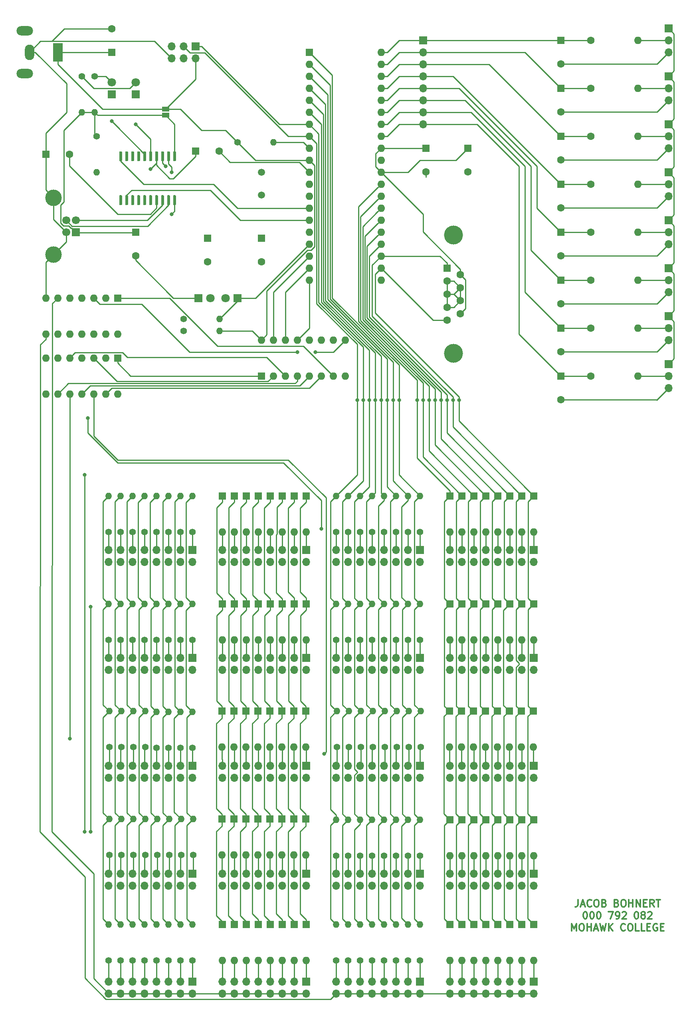
<source format=gbr>
%TF.GenerationSoftware,KiCad,Pcbnew,5.1.5+dfsg1-2build2*%
%TF.CreationDate,2021-11-05T19:37:54-04:00*%
%TF.ProjectId,PCB_LeftPanel,5043425f-4c65-4667-9450-616e656c2e6b,1*%
%TF.SameCoordinates,Original*%
%TF.FileFunction,Copper,L1,Top*%
%TF.FilePolarity,Positive*%
%FSLAX46Y46*%
G04 Gerber Fmt 4.6, Leading zero omitted, Abs format (unit mm)*
G04 Created by KiCad (PCBNEW 5.1.5+dfsg1-2build2) date 2021-11-05 19:37:54*
%MOMM*%
%LPD*%
G04 APERTURE LIST*
%TA.AperFunction,NonConductor*%
%ADD10C,0.300000*%
%TD*%
%TA.AperFunction,ComponentPad*%
%ADD11C,4.000000*%
%TD*%
%TA.AperFunction,ComponentPad*%
%ADD12C,1.600000*%
%TD*%
%TA.AperFunction,ComponentPad*%
%ADD13R,1.600000X1.600000*%
%TD*%
%TA.AperFunction,ComponentPad*%
%ADD14O,1.600000X1.600000*%
%TD*%
%TA.AperFunction,ComponentPad*%
%ADD15O,1.700000X1.700000*%
%TD*%
%TA.AperFunction,ComponentPad*%
%ADD16R,1.700000X1.700000*%
%TD*%
%TA.AperFunction,ComponentPad*%
%ADD17C,1.500000*%
%TD*%
%TA.AperFunction,ComponentPad*%
%ADD18O,1.400000X1.400000*%
%TD*%
%TA.AperFunction,ComponentPad*%
%ADD19C,1.400000*%
%TD*%
%TA.AperFunction,SMDPad,CuDef*%
%ADD20R,1.500000X1.000000*%
%TD*%
%TA.AperFunction,ComponentPad*%
%ADD21O,3.500000X2.000000*%
%TD*%
%TA.AperFunction,ComponentPad*%
%ADD22O,2.000000X3.300000*%
%TD*%
%TA.AperFunction,ComponentPad*%
%ADD23R,2.000000X4.000000*%
%TD*%
%TA.AperFunction,ComponentPad*%
%ADD24C,3.500000*%
%TD*%
%TA.AperFunction,ComponentPad*%
%ADD25C,1.700000*%
%TD*%
%TA.AperFunction,ComponentPad*%
%ADD26C,1.800000*%
%TD*%
%TA.AperFunction,ComponentPad*%
%ADD27R,1.800000X1.800000*%
%TD*%
%TA.AperFunction,SMDPad,CuDef*%
%ADD28C,0.100000*%
%TD*%
%TA.AperFunction,ViaPad*%
%ADD29C,0.800000*%
%TD*%
%TA.AperFunction,Conductor*%
%ADD30C,0.250000*%
%TD*%
G04 APERTURE END LIST*
D10*
X150992142Y-208718571D02*
X150992142Y-209790000D01*
X150920714Y-210004285D01*
X150777857Y-210147142D01*
X150563571Y-210218571D01*
X150420714Y-210218571D01*
X151635000Y-209790000D02*
X152349285Y-209790000D01*
X151492142Y-210218571D02*
X151992142Y-208718571D01*
X152492142Y-210218571D01*
X153849285Y-210075714D02*
X153777857Y-210147142D01*
X153563571Y-210218571D01*
X153420714Y-210218571D01*
X153206428Y-210147142D01*
X153063571Y-210004285D01*
X152992142Y-209861428D01*
X152920714Y-209575714D01*
X152920714Y-209361428D01*
X152992142Y-209075714D01*
X153063571Y-208932857D01*
X153206428Y-208790000D01*
X153420714Y-208718571D01*
X153563571Y-208718571D01*
X153777857Y-208790000D01*
X153849285Y-208861428D01*
X154777857Y-208718571D02*
X155063571Y-208718571D01*
X155206428Y-208790000D01*
X155349285Y-208932857D01*
X155420714Y-209218571D01*
X155420714Y-209718571D01*
X155349285Y-210004285D01*
X155206428Y-210147142D01*
X155063571Y-210218571D01*
X154777857Y-210218571D01*
X154635000Y-210147142D01*
X154492142Y-210004285D01*
X154420714Y-209718571D01*
X154420714Y-209218571D01*
X154492142Y-208932857D01*
X154635000Y-208790000D01*
X154777857Y-208718571D01*
X156563571Y-209432857D02*
X156777857Y-209504285D01*
X156849285Y-209575714D01*
X156920714Y-209718571D01*
X156920714Y-209932857D01*
X156849285Y-210075714D01*
X156777857Y-210147142D01*
X156635000Y-210218571D01*
X156063571Y-210218571D01*
X156063571Y-208718571D01*
X156563571Y-208718571D01*
X156706428Y-208790000D01*
X156777857Y-208861428D01*
X156849285Y-209004285D01*
X156849285Y-209147142D01*
X156777857Y-209290000D01*
X156706428Y-209361428D01*
X156563571Y-209432857D01*
X156063571Y-209432857D01*
X159206428Y-209432857D02*
X159420714Y-209504285D01*
X159492142Y-209575714D01*
X159563571Y-209718571D01*
X159563571Y-209932857D01*
X159492142Y-210075714D01*
X159420714Y-210147142D01*
X159277857Y-210218571D01*
X158706428Y-210218571D01*
X158706428Y-208718571D01*
X159206428Y-208718571D01*
X159349285Y-208790000D01*
X159420714Y-208861428D01*
X159492142Y-209004285D01*
X159492142Y-209147142D01*
X159420714Y-209290000D01*
X159349285Y-209361428D01*
X159206428Y-209432857D01*
X158706428Y-209432857D01*
X160492142Y-208718571D02*
X160777857Y-208718571D01*
X160920714Y-208790000D01*
X161063571Y-208932857D01*
X161135000Y-209218571D01*
X161135000Y-209718571D01*
X161063571Y-210004285D01*
X160920714Y-210147142D01*
X160777857Y-210218571D01*
X160492142Y-210218571D01*
X160349285Y-210147142D01*
X160206428Y-210004285D01*
X160135000Y-209718571D01*
X160135000Y-209218571D01*
X160206428Y-208932857D01*
X160349285Y-208790000D01*
X160492142Y-208718571D01*
X161777857Y-210218571D02*
X161777857Y-208718571D01*
X161777857Y-209432857D02*
X162635000Y-209432857D01*
X162635000Y-210218571D02*
X162635000Y-208718571D01*
X163349285Y-210218571D02*
X163349285Y-208718571D01*
X164206428Y-210218571D01*
X164206428Y-208718571D01*
X164920714Y-209432857D02*
X165420714Y-209432857D01*
X165635000Y-210218571D02*
X164920714Y-210218571D01*
X164920714Y-208718571D01*
X165635000Y-208718571D01*
X167135000Y-210218571D02*
X166635000Y-209504285D01*
X166277857Y-210218571D02*
X166277857Y-208718571D01*
X166849285Y-208718571D01*
X166992142Y-208790000D01*
X167063571Y-208861428D01*
X167135000Y-209004285D01*
X167135000Y-209218571D01*
X167063571Y-209361428D01*
X166992142Y-209432857D01*
X166849285Y-209504285D01*
X166277857Y-209504285D01*
X167563571Y-208718571D02*
X168420714Y-208718571D01*
X167992142Y-210218571D02*
X167992142Y-208718571D01*
X152456428Y-211268571D02*
X152599285Y-211268571D01*
X152742142Y-211340000D01*
X152813571Y-211411428D01*
X152885000Y-211554285D01*
X152956428Y-211840000D01*
X152956428Y-212197142D01*
X152885000Y-212482857D01*
X152813571Y-212625714D01*
X152742142Y-212697142D01*
X152599285Y-212768571D01*
X152456428Y-212768571D01*
X152313571Y-212697142D01*
X152242142Y-212625714D01*
X152170714Y-212482857D01*
X152099285Y-212197142D01*
X152099285Y-211840000D01*
X152170714Y-211554285D01*
X152242142Y-211411428D01*
X152313571Y-211340000D01*
X152456428Y-211268571D01*
X153885000Y-211268571D02*
X154027857Y-211268571D01*
X154170714Y-211340000D01*
X154242142Y-211411428D01*
X154313571Y-211554285D01*
X154385000Y-211840000D01*
X154385000Y-212197142D01*
X154313571Y-212482857D01*
X154242142Y-212625714D01*
X154170714Y-212697142D01*
X154027857Y-212768571D01*
X153885000Y-212768571D01*
X153742142Y-212697142D01*
X153670714Y-212625714D01*
X153599285Y-212482857D01*
X153527857Y-212197142D01*
X153527857Y-211840000D01*
X153599285Y-211554285D01*
X153670714Y-211411428D01*
X153742142Y-211340000D01*
X153885000Y-211268571D01*
X155313571Y-211268571D02*
X155456428Y-211268571D01*
X155599285Y-211340000D01*
X155670714Y-211411428D01*
X155742142Y-211554285D01*
X155813571Y-211840000D01*
X155813571Y-212197142D01*
X155742142Y-212482857D01*
X155670714Y-212625714D01*
X155599285Y-212697142D01*
X155456428Y-212768571D01*
X155313571Y-212768571D01*
X155170714Y-212697142D01*
X155099285Y-212625714D01*
X155027857Y-212482857D01*
X154956428Y-212197142D01*
X154956428Y-211840000D01*
X155027857Y-211554285D01*
X155099285Y-211411428D01*
X155170714Y-211340000D01*
X155313571Y-211268571D01*
X157456428Y-211268571D02*
X158456428Y-211268571D01*
X157813571Y-212768571D01*
X159099285Y-212768571D02*
X159385000Y-212768571D01*
X159527857Y-212697142D01*
X159599285Y-212625714D01*
X159742142Y-212411428D01*
X159813571Y-212125714D01*
X159813571Y-211554285D01*
X159742142Y-211411428D01*
X159670714Y-211340000D01*
X159527857Y-211268571D01*
X159242142Y-211268571D01*
X159099285Y-211340000D01*
X159027857Y-211411428D01*
X158956428Y-211554285D01*
X158956428Y-211911428D01*
X159027857Y-212054285D01*
X159099285Y-212125714D01*
X159242142Y-212197142D01*
X159527857Y-212197142D01*
X159670714Y-212125714D01*
X159742142Y-212054285D01*
X159813571Y-211911428D01*
X160385000Y-211411428D02*
X160456428Y-211340000D01*
X160599285Y-211268571D01*
X160956428Y-211268571D01*
X161099285Y-211340000D01*
X161170714Y-211411428D01*
X161242142Y-211554285D01*
X161242142Y-211697142D01*
X161170714Y-211911428D01*
X160313571Y-212768571D01*
X161242142Y-212768571D01*
X163313571Y-211268571D02*
X163456428Y-211268571D01*
X163599285Y-211340000D01*
X163670714Y-211411428D01*
X163742142Y-211554285D01*
X163813571Y-211840000D01*
X163813571Y-212197142D01*
X163742142Y-212482857D01*
X163670714Y-212625714D01*
X163599285Y-212697142D01*
X163456428Y-212768571D01*
X163313571Y-212768571D01*
X163170714Y-212697142D01*
X163099285Y-212625714D01*
X163027857Y-212482857D01*
X162956428Y-212197142D01*
X162956428Y-211840000D01*
X163027857Y-211554285D01*
X163099285Y-211411428D01*
X163170714Y-211340000D01*
X163313571Y-211268571D01*
X164670714Y-211911428D02*
X164527857Y-211840000D01*
X164456428Y-211768571D01*
X164385000Y-211625714D01*
X164385000Y-211554285D01*
X164456428Y-211411428D01*
X164527857Y-211340000D01*
X164670714Y-211268571D01*
X164956428Y-211268571D01*
X165099285Y-211340000D01*
X165170714Y-211411428D01*
X165242142Y-211554285D01*
X165242142Y-211625714D01*
X165170714Y-211768571D01*
X165099285Y-211840000D01*
X164956428Y-211911428D01*
X164670714Y-211911428D01*
X164527857Y-211982857D01*
X164456428Y-212054285D01*
X164385000Y-212197142D01*
X164385000Y-212482857D01*
X164456428Y-212625714D01*
X164527857Y-212697142D01*
X164670714Y-212768571D01*
X164956428Y-212768571D01*
X165099285Y-212697142D01*
X165170714Y-212625714D01*
X165242142Y-212482857D01*
X165242142Y-212197142D01*
X165170714Y-212054285D01*
X165099285Y-211982857D01*
X164956428Y-211911428D01*
X165813571Y-211411428D02*
X165885000Y-211340000D01*
X166027857Y-211268571D01*
X166385000Y-211268571D01*
X166527857Y-211340000D01*
X166599285Y-211411428D01*
X166670714Y-211554285D01*
X166670714Y-211697142D01*
X166599285Y-211911428D01*
X165742142Y-212768571D01*
X166670714Y-212768571D01*
X149635000Y-215318571D02*
X149635000Y-213818571D01*
X150135000Y-214890000D01*
X150635000Y-213818571D01*
X150635000Y-215318571D01*
X151635000Y-213818571D02*
X151920714Y-213818571D01*
X152063571Y-213890000D01*
X152206428Y-214032857D01*
X152277857Y-214318571D01*
X152277857Y-214818571D01*
X152206428Y-215104285D01*
X152063571Y-215247142D01*
X151920714Y-215318571D01*
X151635000Y-215318571D01*
X151492142Y-215247142D01*
X151349285Y-215104285D01*
X151277857Y-214818571D01*
X151277857Y-214318571D01*
X151349285Y-214032857D01*
X151492142Y-213890000D01*
X151635000Y-213818571D01*
X152920714Y-215318571D02*
X152920714Y-213818571D01*
X152920714Y-214532857D02*
X153777857Y-214532857D01*
X153777857Y-215318571D02*
X153777857Y-213818571D01*
X154420714Y-214890000D02*
X155135000Y-214890000D01*
X154277857Y-215318571D02*
X154777857Y-213818571D01*
X155277857Y-215318571D01*
X155635000Y-213818571D02*
X155992142Y-215318571D01*
X156277857Y-214247142D01*
X156563571Y-215318571D01*
X156920714Y-213818571D01*
X157492142Y-215318571D02*
X157492142Y-213818571D01*
X158349285Y-215318571D02*
X157706428Y-214461428D01*
X158349285Y-213818571D02*
X157492142Y-214675714D01*
X160992142Y-215175714D02*
X160920714Y-215247142D01*
X160706428Y-215318571D01*
X160563571Y-215318571D01*
X160349285Y-215247142D01*
X160206428Y-215104285D01*
X160135000Y-214961428D01*
X160063571Y-214675714D01*
X160063571Y-214461428D01*
X160135000Y-214175714D01*
X160206428Y-214032857D01*
X160349285Y-213890000D01*
X160563571Y-213818571D01*
X160706428Y-213818571D01*
X160920714Y-213890000D01*
X160992142Y-213961428D01*
X161920714Y-213818571D02*
X162206428Y-213818571D01*
X162349285Y-213890000D01*
X162492142Y-214032857D01*
X162563571Y-214318571D01*
X162563571Y-214818571D01*
X162492142Y-215104285D01*
X162349285Y-215247142D01*
X162206428Y-215318571D01*
X161920714Y-215318571D01*
X161777857Y-215247142D01*
X161635000Y-215104285D01*
X161563571Y-214818571D01*
X161563571Y-214318571D01*
X161635000Y-214032857D01*
X161777857Y-213890000D01*
X161920714Y-213818571D01*
X163920714Y-215318571D02*
X163206428Y-215318571D01*
X163206428Y-213818571D01*
X165135000Y-215318571D02*
X164420714Y-215318571D01*
X164420714Y-213818571D01*
X165635000Y-214532857D02*
X166135000Y-214532857D01*
X166349285Y-215318571D02*
X165635000Y-215318571D01*
X165635000Y-213818571D01*
X166349285Y-213818571D01*
X167777857Y-213890000D02*
X167635000Y-213818571D01*
X167420714Y-213818571D01*
X167206428Y-213890000D01*
X167063571Y-214032857D01*
X166992142Y-214175714D01*
X166920714Y-214461428D01*
X166920714Y-214675714D01*
X166992142Y-214961428D01*
X167063571Y-215104285D01*
X167206428Y-215247142D01*
X167420714Y-215318571D01*
X167563571Y-215318571D01*
X167777857Y-215247142D01*
X167849285Y-215175714D01*
X167849285Y-214675714D01*
X167563571Y-214675714D01*
X168492142Y-214532857D02*
X168992142Y-214532857D01*
X169206428Y-215318571D02*
X168492142Y-215318571D01*
X168492142Y-213818571D01*
X169206428Y-213818571D01*
D11*
%TO.P,J32,0*%
%TO.N,N/C*%
X124610000Y-67970000D03*
X124610000Y-92970000D03*
D12*
%TO.P,J32,9*%
%TO.N,+5V*%
X126030000Y-84625000D03*
%TO.P,J32,8*%
%TO.N,GND*%
X126030000Y-81855000D03*
%TO.P,J32,7*%
X126030000Y-79085000D03*
%TO.P,J32,6*%
%TO.N,+5V*%
X126030000Y-76315000D03*
%TO.P,J32,5*%
%TO.N,/InputOutputPins/PC0*%
X123190000Y-86010000D03*
%TO.P,J32,4*%
%TO.N,GND*%
X123190000Y-83240000D03*
%TO.P,J32,3*%
X123190000Y-80470000D03*
%TO.P,J32,2*%
X123190000Y-77700000D03*
D13*
%TO.P,J32,1*%
%TO.N,/InputOutputPins/PC1*%
X123190000Y-74930000D03*
%TD*%
D14*
%TO.P,U1,40*%
%TO.N,/Analog Inputs/PA0*%
X109220000Y-29210000D03*
%TO.P,U1,20*%
%TO.N,Net-(U1-Pad20)*%
X93980000Y-77470000D03*
%TO.P,U1,39*%
%TO.N,/Analog Inputs/PA1*%
X109220000Y-31750000D03*
%TO.P,U1,19*%
%TO.N,Net-(U1-Pad19)*%
X93980000Y-74930000D03*
%TO.P,U1,38*%
%TO.N,/Analog Inputs/PA2*%
X109220000Y-34290000D03*
%TO.P,U1,18*%
%TO.N,Net-(U1-Pad18)*%
X93980000Y-72390000D03*
%TO.P,U1,37*%
%TO.N,/Analog Inputs/PA3*%
X109220000Y-36830000D03*
%TO.P,U1,17*%
%TO.N,STATUS*%
X93980000Y-69850000D03*
%TO.P,U1,36*%
%TO.N,/Analog Inputs/PA4*%
X109220000Y-39370000D03*
%TO.P,U1,16*%
%TO.N,Net-(U1-Pad16)*%
X93980000Y-67310000D03*
%TO.P,U1,35*%
%TO.N,/Analog Inputs/PA5*%
X109220000Y-41910000D03*
%TO.P,U1,15*%
%TO.N,TXD*%
X93980000Y-64770000D03*
%TO.P,U1,34*%
%TO.N,/Analog Inputs/PA6*%
X109220000Y-44450000D03*
%TO.P,U1,14*%
%TO.N,RXD*%
X93980000Y-62230000D03*
%TO.P,U1,33*%
%TO.N,/Analog Inputs/PA7*%
X109220000Y-46990000D03*
%TO.P,U1,13*%
%TO.N,Net-(C4-Pad1)*%
X93980000Y-59690000D03*
%TO.P,U1,32*%
%TO.N,+5V*%
X109220000Y-49530000D03*
%TO.P,U1,12*%
%TO.N,Net-(C5-Pad1)*%
X93980000Y-57150000D03*
%TO.P,U1,31*%
%TO.N,GND*%
X109220000Y-52070000D03*
%TO.P,U1,11*%
X93980000Y-54610000D03*
%TO.P,U1,30*%
%TO.N,+5V*%
X109220000Y-54610000D03*
%TO.P,U1,10*%
X93980000Y-52070000D03*
%TO.P,U1,29*%
%TO.N,/InputOutputPins/PC7*%
X109220000Y-57150000D03*
%TO.P,U1,9*%
%TO.N,Net-(J2-Pad5)*%
X93980000Y-49530000D03*
%TO.P,U1,28*%
%TO.N,/InputOutputPins/PC6*%
X109220000Y-59690000D03*
%TO.P,U1,8*%
%TO.N,/InputOutputPins/PB7*%
X93980000Y-46990000D03*
%TO.P,U1,27*%
%TO.N,/InputOutputPins/PC5*%
X109220000Y-62230000D03*
%TO.P,U1,7*%
%TO.N,/InputOutputPins/PB6*%
X93980000Y-44450000D03*
%TO.P,U1,26*%
%TO.N,/InputOutputPins/PC4*%
X109220000Y-64770000D03*
%TO.P,U1,6*%
%TO.N,/InputOutputPins/PB5*%
X93980000Y-41910000D03*
%TO.P,U1,25*%
%TO.N,/InputOutputPins/PC3*%
X109220000Y-67310000D03*
%TO.P,U1,5*%
%TO.N,/InputOutputPins/PB4*%
X93980000Y-39370000D03*
%TO.P,U1,24*%
%TO.N,/InputOutputPins/PC2*%
X109220000Y-69850000D03*
%TO.P,U1,4*%
%TO.N,/InputOutputPins/PB3*%
X93980000Y-36830000D03*
%TO.P,U1,23*%
%TO.N,/InputOutputPins/PC1*%
X109220000Y-72390000D03*
%TO.P,U1,3*%
%TO.N,/InputOutputPins/PB2*%
X93980000Y-34290000D03*
%TO.P,U1,22*%
%TO.N,/InputOutputPins/PC0*%
X109220000Y-74930000D03*
%TO.P,U1,2*%
%TO.N,/InputOutputPins/PB1*%
X93980000Y-31750000D03*
%TO.P,U1,21*%
%TO.N,Net-(U1-Pad21)*%
X109220000Y-77470000D03*
D13*
%TO.P,U1,1*%
%TO.N,/InputOutputPins/PB0*%
X93980000Y-29210000D03*
%TD*%
D14*
%TO.P,U5,14*%
%TO.N,+5V*%
X53340000Y-88900000D03*
%TO.P,U5,7*%
%TO.N,GND*%
X38100000Y-81280000D03*
%TO.P,U5,13*%
%TO.N,N/C*%
X50800000Y-88900000D03*
%TO.P,U5,6*%
%TO.N,Net-(J20-Pad10)*%
X40640000Y-81280000D03*
%TO.P,U5,12*%
%TO.N,N/C*%
X48260000Y-88900000D03*
%TO.P,U5,5*%
%TO.N,Q8*%
X43180000Y-81280000D03*
%TO.P,U5,11*%
%TO.N,N/C*%
X45720000Y-88900000D03*
%TO.P,U5,4*%
%TO.N,Net-(J18-Pad10)*%
X45720000Y-81280000D03*
%TO.P,U5,10*%
%TO.N,N/C*%
X43180000Y-88900000D03*
%TO.P,U5,3*%
%TO.N,Q7*%
X48260000Y-81280000D03*
%TO.P,U5,9*%
%TO.N,Q9*%
X40640000Y-88900000D03*
%TO.P,U5,2*%
%TO.N,Net-(J16-Pad10)*%
X50800000Y-81280000D03*
%TO.P,U5,8*%
%TO.N,Net-(J22-Pad10)*%
X38100000Y-88900000D03*
D13*
%TO.P,U5,1*%
%TO.N,Q6*%
X53340000Y-81280000D03*
%TD*%
D14*
%TO.P,U4,14*%
%TO.N,+5V*%
X53340000Y-101600000D03*
%TO.P,U4,7*%
%TO.N,GND*%
X38100000Y-93980000D03*
%TO.P,U4,13*%
%TO.N,Q5*%
X50800000Y-101600000D03*
%TO.P,U4,6*%
%TO.N,Net-(J8-Pad10)*%
X40640000Y-93980000D03*
%TO.P,U4,12*%
%TO.N,Net-(J14-Pad10)*%
X48260000Y-101600000D03*
%TO.P,U4,5*%
%TO.N,Q2*%
X43180000Y-93980000D03*
%TO.P,U4,11*%
%TO.N,Q4*%
X45720000Y-101600000D03*
%TO.P,U4,4*%
%TO.N,Net-(J6-Pad10)*%
X45720000Y-93980000D03*
%TO.P,U4,10*%
%TO.N,Net-(J12-Pad10)*%
X43180000Y-101600000D03*
%TO.P,U4,3*%
%TO.N,Q1*%
X48260000Y-93980000D03*
%TO.P,U4,9*%
%TO.N,Q3*%
X40640000Y-101600000D03*
%TO.P,U4,2*%
%TO.N,Net-(J4-Pad10)*%
X50800000Y-93980000D03*
%TO.P,U4,8*%
%TO.N,Net-(J10-Pad10)*%
X38100000Y-101600000D03*
D13*
%TO.P,U4,1*%
%TO.N,Q0*%
X53340000Y-93980000D03*
%TD*%
D15*
%TO.P,J36,8*%
%TO.N,/Analog Inputs/PA7*%
X118110000Y-44450000D03*
%TO.P,J36,7*%
%TO.N,/Analog Inputs/PA6*%
X118110000Y-41910000D03*
%TO.P,J36,6*%
%TO.N,/Analog Inputs/PA5*%
X118110000Y-39370000D03*
%TO.P,J36,5*%
%TO.N,/Analog Inputs/PA4*%
X118110000Y-36830000D03*
%TO.P,J36,4*%
%TO.N,/Analog Inputs/PA3*%
X118110000Y-34290000D03*
%TO.P,J36,3*%
%TO.N,/Analog Inputs/PA2*%
X118110000Y-31750000D03*
%TO.P,J36,2*%
%TO.N,/Analog Inputs/PA1*%
X118110000Y-29210000D03*
D16*
%TO.P,J36,1*%
%TO.N,/Analog Inputs/PA0*%
X118110000Y-26670000D03*
%TD*%
D15*
%TO.P,J2,6*%
%TO.N,GND*%
X64770000Y-30480000D03*
%TO.P,J2,5*%
%TO.N,Net-(J2-Pad5)*%
X64770000Y-27940000D03*
%TO.P,J2,4*%
%TO.N,/InputOutputPins/PB5*%
X67310000Y-30480000D03*
%TO.P,J2,3*%
%TO.N,/InputOutputPins/PB7*%
X67310000Y-27940000D03*
%TO.P,J2,2*%
%TO.N,+5V*%
X69850000Y-30480000D03*
D16*
%TO.P,J2,1*%
%TO.N,/InputOutputPins/PB6*%
X69850000Y-27940000D03*
%TD*%
D17*
%TO.P,Y1,2*%
%TO.N,Net-(C4-Pad1)*%
X83820000Y-59490000D03*
%TO.P,Y1,1*%
%TO.N,Net-(C5-Pad1)*%
X83820000Y-54610000D03*
%TD*%
D14*
%TO.P,U2,16*%
%TO.N,+5V*%
X83820000Y-90170000D03*
%TO.P,U2,8*%
%TO.N,GND*%
X101600000Y-97790000D03*
%TO.P,U2,15*%
%TO.N,Net-(U1-Pad18)*%
X86360000Y-90170000D03*
%TO.P,U2,7*%
%TO.N,Q6*%
X99060000Y-97790000D03*
%TO.P,U2,14*%
%TO.N,Net-(U1-Pad19)*%
X88900000Y-90170000D03*
%TO.P,U2,6*%
%TO.N,Q5*%
X96520000Y-97790000D03*
%TO.P,U2,13*%
%TO.N,Net-(U1-Pad20)*%
X91440000Y-90170000D03*
%TO.P,U2,5*%
%TO.N,Q4*%
X93980000Y-97790000D03*
%TO.P,U2,12*%
%TO.N,Net-(U1-Pad21)*%
X93980000Y-90170000D03*
%TO.P,U2,4*%
%TO.N,Q3*%
X91440000Y-97790000D03*
%TO.P,U2,11*%
%TO.N,Q9*%
X96520000Y-90170000D03*
%TO.P,U2,3*%
%TO.N,Q2*%
X88900000Y-97790000D03*
%TO.P,U2,10*%
%TO.N,Q8*%
X99060000Y-90170000D03*
%TO.P,U2,2*%
%TO.N,Q1*%
X86360000Y-97790000D03*
%TO.P,U2,9*%
%TO.N,Q7*%
X101600000Y-90170000D03*
D13*
%TO.P,U2,1*%
%TO.N,Q0*%
X83820000Y-97790000D03*
%TD*%
D18*
%TO.P,R86,2*%
%TO.N,/InputOutputPins/PB7*%
X99695000Y-213995000D03*
D19*
%TO.P,R86,1*%
%TO.N,Net-(J22-Pad15)*%
X99695000Y-221615000D03*
%TD*%
D18*
%TO.P,R85,2*%
%TO.N,/InputOutputPins/PB6*%
X102235000Y-213995000D03*
D19*
%TO.P,R85,1*%
%TO.N,Net-(J22-Pad13)*%
X102235000Y-221615000D03*
%TD*%
D18*
%TO.P,R84,2*%
%TO.N,/InputOutputPins/PB5*%
X104775000Y-213995000D03*
D19*
%TO.P,R84,1*%
%TO.N,Net-(J22-Pad11)*%
X104775000Y-221615000D03*
%TD*%
D18*
%TO.P,R83,2*%
%TO.N,/InputOutputPins/PB4*%
X107315000Y-213995000D03*
D19*
%TO.P,R83,1*%
%TO.N,Net-(J22-Pad9)*%
X107315000Y-221615000D03*
%TD*%
D18*
%TO.P,R82,2*%
%TO.N,/InputOutputPins/PB3*%
X109855000Y-213995000D03*
D19*
%TO.P,R82,1*%
%TO.N,Net-(J22-Pad7)*%
X109855000Y-221615000D03*
%TD*%
D18*
%TO.P,R81,2*%
%TO.N,/InputOutputPins/PB2*%
X112395000Y-213995000D03*
D19*
%TO.P,R81,1*%
%TO.N,Net-(J22-Pad5)*%
X112395000Y-221615000D03*
%TD*%
D18*
%TO.P,R80,2*%
%TO.N,/InputOutputPins/PB1*%
X114935000Y-213995000D03*
D19*
%TO.P,R80,1*%
%TO.N,Net-(J22-Pad3)*%
X114935000Y-221615000D03*
%TD*%
D18*
%TO.P,R79,2*%
%TO.N,/InputOutputPins/PB0*%
X117475000Y-213995000D03*
D19*
%TO.P,R79,1*%
%TO.N,Net-(J22-Pad1)*%
X117475000Y-221615000D03*
%TD*%
D18*
%TO.P,R78,2*%
%TO.N,/InputOutputPins/PB7*%
X51435000Y-213995000D03*
D19*
%TO.P,R78,1*%
%TO.N,Net-(J20-Pad15)*%
X51435000Y-221615000D03*
%TD*%
D18*
%TO.P,R77,2*%
%TO.N,/InputOutputPins/PB6*%
X53975000Y-213995000D03*
D19*
%TO.P,R77,1*%
%TO.N,Net-(J20-Pad13)*%
X53975000Y-221615000D03*
%TD*%
D18*
%TO.P,R76,2*%
%TO.N,/InputOutputPins/PB5*%
X56515000Y-213995000D03*
D19*
%TO.P,R76,1*%
%TO.N,Net-(J20-Pad11)*%
X56515000Y-221615000D03*
%TD*%
D18*
%TO.P,R75,2*%
%TO.N,/InputOutputPins/PB4*%
X59055000Y-213995000D03*
D19*
%TO.P,R75,1*%
%TO.N,Net-(J20-Pad9)*%
X59055000Y-221615000D03*
%TD*%
D18*
%TO.P,R74,2*%
%TO.N,/InputOutputPins/PB3*%
X61595000Y-213995000D03*
D19*
%TO.P,R74,1*%
%TO.N,Net-(J20-Pad7)*%
X61595000Y-221615000D03*
%TD*%
D18*
%TO.P,R73,2*%
%TO.N,/InputOutputPins/PB2*%
X64135000Y-213995000D03*
D19*
%TO.P,R73,1*%
%TO.N,Net-(J20-Pad5)*%
X64135000Y-221615000D03*
%TD*%
D18*
%TO.P,R72,2*%
%TO.N,/InputOutputPins/PB1*%
X66675000Y-213995000D03*
D19*
%TO.P,R72,1*%
%TO.N,Net-(J20-Pad3)*%
X66675000Y-221615000D03*
%TD*%
D18*
%TO.P,R71,2*%
%TO.N,/InputOutputPins/PB0*%
X69215000Y-213995000D03*
D19*
%TO.P,R71,1*%
%TO.N,Net-(J20-Pad1)*%
X69215000Y-221615000D03*
%TD*%
D18*
%TO.P,R70,2*%
%TO.N,/InputOutputPins/PB7*%
X99695000Y-191770000D03*
D19*
%TO.P,R70,1*%
%TO.N,Net-(J18-Pad15)*%
X99695000Y-199390000D03*
%TD*%
D18*
%TO.P,R69,2*%
%TO.N,/InputOutputPins/PB6*%
X102235000Y-191770000D03*
D19*
%TO.P,R69,1*%
%TO.N,Net-(J18-Pad13)*%
X102235000Y-199390000D03*
%TD*%
D18*
%TO.P,R68,2*%
%TO.N,/InputOutputPins/PB5*%
X104775000Y-191770000D03*
D19*
%TO.P,R68,1*%
%TO.N,Net-(J18-Pad11)*%
X104775000Y-199390000D03*
%TD*%
D18*
%TO.P,R67,2*%
%TO.N,/InputOutputPins/PB4*%
X107315000Y-191770000D03*
D19*
%TO.P,R67,1*%
%TO.N,Net-(J18-Pad9)*%
X107315000Y-199390000D03*
%TD*%
D18*
%TO.P,R66,2*%
%TO.N,/InputOutputPins/PB3*%
X109855000Y-191770000D03*
D19*
%TO.P,R66,1*%
%TO.N,Net-(J18-Pad7)*%
X109855000Y-199390000D03*
%TD*%
D18*
%TO.P,R65,2*%
%TO.N,/InputOutputPins/PB2*%
X112395000Y-191770000D03*
D19*
%TO.P,R65,1*%
%TO.N,Net-(J18-Pad5)*%
X112395000Y-199390000D03*
%TD*%
D18*
%TO.P,R64,2*%
%TO.N,/InputOutputPins/PB1*%
X114935000Y-191770000D03*
D19*
%TO.P,R64,1*%
%TO.N,Net-(J18-Pad3)*%
X114935000Y-199390000D03*
%TD*%
D18*
%TO.P,R63,2*%
%TO.N,/InputOutputPins/PB0*%
X117475000Y-191770000D03*
D19*
%TO.P,R63,1*%
%TO.N,Net-(J18-Pad1)*%
X117475000Y-199390000D03*
%TD*%
D18*
%TO.P,R62,2*%
%TO.N,/InputOutputPins/PB7*%
X51562000Y-191643000D03*
D19*
%TO.P,R62,1*%
%TO.N,Net-(J16-Pad15)*%
X51562000Y-199263000D03*
%TD*%
D18*
%TO.P,R61,2*%
%TO.N,/InputOutputPins/PB6*%
X54102000Y-191643000D03*
D19*
%TO.P,R61,1*%
%TO.N,Net-(J16-Pad13)*%
X54102000Y-199263000D03*
%TD*%
D18*
%TO.P,R60,2*%
%TO.N,/InputOutputPins/PB5*%
X56642000Y-191643000D03*
D19*
%TO.P,R60,1*%
%TO.N,Net-(J16-Pad11)*%
X56642000Y-199263000D03*
%TD*%
D18*
%TO.P,R59,2*%
%TO.N,/InputOutputPins/PB4*%
X59182000Y-191643000D03*
D19*
%TO.P,R59,1*%
%TO.N,Net-(J16-Pad9)*%
X59182000Y-199263000D03*
%TD*%
D18*
%TO.P,R58,2*%
%TO.N,/InputOutputPins/PB3*%
X61722000Y-191643000D03*
D19*
%TO.P,R58,1*%
%TO.N,Net-(J16-Pad7)*%
X61722000Y-199263000D03*
%TD*%
D18*
%TO.P,R57,2*%
%TO.N,/InputOutputPins/PB2*%
X64262000Y-191643000D03*
D19*
%TO.P,R57,1*%
%TO.N,Net-(J16-Pad5)*%
X64262000Y-199263000D03*
%TD*%
D18*
%TO.P,R56,2*%
%TO.N,/InputOutputPins/PB1*%
X66802000Y-191643000D03*
D19*
%TO.P,R56,1*%
%TO.N,Net-(J16-Pad3)*%
X66802000Y-199263000D03*
%TD*%
D18*
%TO.P,R55,2*%
%TO.N,/InputOutputPins/PB0*%
X69342000Y-191643000D03*
D19*
%TO.P,R55,1*%
%TO.N,Net-(J16-Pad1)*%
X69342000Y-199263000D03*
%TD*%
D18*
%TO.P,R54,2*%
%TO.N,/InputOutputPins/PB7*%
X99822000Y-168783000D03*
D19*
%TO.P,R54,1*%
%TO.N,Net-(J14-Pad15)*%
X99822000Y-176403000D03*
%TD*%
D18*
%TO.P,R53,2*%
%TO.N,/InputOutputPins/PB6*%
X102362000Y-168783000D03*
D19*
%TO.P,R53,1*%
%TO.N,Net-(J14-Pad13)*%
X102362000Y-176403000D03*
%TD*%
D18*
%TO.P,R52,2*%
%TO.N,/InputOutputPins/PB5*%
X104902000Y-168783000D03*
D19*
%TO.P,R52,1*%
%TO.N,Net-(J14-Pad11)*%
X104902000Y-176403000D03*
%TD*%
D18*
%TO.P,R51,2*%
%TO.N,/InputOutputPins/PB4*%
X107442000Y-168783000D03*
D19*
%TO.P,R51,1*%
%TO.N,Net-(J14-Pad9)*%
X107442000Y-176403000D03*
%TD*%
D18*
%TO.P,R50,2*%
%TO.N,/InputOutputPins/PB3*%
X109982000Y-168783000D03*
D19*
%TO.P,R50,1*%
%TO.N,Net-(J14-Pad7)*%
X109982000Y-176403000D03*
%TD*%
D18*
%TO.P,R49,2*%
%TO.N,/InputOutputPins/PB2*%
X112522000Y-168783000D03*
D19*
%TO.P,R49,1*%
%TO.N,Net-(J14-Pad5)*%
X112522000Y-176403000D03*
%TD*%
D18*
%TO.P,R48,2*%
%TO.N,/InputOutputPins/PB1*%
X115062000Y-168783000D03*
D19*
%TO.P,R48,1*%
%TO.N,Net-(J14-Pad3)*%
X115062000Y-176403000D03*
%TD*%
D18*
%TO.P,R47,2*%
%TO.N,/InputOutputPins/PB0*%
X117602000Y-168783000D03*
D19*
%TO.P,R47,1*%
%TO.N,Net-(J14-Pad1)*%
X117602000Y-176403000D03*
%TD*%
D18*
%TO.P,R46,2*%
%TO.N,/InputOutputPins/PB7*%
X51562000Y-168783000D03*
D19*
%TO.P,R46,1*%
%TO.N,Net-(J12-Pad15)*%
X51562000Y-176403000D03*
%TD*%
D18*
%TO.P,R45,2*%
%TO.N,/InputOutputPins/PB6*%
X54102000Y-168783000D03*
D19*
%TO.P,R45,1*%
%TO.N,Net-(J12-Pad13)*%
X54102000Y-176403000D03*
%TD*%
D18*
%TO.P,R44,2*%
%TO.N,/InputOutputPins/PB5*%
X56642000Y-168783000D03*
D19*
%TO.P,R44,1*%
%TO.N,Net-(J12-Pad11)*%
X56642000Y-176403000D03*
%TD*%
D18*
%TO.P,R43,2*%
%TO.N,/InputOutputPins/PB4*%
X59182000Y-168783000D03*
D19*
%TO.P,R43,1*%
%TO.N,Net-(J12-Pad9)*%
X59182000Y-176403000D03*
%TD*%
D18*
%TO.P,R42,2*%
%TO.N,/InputOutputPins/PB3*%
X61595000Y-168910000D03*
D19*
%TO.P,R42,1*%
%TO.N,Net-(J12-Pad7)*%
X61595000Y-176530000D03*
%TD*%
D18*
%TO.P,R41,2*%
%TO.N,/InputOutputPins/PB2*%
X64135000Y-168910000D03*
D19*
%TO.P,R41,1*%
%TO.N,Net-(J12-Pad5)*%
X64135000Y-176530000D03*
%TD*%
D18*
%TO.P,R40,2*%
%TO.N,/InputOutputPins/PB1*%
X66675000Y-168910000D03*
D19*
%TO.P,R40,1*%
%TO.N,Net-(J12-Pad3)*%
X66675000Y-176530000D03*
%TD*%
D18*
%TO.P,R39,2*%
%TO.N,/InputOutputPins/PB0*%
X69215000Y-168910000D03*
D19*
%TO.P,R39,1*%
%TO.N,Net-(J12-Pad1)*%
X69215000Y-176530000D03*
%TD*%
D18*
%TO.P,R38,2*%
%TO.N,/InputOutputPins/PB7*%
X99695000Y-146050000D03*
D19*
%TO.P,R38,1*%
%TO.N,Net-(J10-Pad15)*%
X99695000Y-153670000D03*
%TD*%
D18*
%TO.P,R37,2*%
%TO.N,/InputOutputPins/PB6*%
X102235000Y-146050000D03*
D19*
%TO.P,R37,1*%
%TO.N,Net-(J10-Pad13)*%
X102235000Y-153670000D03*
%TD*%
D18*
%TO.P,R36,2*%
%TO.N,/InputOutputPins/PB5*%
X104775000Y-146050000D03*
D19*
%TO.P,R36,1*%
%TO.N,Net-(J10-Pad11)*%
X104775000Y-153670000D03*
%TD*%
D18*
%TO.P,R35,2*%
%TO.N,/InputOutputPins/PB4*%
X107315000Y-146050000D03*
D19*
%TO.P,R35,1*%
%TO.N,Net-(J10-Pad9)*%
X107315000Y-153670000D03*
%TD*%
D18*
%TO.P,R34,2*%
%TO.N,/InputOutputPins/PB3*%
X109855000Y-146050000D03*
D19*
%TO.P,R34,1*%
%TO.N,Net-(J10-Pad7)*%
X109855000Y-153670000D03*
%TD*%
D18*
%TO.P,R33,2*%
%TO.N,/InputOutputPins/PB2*%
X112395000Y-146050000D03*
D19*
%TO.P,R33,1*%
%TO.N,Net-(J10-Pad5)*%
X112395000Y-153670000D03*
%TD*%
D18*
%TO.P,R32,2*%
%TO.N,/InputOutputPins/PB1*%
X114935000Y-146050000D03*
D19*
%TO.P,R32,1*%
%TO.N,Net-(J10-Pad3)*%
X114935000Y-153670000D03*
%TD*%
D18*
%TO.P,R31,2*%
%TO.N,/InputOutputPins/PB0*%
X117475000Y-146050000D03*
D19*
%TO.P,R31,1*%
%TO.N,Net-(J10-Pad1)*%
X117475000Y-153670000D03*
%TD*%
D18*
%TO.P,R30,2*%
%TO.N,/InputOutputPins/PB7*%
X51435000Y-146050000D03*
D19*
%TO.P,R30,1*%
%TO.N,Net-(J8-Pad15)*%
X51435000Y-153670000D03*
%TD*%
D18*
%TO.P,R29,2*%
%TO.N,/InputOutputPins/PB6*%
X53975000Y-146050000D03*
D19*
%TO.P,R29,1*%
%TO.N,Net-(J8-Pad13)*%
X53975000Y-153670000D03*
%TD*%
D18*
%TO.P,R28,2*%
%TO.N,/InputOutputPins/PB5*%
X56515000Y-146050000D03*
D19*
%TO.P,R28,1*%
%TO.N,Net-(J8-Pad11)*%
X56515000Y-153670000D03*
%TD*%
D18*
%TO.P,R27,2*%
%TO.N,/InputOutputPins/PB4*%
X59055000Y-146050000D03*
D19*
%TO.P,R27,1*%
%TO.N,Net-(J8-Pad9)*%
X59055000Y-153670000D03*
%TD*%
D18*
%TO.P,R26,2*%
%TO.N,/InputOutputPins/PB3*%
X61595000Y-146050000D03*
D19*
%TO.P,R26,1*%
%TO.N,Net-(J8-Pad7)*%
X61595000Y-153670000D03*
%TD*%
D18*
%TO.P,R25,2*%
%TO.N,/InputOutputPins/PB2*%
X64135000Y-146050000D03*
D19*
%TO.P,R25,1*%
%TO.N,Net-(J8-Pad5)*%
X64135000Y-153670000D03*
%TD*%
D18*
%TO.P,R24,2*%
%TO.N,/InputOutputPins/PB1*%
X66675000Y-146050000D03*
D19*
%TO.P,R24,1*%
%TO.N,Net-(J8-Pad3)*%
X66675000Y-153670000D03*
%TD*%
D18*
%TO.P,R23,2*%
%TO.N,/InputOutputPins/PB0*%
X69215000Y-146050000D03*
D19*
%TO.P,R23,1*%
%TO.N,Net-(J8-Pad1)*%
X69215000Y-153670000D03*
%TD*%
D18*
%TO.P,R22,2*%
%TO.N,/InputOutputPins/PB7*%
X99695000Y-123190000D03*
D19*
%TO.P,R22,1*%
%TO.N,Net-(J6-Pad15)*%
X99695000Y-130810000D03*
%TD*%
D18*
%TO.P,R21,2*%
%TO.N,/InputOutputPins/PB6*%
X102235000Y-123190000D03*
D19*
%TO.P,R21,1*%
%TO.N,Net-(J6-Pad13)*%
X102235000Y-130810000D03*
%TD*%
D18*
%TO.P,R20,2*%
%TO.N,/InputOutputPins/PB5*%
X104775000Y-123190000D03*
D19*
%TO.P,R20,1*%
%TO.N,Net-(J6-Pad11)*%
X104775000Y-130810000D03*
%TD*%
D18*
%TO.P,R19,2*%
%TO.N,/InputOutputPins/PB4*%
X107315000Y-123190000D03*
D19*
%TO.P,R19,1*%
%TO.N,Net-(J6-Pad9)*%
X107315000Y-130810000D03*
%TD*%
D18*
%TO.P,R18,2*%
%TO.N,/InputOutputPins/PB3*%
X109855000Y-123190000D03*
D19*
%TO.P,R18,1*%
%TO.N,Net-(J6-Pad7)*%
X109855000Y-130810000D03*
%TD*%
D18*
%TO.P,R17,2*%
%TO.N,/InputOutputPins/PB2*%
X112395000Y-123190000D03*
D19*
%TO.P,R17,1*%
%TO.N,Net-(J6-Pad5)*%
X112395000Y-130810000D03*
%TD*%
D18*
%TO.P,R16,2*%
%TO.N,/InputOutputPins/PB1*%
X114935000Y-123190000D03*
D19*
%TO.P,R16,1*%
%TO.N,Net-(J6-Pad3)*%
X114935000Y-130810000D03*
%TD*%
D18*
%TO.P,R15,2*%
%TO.N,/InputOutputPins/PB0*%
X117475000Y-123190000D03*
D19*
%TO.P,R15,1*%
%TO.N,Net-(J6-Pad1)*%
X117475000Y-130810000D03*
%TD*%
D18*
%TO.P,R14,2*%
%TO.N,/InputOutputPins/PB7*%
X51435000Y-123190000D03*
D19*
%TO.P,R14,1*%
%TO.N,Net-(J4-Pad15)*%
X51435000Y-130810000D03*
%TD*%
D18*
%TO.P,R13,2*%
%TO.N,/InputOutputPins/PB6*%
X53975000Y-123190000D03*
D19*
%TO.P,R13,1*%
%TO.N,Net-(J4-Pad13)*%
X53975000Y-130810000D03*
%TD*%
D18*
%TO.P,R12,2*%
%TO.N,/InputOutputPins/PB5*%
X56515000Y-123190000D03*
D19*
%TO.P,R12,1*%
%TO.N,Net-(J4-Pad11)*%
X56515000Y-130810000D03*
%TD*%
D18*
%TO.P,R11,2*%
%TO.N,/InputOutputPins/PB4*%
X59055000Y-123190000D03*
D19*
%TO.P,R11,1*%
%TO.N,Net-(J4-Pad9)*%
X59055000Y-130810000D03*
%TD*%
D18*
%TO.P,R10,2*%
%TO.N,/InputOutputPins/PB3*%
X61595000Y-123190000D03*
D19*
%TO.P,R10,1*%
%TO.N,Net-(J4-Pad7)*%
X61595000Y-130810000D03*
%TD*%
D18*
%TO.P,R9,2*%
%TO.N,/InputOutputPins/PB2*%
X64135000Y-123190000D03*
D19*
%TO.P,R9,1*%
%TO.N,Net-(J4-Pad5)*%
X64135000Y-130810000D03*
%TD*%
D18*
%TO.P,R8,2*%
%TO.N,/InputOutputPins/PB1*%
X66675000Y-123190000D03*
D19*
%TO.P,R8,1*%
%TO.N,Net-(J4-Pad3)*%
X66675000Y-130810000D03*
%TD*%
D18*
%TO.P,R7,2*%
%TO.N,/InputOutputPins/PB0*%
X69215000Y-123190000D03*
D19*
%TO.P,R7,1*%
%TO.N,Net-(J4-Pad1)*%
X69215000Y-130810000D03*
%TD*%
D18*
%TO.P,R6,2*%
%TO.N,STATUS*%
X74930000Y-85725000D03*
D19*
%TO.P,R6,1*%
%TO.N,Net-(D6-Pad2)*%
X67310000Y-85725000D03*
%TD*%
D18*
%TO.P,R5,2*%
%TO.N,Net-(J2-Pad5)*%
X86360000Y-48260000D03*
D19*
%TO.P,R5,1*%
%TO.N,+5V*%
X78740000Y-48260000D03*
%TD*%
D18*
%TO.P,R4,2*%
%TO.N,+5V*%
X74930000Y-88265000D03*
D19*
%TO.P,R4,1*%
%TO.N,Net-(D5-Pad2)*%
X67310000Y-88265000D03*
%TD*%
D18*
%TO.P,R3,2*%
%TO.N,Net-(C7-Pad1)*%
X48895000Y-54610000D03*
D19*
%TO.P,R3,1*%
%TO.N,VBUS*%
X48895000Y-46990000D03*
%TD*%
D18*
%TO.P,R2,2*%
%TO.N,VBUS*%
X45720000Y-41910000D03*
D19*
%TO.P,R2,1*%
%TO.N,Net-(D2-Pad2)*%
X45720000Y-34290000D03*
%TD*%
D18*
%TO.P,R1,2*%
%TO.N,VBUS*%
X48470000Y-41910000D03*
D19*
%TO.P,R1,1*%
%TO.N,Net-(D1-Pad2)*%
X48470000Y-34290000D03*
%TD*%
D14*
%TO.P,L8,2*%
%TO.N,Net-(J31-Pad2)*%
X163670000Y-97790000D03*
D12*
%TO.P,L8,1*%
%TO.N,/Analog Inputs/PA7*%
X153670000Y-97790000D03*
%TD*%
D14*
%TO.P,L7,2*%
%TO.N,Net-(J30-Pad2)*%
X163670000Y-87630000D03*
D12*
%TO.P,L7,1*%
%TO.N,/Analog Inputs/PA6*%
X153670000Y-87630000D03*
%TD*%
D14*
%TO.P,L6,2*%
%TO.N,Net-(J29-Pad2)*%
X163670000Y-77470000D03*
D12*
%TO.P,L6,1*%
%TO.N,/Analog Inputs/PA5*%
X153670000Y-77470000D03*
%TD*%
D14*
%TO.P,L5,2*%
%TO.N,Net-(J28-Pad2)*%
X163670000Y-67310000D03*
D12*
%TO.P,L5,1*%
%TO.N,/Analog Inputs/PA4*%
X153670000Y-67310000D03*
%TD*%
D14*
%TO.P,L4,2*%
%TO.N,Net-(J27-Pad2)*%
X163670000Y-57150000D03*
D12*
%TO.P,L4,1*%
%TO.N,/Analog Inputs/PA3*%
X153670000Y-57150000D03*
%TD*%
D14*
%TO.P,L3,2*%
%TO.N,Net-(J26-Pad2)*%
X163670000Y-46990000D03*
D12*
%TO.P,L3,1*%
%TO.N,/Analog Inputs/PA2*%
X153670000Y-46990000D03*
%TD*%
D14*
%TO.P,L2,2*%
%TO.N,Net-(J25-Pad2)*%
X163670000Y-36830000D03*
D12*
%TO.P,L2,1*%
%TO.N,/Analog Inputs/PA1*%
X153670000Y-36830000D03*
%TD*%
D14*
%TO.P,L1,2*%
%TO.N,Net-(J24-Pad2)*%
X163670000Y-26670000D03*
D12*
%TO.P,L1,1*%
%TO.N,/Analog Inputs/PA0*%
X153670000Y-26670000D03*
%TD*%
D20*
%TO.P,JP2,1*%
%TO.N,+5V*%
X63500000Y-41260000D03*
%TO.P,JP2,2*%
%TO.N,VBUS*%
X63500000Y-42560000D03*
%TD*%
D15*
%TO.P,J31,3*%
%TO.N,GND*%
X170180000Y-100330000D03*
%TO.P,J31,2*%
%TO.N,Net-(J31-Pad2)*%
X170180000Y-97790000D03*
D16*
%TO.P,J31,1*%
%TO.N,+5V*%
X170180000Y-95250000D03*
%TD*%
D15*
%TO.P,J30,3*%
%TO.N,GND*%
X170180000Y-90170000D03*
%TO.P,J30,2*%
%TO.N,Net-(J30-Pad2)*%
X170180000Y-87630000D03*
D16*
%TO.P,J30,1*%
%TO.N,+5V*%
X170180000Y-85090000D03*
%TD*%
D15*
%TO.P,J29,3*%
%TO.N,GND*%
X170180000Y-80010000D03*
%TO.P,J29,2*%
%TO.N,Net-(J29-Pad2)*%
X170180000Y-77470000D03*
D16*
%TO.P,J29,1*%
%TO.N,+5V*%
X170180000Y-74930000D03*
%TD*%
D15*
%TO.P,J28,3*%
%TO.N,GND*%
X170180000Y-69850000D03*
%TO.P,J28,2*%
%TO.N,Net-(J28-Pad2)*%
X170180000Y-67310000D03*
D16*
%TO.P,J28,1*%
%TO.N,+5V*%
X170180000Y-64770000D03*
%TD*%
D15*
%TO.P,J27,3*%
%TO.N,GND*%
X170180000Y-59690000D03*
%TO.P,J27,2*%
%TO.N,Net-(J27-Pad2)*%
X170180000Y-57150000D03*
D16*
%TO.P,J27,1*%
%TO.N,+5V*%
X170180000Y-54610000D03*
%TD*%
D15*
%TO.P,J26,3*%
%TO.N,GND*%
X170180000Y-49530000D03*
%TO.P,J26,2*%
%TO.N,Net-(J26-Pad2)*%
X170180000Y-46990000D03*
D16*
%TO.P,J26,1*%
%TO.N,+5V*%
X170180000Y-44450000D03*
%TD*%
D15*
%TO.P,J25,3*%
%TO.N,GND*%
X170180000Y-39370000D03*
%TO.P,J25,2*%
%TO.N,Net-(J25-Pad2)*%
X170180000Y-36830000D03*
D16*
%TO.P,J25,1*%
%TO.N,+5V*%
X170180000Y-34290000D03*
%TD*%
D15*
%TO.P,J24,3*%
%TO.N,GND*%
X170180000Y-29210000D03*
%TO.P,J24,2*%
%TO.N,Net-(J24-Pad2)*%
X170180000Y-26670000D03*
D16*
%TO.P,J24,1*%
%TO.N,+5V*%
X170180000Y-24130000D03*
%TD*%
D15*
%TO.P,J23,16*%
%TO.N,Net-(J22-Pad10)*%
X123825000Y-228600000D03*
%TO.P,J23,15*%
%TO.N,Net-(D86-Pad2)*%
X123825000Y-226060000D03*
%TO.P,J23,14*%
%TO.N,Net-(J22-Pad10)*%
X126365000Y-228600000D03*
%TO.P,J23,13*%
%TO.N,Net-(D85-Pad2)*%
X126365000Y-226060000D03*
%TO.P,J23,12*%
%TO.N,Net-(J22-Pad10)*%
X128905000Y-228600000D03*
%TO.P,J23,11*%
%TO.N,Net-(D84-Pad2)*%
X128905000Y-226060000D03*
%TO.P,J23,10*%
%TO.N,Net-(J22-Pad10)*%
X131445000Y-228600000D03*
%TO.P,J23,9*%
%TO.N,Net-(D83-Pad2)*%
X131445000Y-226060000D03*
%TO.P,J23,8*%
%TO.N,Net-(J22-Pad10)*%
X133985000Y-228600000D03*
%TO.P,J23,7*%
%TO.N,Net-(D82-Pad2)*%
X133985000Y-226060000D03*
%TO.P,J23,6*%
%TO.N,Net-(J22-Pad10)*%
X136525000Y-228600000D03*
%TO.P,J23,5*%
%TO.N,Net-(D81-Pad2)*%
X136525000Y-226060000D03*
%TO.P,J23,4*%
%TO.N,Net-(J22-Pad10)*%
X139065000Y-228600000D03*
%TO.P,J23,3*%
%TO.N,Net-(D80-Pad2)*%
X139065000Y-226060000D03*
%TO.P,J23,2*%
%TO.N,Net-(J22-Pad10)*%
X141605000Y-228600000D03*
D16*
%TO.P,J23,1*%
%TO.N,Net-(D79-Pad2)*%
X141605000Y-226060000D03*
%TD*%
D15*
%TO.P,J22,16*%
%TO.N,Net-(J22-Pad10)*%
X99695000Y-228600000D03*
%TO.P,J22,15*%
%TO.N,Net-(J22-Pad15)*%
X99695000Y-226060000D03*
%TO.P,J22,14*%
%TO.N,Net-(J22-Pad10)*%
X102235000Y-228600000D03*
%TO.P,J22,13*%
%TO.N,Net-(J22-Pad13)*%
X102235000Y-226060000D03*
%TO.P,J22,12*%
%TO.N,Net-(J22-Pad10)*%
X104775000Y-228600000D03*
%TO.P,J22,11*%
%TO.N,Net-(J22-Pad11)*%
X104775000Y-226060000D03*
%TO.P,J22,10*%
%TO.N,Net-(J22-Pad10)*%
X107315000Y-228600000D03*
%TO.P,J22,9*%
%TO.N,Net-(J22-Pad9)*%
X107315000Y-226060000D03*
%TO.P,J22,8*%
%TO.N,Net-(J22-Pad10)*%
X109855000Y-228600000D03*
%TO.P,J22,7*%
%TO.N,Net-(J22-Pad7)*%
X109855000Y-226060000D03*
%TO.P,J22,6*%
%TO.N,Net-(J22-Pad10)*%
X112395000Y-228600000D03*
%TO.P,J22,5*%
%TO.N,Net-(J22-Pad5)*%
X112395000Y-226060000D03*
%TO.P,J22,4*%
%TO.N,Net-(J22-Pad10)*%
X114935000Y-228600000D03*
%TO.P,J22,3*%
%TO.N,Net-(J22-Pad3)*%
X114935000Y-226060000D03*
%TO.P,J22,2*%
%TO.N,Net-(J22-Pad10)*%
X117475000Y-228600000D03*
D16*
%TO.P,J22,1*%
%TO.N,Net-(J22-Pad1)*%
X117475000Y-226060000D03*
%TD*%
D15*
%TO.P,J21,16*%
%TO.N,Net-(J20-Pad10)*%
X75565000Y-228600000D03*
%TO.P,J21,15*%
%TO.N,Net-(D78-Pad2)*%
X75565000Y-226060000D03*
%TO.P,J21,14*%
%TO.N,Net-(J20-Pad10)*%
X78105000Y-228600000D03*
%TO.P,J21,13*%
%TO.N,Net-(D77-Pad2)*%
X78105000Y-226060000D03*
%TO.P,J21,12*%
%TO.N,Net-(J20-Pad10)*%
X80645000Y-228600000D03*
%TO.P,J21,11*%
%TO.N,Net-(D76-Pad2)*%
X80645000Y-226060000D03*
%TO.P,J21,10*%
%TO.N,Net-(J20-Pad10)*%
X83185000Y-228600000D03*
%TO.P,J21,9*%
%TO.N,Net-(D75-Pad2)*%
X83185000Y-226060000D03*
%TO.P,J21,8*%
%TO.N,Net-(J20-Pad10)*%
X85725000Y-228600000D03*
%TO.P,J21,7*%
%TO.N,Net-(D74-Pad2)*%
X85725000Y-226060000D03*
%TO.P,J21,6*%
%TO.N,Net-(J20-Pad10)*%
X88265000Y-228600000D03*
%TO.P,J21,5*%
%TO.N,Net-(D73-Pad2)*%
X88265000Y-226060000D03*
%TO.P,J21,4*%
%TO.N,Net-(J20-Pad10)*%
X90805000Y-228600000D03*
%TO.P,J21,3*%
%TO.N,Net-(D72-Pad2)*%
X90805000Y-226060000D03*
%TO.P,J21,2*%
%TO.N,Net-(J20-Pad10)*%
X93345000Y-228600000D03*
D16*
%TO.P,J21,1*%
%TO.N,Net-(D71-Pad2)*%
X93345000Y-226060000D03*
%TD*%
D15*
%TO.P,J20,16*%
%TO.N,Net-(J20-Pad10)*%
X51435000Y-228600000D03*
%TO.P,J20,15*%
%TO.N,Net-(J20-Pad15)*%
X51435000Y-226060000D03*
%TO.P,J20,14*%
%TO.N,Net-(J20-Pad10)*%
X53975000Y-228600000D03*
%TO.P,J20,13*%
%TO.N,Net-(J20-Pad13)*%
X53975000Y-226060000D03*
%TO.P,J20,12*%
%TO.N,Net-(J20-Pad10)*%
X56515000Y-228600000D03*
%TO.P,J20,11*%
%TO.N,Net-(J20-Pad11)*%
X56515000Y-226060000D03*
%TO.P,J20,10*%
%TO.N,Net-(J20-Pad10)*%
X59055000Y-228600000D03*
%TO.P,J20,9*%
%TO.N,Net-(J20-Pad9)*%
X59055000Y-226060000D03*
%TO.P,J20,8*%
%TO.N,Net-(J20-Pad10)*%
X61595000Y-228600000D03*
%TO.P,J20,7*%
%TO.N,Net-(J20-Pad7)*%
X61595000Y-226060000D03*
%TO.P,J20,6*%
%TO.N,Net-(J20-Pad10)*%
X64135000Y-228600000D03*
%TO.P,J20,5*%
%TO.N,Net-(J20-Pad5)*%
X64135000Y-226060000D03*
%TO.P,J20,4*%
%TO.N,Net-(J20-Pad10)*%
X66675000Y-228600000D03*
%TO.P,J20,3*%
%TO.N,Net-(J20-Pad3)*%
X66675000Y-226060000D03*
%TO.P,J20,2*%
%TO.N,Net-(J20-Pad10)*%
X69215000Y-228600000D03*
D16*
%TO.P,J20,1*%
%TO.N,Net-(J20-Pad1)*%
X69215000Y-226060000D03*
%TD*%
D15*
%TO.P,J19,16*%
%TO.N,Net-(J18-Pad10)*%
X123825000Y-205740000D03*
%TO.P,J19,15*%
%TO.N,Net-(D70-Pad2)*%
X123825000Y-203200000D03*
%TO.P,J19,14*%
%TO.N,Net-(J18-Pad10)*%
X126365000Y-205740000D03*
%TO.P,J19,13*%
%TO.N,Net-(D69-Pad2)*%
X126365000Y-203200000D03*
%TO.P,J19,12*%
%TO.N,Net-(J18-Pad10)*%
X128905000Y-205740000D03*
%TO.P,J19,11*%
%TO.N,Net-(D68-Pad2)*%
X128905000Y-203200000D03*
%TO.P,J19,10*%
%TO.N,Net-(J18-Pad10)*%
X131445000Y-205740000D03*
%TO.P,J19,9*%
%TO.N,Net-(D67-Pad2)*%
X131445000Y-203200000D03*
%TO.P,J19,8*%
%TO.N,Net-(J18-Pad10)*%
X133985000Y-205740000D03*
%TO.P,J19,7*%
%TO.N,Net-(D66-Pad2)*%
X133985000Y-203200000D03*
%TO.P,J19,6*%
%TO.N,Net-(J18-Pad10)*%
X136525000Y-205740000D03*
%TO.P,J19,5*%
%TO.N,Net-(D65-Pad2)*%
X136525000Y-203200000D03*
%TO.P,J19,4*%
%TO.N,Net-(J18-Pad10)*%
X139065000Y-205740000D03*
%TO.P,J19,3*%
%TO.N,Net-(D64-Pad2)*%
X139065000Y-203200000D03*
%TO.P,J19,2*%
%TO.N,Net-(J18-Pad10)*%
X141605000Y-205740000D03*
D16*
%TO.P,J19,1*%
%TO.N,Net-(D63-Pad2)*%
X141605000Y-203200000D03*
%TD*%
D15*
%TO.P,J18,16*%
%TO.N,Net-(J18-Pad10)*%
X99695000Y-205740000D03*
%TO.P,J18,15*%
%TO.N,Net-(J18-Pad15)*%
X99695000Y-203200000D03*
%TO.P,J18,14*%
%TO.N,Net-(J18-Pad10)*%
X102235000Y-205740000D03*
%TO.P,J18,13*%
%TO.N,Net-(J18-Pad13)*%
X102235000Y-203200000D03*
%TO.P,J18,12*%
%TO.N,Net-(J18-Pad10)*%
X104775000Y-205740000D03*
%TO.P,J18,11*%
%TO.N,Net-(J18-Pad11)*%
X104775000Y-203200000D03*
%TO.P,J18,10*%
%TO.N,Net-(J18-Pad10)*%
X107315000Y-205740000D03*
%TO.P,J18,9*%
%TO.N,Net-(J18-Pad9)*%
X107315000Y-203200000D03*
%TO.P,J18,8*%
%TO.N,Net-(J18-Pad10)*%
X109855000Y-205740000D03*
%TO.P,J18,7*%
%TO.N,Net-(J18-Pad7)*%
X109855000Y-203200000D03*
%TO.P,J18,6*%
%TO.N,Net-(J18-Pad10)*%
X112395000Y-205740000D03*
%TO.P,J18,5*%
%TO.N,Net-(J18-Pad5)*%
X112395000Y-203200000D03*
%TO.P,J18,4*%
%TO.N,Net-(J18-Pad10)*%
X114935000Y-205740000D03*
%TO.P,J18,3*%
%TO.N,Net-(J18-Pad3)*%
X114935000Y-203200000D03*
%TO.P,J18,2*%
%TO.N,Net-(J18-Pad10)*%
X117475000Y-205740000D03*
D16*
%TO.P,J18,1*%
%TO.N,Net-(J18-Pad1)*%
X117475000Y-203200000D03*
%TD*%
D15*
%TO.P,J17,16*%
%TO.N,Net-(J16-Pad10)*%
X75565000Y-205740000D03*
%TO.P,J17,15*%
%TO.N,Net-(D62-Pad2)*%
X75565000Y-203200000D03*
%TO.P,J17,14*%
%TO.N,Net-(J16-Pad10)*%
X78105000Y-205740000D03*
%TO.P,J17,13*%
%TO.N,Net-(D61-Pad2)*%
X78105000Y-203200000D03*
%TO.P,J17,12*%
%TO.N,Net-(J16-Pad10)*%
X80645000Y-205740000D03*
%TO.P,J17,11*%
%TO.N,Net-(D60-Pad2)*%
X80645000Y-203200000D03*
%TO.P,J17,10*%
%TO.N,Net-(J16-Pad10)*%
X83185000Y-205740000D03*
%TO.P,J17,9*%
%TO.N,Net-(D59-Pad2)*%
X83185000Y-203200000D03*
%TO.P,J17,8*%
%TO.N,Net-(J16-Pad10)*%
X85725000Y-205740000D03*
%TO.P,J17,7*%
%TO.N,Net-(D58-Pad2)*%
X85725000Y-203200000D03*
%TO.P,J17,6*%
%TO.N,Net-(J16-Pad10)*%
X88265000Y-205740000D03*
%TO.P,J17,5*%
%TO.N,Net-(D57-Pad2)*%
X88265000Y-203200000D03*
%TO.P,J17,4*%
%TO.N,Net-(J16-Pad10)*%
X90805000Y-205740000D03*
%TO.P,J17,3*%
%TO.N,Net-(D56-Pad2)*%
X90805000Y-203200000D03*
%TO.P,J17,2*%
%TO.N,Net-(J16-Pad10)*%
X93345000Y-205740000D03*
D16*
%TO.P,J17,1*%
%TO.N,Net-(D55-Pad2)*%
X93345000Y-203200000D03*
%TD*%
D15*
%TO.P,J16,16*%
%TO.N,Net-(J16-Pad10)*%
X51435000Y-205740000D03*
%TO.P,J16,15*%
%TO.N,Net-(J16-Pad15)*%
X51435000Y-203200000D03*
%TO.P,J16,14*%
%TO.N,Net-(J16-Pad10)*%
X53975000Y-205740000D03*
%TO.P,J16,13*%
%TO.N,Net-(J16-Pad13)*%
X53975000Y-203200000D03*
%TO.P,J16,12*%
%TO.N,Net-(J16-Pad10)*%
X56515000Y-205740000D03*
%TO.P,J16,11*%
%TO.N,Net-(J16-Pad11)*%
X56515000Y-203200000D03*
%TO.P,J16,10*%
%TO.N,Net-(J16-Pad10)*%
X59055000Y-205740000D03*
%TO.P,J16,9*%
%TO.N,Net-(J16-Pad9)*%
X59055000Y-203200000D03*
%TO.P,J16,8*%
%TO.N,Net-(J16-Pad10)*%
X61595000Y-205740000D03*
%TO.P,J16,7*%
%TO.N,Net-(J16-Pad7)*%
X61595000Y-203200000D03*
%TO.P,J16,6*%
%TO.N,Net-(J16-Pad10)*%
X64135000Y-205740000D03*
%TO.P,J16,5*%
%TO.N,Net-(J16-Pad5)*%
X64135000Y-203200000D03*
%TO.P,J16,4*%
%TO.N,Net-(J16-Pad10)*%
X66675000Y-205740000D03*
%TO.P,J16,3*%
%TO.N,Net-(J16-Pad3)*%
X66675000Y-203200000D03*
%TO.P,J16,2*%
%TO.N,Net-(J16-Pad10)*%
X69215000Y-205740000D03*
D16*
%TO.P,J16,1*%
%TO.N,Net-(J16-Pad1)*%
X69215000Y-203200000D03*
%TD*%
D15*
%TO.P,J15,16*%
%TO.N,Net-(J14-Pad10)*%
X123825000Y-182880000D03*
%TO.P,J15,15*%
%TO.N,Net-(D54-Pad2)*%
X123825000Y-180340000D03*
%TO.P,J15,14*%
%TO.N,Net-(J14-Pad10)*%
X126365000Y-182880000D03*
%TO.P,J15,13*%
%TO.N,Net-(D53-Pad2)*%
X126365000Y-180340000D03*
%TO.P,J15,12*%
%TO.N,Net-(J14-Pad10)*%
X128905000Y-182880000D03*
%TO.P,J15,11*%
%TO.N,Net-(D52-Pad2)*%
X128905000Y-180340000D03*
%TO.P,J15,10*%
%TO.N,Net-(J14-Pad10)*%
X131445000Y-182880000D03*
%TO.P,J15,9*%
%TO.N,Net-(D51-Pad2)*%
X131445000Y-180340000D03*
%TO.P,J15,8*%
%TO.N,Net-(J14-Pad10)*%
X133985000Y-182880000D03*
%TO.P,J15,7*%
%TO.N,Net-(D50-Pad2)*%
X133985000Y-180340000D03*
%TO.P,J15,6*%
%TO.N,Net-(J14-Pad10)*%
X136525000Y-182880000D03*
%TO.P,J15,5*%
%TO.N,Net-(D49-Pad2)*%
X136525000Y-180340000D03*
%TO.P,J15,4*%
%TO.N,Net-(J14-Pad10)*%
X139065000Y-182880000D03*
%TO.P,J15,3*%
%TO.N,Net-(D48-Pad2)*%
X139065000Y-180340000D03*
%TO.P,J15,2*%
%TO.N,Net-(J14-Pad10)*%
X141605000Y-182880000D03*
D16*
%TO.P,J15,1*%
%TO.N,Net-(D47-Pad2)*%
X141605000Y-180340000D03*
%TD*%
D15*
%TO.P,J14,16*%
%TO.N,Net-(J14-Pad10)*%
X99695000Y-182880000D03*
%TO.P,J14,15*%
%TO.N,Net-(J14-Pad15)*%
X99695000Y-180340000D03*
%TO.P,J14,14*%
%TO.N,Net-(J14-Pad10)*%
X102235000Y-182880000D03*
%TO.P,J14,13*%
%TO.N,Net-(J14-Pad13)*%
X102235000Y-180340000D03*
%TO.P,J14,12*%
%TO.N,Net-(J14-Pad10)*%
X104775000Y-182880000D03*
%TO.P,J14,11*%
%TO.N,Net-(J14-Pad11)*%
X104775000Y-180340000D03*
%TO.P,J14,10*%
%TO.N,Net-(J14-Pad10)*%
X107315000Y-182880000D03*
%TO.P,J14,9*%
%TO.N,Net-(J14-Pad9)*%
X107315000Y-180340000D03*
%TO.P,J14,8*%
%TO.N,Net-(J14-Pad10)*%
X109855000Y-182880000D03*
%TO.P,J14,7*%
%TO.N,Net-(J14-Pad7)*%
X109855000Y-180340000D03*
%TO.P,J14,6*%
%TO.N,Net-(J14-Pad10)*%
X112395000Y-182880000D03*
%TO.P,J14,5*%
%TO.N,Net-(J14-Pad5)*%
X112395000Y-180340000D03*
%TO.P,J14,4*%
%TO.N,Net-(J14-Pad10)*%
X114935000Y-182880000D03*
%TO.P,J14,3*%
%TO.N,Net-(J14-Pad3)*%
X114935000Y-180340000D03*
%TO.P,J14,2*%
%TO.N,Net-(J14-Pad10)*%
X117475000Y-182880000D03*
D16*
%TO.P,J14,1*%
%TO.N,Net-(J14-Pad1)*%
X117475000Y-180340000D03*
%TD*%
D15*
%TO.P,J13,16*%
%TO.N,Net-(J12-Pad10)*%
X75565000Y-182880000D03*
%TO.P,J13,15*%
%TO.N,Net-(D46-Pad2)*%
X75565000Y-180340000D03*
%TO.P,J13,14*%
%TO.N,Net-(J12-Pad10)*%
X78105000Y-182880000D03*
%TO.P,J13,13*%
%TO.N,Net-(D45-Pad2)*%
X78105000Y-180340000D03*
%TO.P,J13,12*%
%TO.N,Net-(J12-Pad10)*%
X80645000Y-182880000D03*
%TO.P,J13,11*%
%TO.N,Net-(D44-Pad2)*%
X80645000Y-180340000D03*
%TO.P,J13,10*%
%TO.N,Net-(J12-Pad10)*%
X83185000Y-182880000D03*
%TO.P,J13,9*%
%TO.N,Net-(D43-Pad2)*%
X83185000Y-180340000D03*
%TO.P,J13,8*%
%TO.N,Net-(J12-Pad10)*%
X85725000Y-182880000D03*
%TO.P,J13,7*%
%TO.N,Net-(D42-Pad2)*%
X85725000Y-180340000D03*
%TO.P,J13,6*%
%TO.N,Net-(J12-Pad10)*%
X88265000Y-182880000D03*
%TO.P,J13,5*%
%TO.N,Net-(D41-Pad2)*%
X88265000Y-180340000D03*
%TO.P,J13,4*%
%TO.N,Net-(J12-Pad10)*%
X90805000Y-182880000D03*
%TO.P,J13,3*%
%TO.N,Net-(D40-Pad2)*%
X90805000Y-180340000D03*
%TO.P,J13,2*%
%TO.N,Net-(J12-Pad10)*%
X93345000Y-182880000D03*
D16*
%TO.P,J13,1*%
%TO.N,Net-(D39-Pad2)*%
X93345000Y-180340000D03*
%TD*%
D15*
%TO.P,J12,16*%
%TO.N,Net-(J12-Pad10)*%
X51435000Y-182880000D03*
%TO.P,J12,15*%
%TO.N,Net-(J12-Pad15)*%
X51435000Y-180340000D03*
%TO.P,J12,14*%
%TO.N,Net-(J12-Pad10)*%
X53975000Y-182880000D03*
%TO.P,J12,13*%
%TO.N,Net-(J12-Pad13)*%
X53975000Y-180340000D03*
%TO.P,J12,12*%
%TO.N,Net-(J12-Pad10)*%
X56515000Y-182880000D03*
%TO.P,J12,11*%
%TO.N,Net-(J12-Pad11)*%
X56515000Y-180340000D03*
%TO.P,J12,10*%
%TO.N,Net-(J12-Pad10)*%
X59055000Y-182880000D03*
%TO.P,J12,9*%
%TO.N,Net-(J12-Pad9)*%
X59055000Y-180340000D03*
%TO.P,J12,8*%
%TO.N,Net-(J12-Pad10)*%
X61595000Y-182880000D03*
%TO.P,J12,7*%
%TO.N,Net-(J12-Pad7)*%
X61595000Y-180340000D03*
%TO.P,J12,6*%
%TO.N,Net-(J12-Pad10)*%
X64135000Y-182880000D03*
%TO.P,J12,5*%
%TO.N,Net-(J12-Pad5)*%
X64135000Y-180340000D03*
%TO.P,J12,4*%
%TO.N,Net-(J12-Pad10)*%
X66675000Y-182880000D03*
%TO.P,J12,3*%
%TO.N,Net-(J12-Pad3)*%
X66675000Y-180340000D03*
%TO.P,J12,2*%
%TO.N,Net-(J12-Pad10)*%
X69215000Y-182880000D03*
D16*
%TO.P,J12,1*%
%TO.N,Net-(J12-Pad1)*%
X69215000Y-180340000D03*
%TD*%
D15*
%TO.P,J11,16*%
%TO.N,Net-(J10-Pad10)*%
X123825000Y-160020000D03*
%TO.P,J11,15*%
%TO.N,Net-(D38-Pad2)*%
X123825000Y-157480000D03*
%TO.P,J11,14*%
%TO.N,Net-(J10-Pad10)*%
X126365000Y-160020000D03*
%TO.P,J11,13*%
%TO.N,Net-(D37-Pad2)*%
X126365000Y-157480000D03*
%TO.P,J11,12*%
%TO.N,Net-(J10-Pad10)*%
X128905000Y-160020000D03*
%TO.P,J11,11*%
%TO.N,Net-(D36-Pad2)*%
X128905000Y-157480000D03*
%TO.P,J11,10*%
%TO.N,Net-(J10-Pad10)*%
X131445000Y-160020000D03*
%TO.P,J11,9*%
%TO.N,Net-(D35-Pad2)*%
X131445000Y-157480000D03*
%TO.P,J11,8*%
%TO.N,Net-(J10-Pad10)*%
X133985000Y-160020000D03*
%TO.P,J11,7*%
%TO.N,Net-(D34-Pad2)*%
X133985000Y-157480000D03*
%TO.P,J11,6*%
%TO.N,Net-(J10-Pad10)*%
X136525000Y-160020000D03*
%TO.P,J11,5*%
%TO.N,Net-(D33-Pad2)*%
X136525000Y-157480000D03*
%TO.P,J11,4*%
%TO.N,Net-(J10-Pad10)*%
X139065000Y-160020000D03*
%TO.P,J11,3*%
%TO.N,Net-(D32-Pad2)*%
X139065000Y-157480000D03*
%TO.P,J11,2*%
%TO.N,Net-(J10-Pad10)*%
X141605000Y-160020000D03*
D16*
%TO.P,J11,1*%
%TO.N,Net-(D31-Pad2)*%
X141605000Y-157480000D03*
%TD*%
D15*
%TO.P,J10,16*%
%TO.N,Net-(J10-Pad10)*%
X99695000Y-160020000D03*
%TO.P,J10,15*%
%TO.N,Net-(J10-Pad15)*%
X99695000Y-157480000D03*
%TO.P,J10,14*%
%TO.N,Net-(J10-Pad10)*%
X102235000Y-160020000D03*
%TO.P,J10,13*%
%TO.N,Net-(J10-Pad13)*%
X102235000Y-157480000D03*
%TO.P,J10,12*%
%TO.N,Net-(J10-Pad10)*%
X104775000Y-160020000D03*
%TO.P,J10,11*%
%TO.N,Net-(J10-Pad11)*%
X104775000Y-157480000D03*
%TO.P,J10,10*%
%TO.N,Net-(J10-Pad10)*%
X107315000Y-160020000D03*
%TO.P,J10,9*%
%TO.N,Net-(J10-Pad9)*%
X107315000Y-157480000D03*
%TO.P,J10,8*%
%TO.N,Net-(J10-Pad10)*%
X109855000Y-160020000D03*
%TO.P,J10,7*%
%TO.N,Net-(J10-Pad7)*%
X109855000Y-157480000D03*
%TO.P,J10,6*%
%TO.N,Net-(J10-Pad10)*%
X112395000Y-160020000D03*
%TO.P,J10,5*%
%TO.N,Net-(J10-Pad5)*%
X112395000Y-157480000D03*
%TO.P,J10,4*%
%TO.N,Net-(J10-Pad10)*%
X114935000Y-160020000D03*
%TO.P,J10,3*%
%TO.N,Net-(J10-Pad3)*%
X114935000Y-157480000D03*
%TO.P,J10,2*%
%TO.N,Net-(J10-Pad10)*%
X117475000Y-160020000D03*
D16*
%TO.P,J10,1*%
%TO.N,Net-(J10-Pad1)*%
X117475000Y-157480000D03*
%TD*%
D15*
%TO.P,J9,16*%
%TO.N,Net-(J8-Pad10)*%
X75565000Y-160020000D03*
%TO.P,J9,15*%
%TO.N,Net-(D30-Pad2)*%
X75565000Y-157480000D03*
%TO.P,J9,14*%
%TO.N,Net-(J8-Pad10)*%
X78105000Y-160020000D03*
%TO.P,J9,13*%
%TO.N,Net-(D29-Pad2)*%
X78105000Y-157480000D03*
%TO.P,J9,12*%
%TO.N,Net-(J8-Pad10)*%
X80645000Y-160020000D03*
%TO.P,J9,11*%
%TO.N,Net-(D28-Pad2)*%
X80645000Y-157480000D03*
%TO.P,J9,10*%
%TO.N,Net-(J8-Pad10)*%
X83185000Y-160020000D03*
%TO.P,J9,9*%
%TO.N,Net-(D27-Pad2)*%
X83185000Y-157480000D03*
%TO.P,J9,8*%
%TO.N,Net-(J8-Pad10)*%
X85725000Y-160020000D03*
%TO.P,J9,7*%
%TO.N,Net-(D26-Pad2)*%
X85725000Y-157480000D03*
%TO.P,J9,6*%
%TO.N,Net-(J8-Pad10)*%
X88265000Y-160020000D03*
%TO.P,J9,5*%
%TO.N,Net-(D25-Pad2)*%
X88265000Y-157480000D03*
%TO.P,J9,4*%
%TO.N,Net-(J8-Pad10)*%
X90805000Y-160020000D03*
%TO.P,J9,3*%
%TO.N,Net-(D24-Pad2)*%
X90805000Y-157480000D03*
%TO.P,J9,2*%
%TO.N,Net-(J8-Pad10)*%
X93345000Y-160020000D03*
D16*
%TO.P,J9,1*%
%TO.N,Net-(D23-Pad2)*%
X93345000Y-157480000D03*
%TD*%
D15*
%TO.P,J8,16*%
%TO.N,Net-(J8-Pad10)*%
X51435000Y-160020000D03*
%TO.P,J8,15*%
%TO.N,Net-(J8-Pad15)*%
X51435000Y-157480000D03*
%TO.P,J8,14*%
%TO.N,Net-(J8-Pad10)*%
X53975000Y-160020000D03*
%TO.P,J8,13*%
%TO.N,Net-(J8-Pad13)*%
X53975000Y-157480000D03*
%TO.P,J8,12*%
%TO.N,Net-(J8-Pad10)*%
X56515000Y-160020000D03*
%TO.P,J8,11*%
%TO.N,Net-(J8-Pad11)*%
X56515000Y-157480000D03*
%TO.P,J8,10*%
%TO.N,Net-(J8-Pad10)*%
X59055000Y-160020000D03*
%TO.P,J8,9*%
%TO.N,Net-(J8-Pad9)*%
X59055000Y-157480000D03*
%TO.P,J8,8*%
%TO.N,Net-(J8-Pad10)*%
X61595000Y-160020000D03*
%TO.P,J8,7*%
%TO.N,Net-(J8-Pad7)*%
X61595000Y-157480000D03*
%TO.P,J8,6*%
%TO.N,Net-(J8-Pad10)*%
X64135000Y-160020000D03*
%TO.P,J8,5*%
%TO.N,Net-(J8-Pad5)*%
X64135000Y-157480000D03*
%TO.P,J8,4*%
%TO.N,Net-(J8-Pad10)*%
X66675000Y-160020000D03*
%TO.P,J8,3*%
%TO.N,Net-(J8-Pad3)*%
X66675000Y-157480000D03*
%TO.P,J8,2*%
%TO.N,Net-(J8-Pad10)*%
X69215000Y-160020000D03*
D16*
%TO.P,J8,1*%
%TO.N,Net-(J8-Pad1)*%
X69215000Y-157480000D03*
%TD*%
D15*
%TO.P,J7,16*%
%TO.N,Net-(J6-Pad10)*%
X123825000Y-137160000D03*
%TO.P,J7,15*%
%TO.N,Net-(D22-Pad2)*%
X123825000Y-134620000D03*
%TO.P,J7,14*%
%TO.N,Net-(J6-Pad10)*%
X126365000Y-137160000D03*
%TO.P,J7,13*%
%TO.N,Net-(D21-Pad2)*%
X126365000Y-134620000D03*
%TO.P,J7,12*%
%TO.N,Net-(J6-Pad10)*%
X128905000Y-137160000D03*
%TO.P,J7,11*%
%TO.N,Net-(D20-Pad2)*%
X128905000Y-134620000D03*
%TO.P,J7,10*%
%TO.N,Net-(J6-Pad10)*%
X131445000Y-137160000D03*
%TO.P,J7,9*%
%TO.N,Net-(D19-Pad2)*%
X131445000Y-134620000D03*
%TO.P,J7,8*%
%TO.N,Net-(J6-Pad10)*%
X133985000Y-137160000D03*
%TO.P,J7,7*%
%TO.N,Net-(D18-Pad2)*%
X133985000Y-134620000D03*
%TO.P,J7,6*%
%TO.N,Net-(J6-Pad10)*%
X136525000Y-137160000D03*
%TO.P,J7,5*%
%TO.N,Net-(D17-Pad2)*%
X136525000Y-134620000D03*
%TO.P,J7,4*%
%TO.N,Net-(J6-Pad10)*%
X139065000Y-137160000D03*
%TO.P,J7,3*%
%TO.N,Net-(D16-Pad2)*%
X139065000Y-134620000D03*
%TO.P,J7,2*%
%TO.N,Net-(J6-Pad10)*%
X141605000Y-137160000D03*
D16*
%TO.P,J7,1*%
%TO.N,Net-(D15-Pad2)*%
X141605000Y-134620000D03*
%TD*%
D15*
%TO.P,J6,16*%
%TO.N,Net-(J6-Pad10)*%
X99695000Y-137160000D03*
%TO.P,J6,15*%
%TO.N,Net-(J6-Pad15)*%
X99695000Y-134620000D03*
%TO.P,J6,14*%
%TO.N,Net-(J6-Pad10)*%
X102235000Y-137160000D03*
%TO.P,J6,13*%
%TO.N,Net-(J6-Pad13)*%
X102235000Y-134620000D03*
%TO.P,J6,12*%
%TO.N,Net-(J6-Pad10)*%
X104775000Y-137160000D03*
%TO.P,J6,11*%
%TO.N,Net-(J6-Pad11)*%
X104775000Y-134620000D03*
%TO.P,J6,10*%
%TO.N,Net-(J6-Pad10)*%
X107315000Y-137160000D03*
%TO.P,J6,9*%
%TO.N,Net-(J6-Pad9)*%
X107315000Y-134620000D03*
%TO.P,J6,8*%
%TO.N,Net-(J6-Pad10)*%
X109855000Y-137160000D03*
%TO.P,J6,7*%
%TO.N,Net-(J6-Pad7)*%
X109855000Y-134620000D03*
%TO.P,J6,6*%
%TO.N,Net-(J6-Pad10)*%
X112395000Y-137160000D03*
%TO.P,J6,5*%
%TO.N,Net-(J6-Pad5)*%
X112395000Y-134620000D03*
%TO.P,J6,4*%
%TO.N,Net-(J6-Pad10)*%
X114935000Y-137160000D03*
%TO.P,J6,3*%
%TO.N,Net-(J6-Pad3)*%
X114935000Y-134620000D03*
%TO.P,J6,2*%
%TO.N,Net-(J6-Pad10)*%
X117475000Y-137160000D03*
D16*
%TO.P,J6,1*%
%TO.N,Net-(J6-Pad1)*%
X117475000Y-134620000D03*
%TD*%
D15*
%TO.P,J5,16*%
%TO.N,Net-(J4-Pad10)*%
X75565000Y-137160000D03*
%TO.P,J5,15*%
%TO.N,Net-(D14-Pad2)*%
X75565000Y-134620000D03*
%TO.P,J5,14*%
%TO.N,Net-(J4-Pad10)*%
X78105000Y-137160000D03*
%TO.P,J5,13*%
%TO.N,Net-(D13-Pad2)*%
X78105000Y-134620000D03*
%TO.P,J5,12*%
%TO.N,Net-(J4-Pad10)*%
X80645000Y-137160000D03*
%TO.P,J5,11*%
%TO.N,Net-(D12-Pad2)*%
X80645000Y-134620000D03*
%TO.P,J5,10*%
%TO.N,Net-(J4-Pad10)*%
X83185000Y-137160000D03*
%TO.P,J5,9*%
%TO.N,Net-(D11-Pad2)*%
X83185000Y-134620000D03*
%TO.P,J5,8*%
%TO.N,Net-(J4-Pad10)*%
X85725000Y-137160000D03*
%TO.P,J5,7*%
%TO.N,Net-(D10-Pad2)*%
X85725000Y-134620000D03*
%TO.P,J5,6*%
%TO.N,Net-(J4-Pad10)*%
X88265000Y-137160000D03*
%TO.P,J5,5*%
%TO.N,Net-(D9-Pad2)*%
X88265000Y-134620000D03*
%TO.P,J5,4*%
%TO.N,Net-(J4-Pad10)*%
X90805000Y-137160000D03*
%TO.P,J5,3*%
%TO.N,Net-(D8-Pad2)*%
X90805000Y-134620000D03*
%TO.P,J5,2*%
%TO.N,Net-(J4-Pad10)*%
X93345000Y-137160000D03*
D16*
%TO.P,J5,1*%
%TO.N,Net-(D7-Pad2)*%
X93345000Y-134620000D03*
%TD*%
D15*
%TO.P,J4,16*%
%TO.N,Net-(J4-Pad10)*%
X51435000Y-137160000D03*
%TO.P,J4,15*%
%TO.N,Net-(J4-Pad15)*%
X51435000Y-134620000D03*
%TO.P,J4,14*%
%TO.N,Net-(J4-Pad10)*%
X53975000Y-137160000D03*
%TO.P,J4,13*%
%TO.N,Net-(J4-Pad13)*%
X53975000Y-134620000D03*
%TO.P,J4,12*%
%TO.N,Net-(J4-Pad10)*%
X56515000Y-137160000D03*
%TO.P,J4,11*%
%TO.N,Net-(J4-Pad11)*%
X56515000Y-134620000D03*
%TO.P,J4,10*%
%TO.N,Net-(J4-Pad10)*%
X59055000Y-137160000D03*
%TO.P,J4,9*%
%TO.N,Net-(J4-Pad9)*%
X59055000Y-134620000D03*
%TO.P,J4,8*%
%TO.N,Net-(J4-Pad10)*%
X61595000Y-137160000D03*
%TO.P,J4,7*%
%TO.N,Net-(J4-Pad7)*%
X61595000Y-134620000D03*
%TO.P,J4,6*%
%TO.N,Net-(J4-Pad10)*%
X64135000Y-137160000D03*
%TO.P,J4,5*%
%TO.N,Net-(J4-Pad5)*%
X64135000Y-134620000D03*
%TO.P,J4,4*%
%TO.N,Net-(J4-Pad10)*%
X66675000Y-137160000D03*
%TO.P,J4,3*%
%TO.N,Net-(J4-Pad3)*%
X66675000Y-134620000D03*
%TO.P,J4,2*%
%TO.N,Net-(J4-Pad10)*%
X69215000Y-137160000D03*
D16*
%TO.P,J4,1*%
%TO.N,Net-(J4-Pad1)*%
X69215000Y-134620000D03*
%TD*%
D21*
%TO.P,J3,MP*%
%TO.N,N/C*%
X33640000Y-33710000D03*
X33640000Y-24710000D03*
D22*
%TO.P,J3,2*%
%TO.N,GND*%
X34640000Y-29210000D03*
D23*
%TO.P,J3,1*%
%TO.N,+5V*%
X40640000Y-29210000D03*
%TD*%
D24*
%TO.P,J1,5*%
%TO.N,GND*%
X39740000Y-60040000D03*
X39740000Y-72080000D03*
D25*
%TO.P,J1,4*%
X42450000Y-67310000D03*
%TO.P,J1,3*%
%TO.N,Net-(J1-Pad3)*%
X42450000Y-64810000D03*
%TO.P,J1,2*%
%TO.N,Net-(J1-Pad2)*%
X44450000Y-64810000D03*
D16*
%TO.P,J1,1*%
%TO.N,VBUS*%
X44450000Y-67310000D03*
%TD*%
D14*
%TO.P,D86,2*%
%TO.N,Net-(D86-Pad2)*%
X123825000Y-221615000D03*
D13*
%TO.P,D86,1*%
%TO.N,/InputOutputPins/PC7*%
X123825000Y-213995000D03*
%TD*%
D14*
%TO.P,D85,2*%
%TO.N,Net-(D85-Pad2)*%
X126365000Y-221615000D03*
D13*
%TO.P,D85,1*%
%TO.N,/InputOutputPins/PC6*%
X126365000Y-213995000D03*
%TD*%
D14*
%TO.P,D84,2*%
%TO.N,Net-(D84-Pad2)*%
X128905000Y-221615000D03*
D13*
%TO.P,D84,1*%
%TO.N,/InputOutputPins/PC5*%
X128905000Y-213995000D03*
%TD*%
D14*
%TO.P,D83,2*%
%TO.N,Net-(D83-Pad2)*%
X131445000Y-221615000D03*
D13*
%TO.P,D83,1*%
%TO.N,/InputOutputPins/PC4*%
X131445000Y-213995000D03*
%TD*%
D14*
%TO.P,D82,2*%
%TO.N,Net-(D82-Pad2)*%
X133985000Y-221615000D03*
D13*
%TO.P,D82,1*%
%TO.N,/InputOutputPins/PC3*%
X133985000Y-213995000D03*
%TD*%
D14*
%TO.P,D81,2*%
%TO.N,Net-(D81-Pad2)*%
X136525000Y-221615000D03*
D13*
%TO.P,D81,1*%
%TO.N,/InputOutputPins/PC2*%
X136525000Y-213995000D03*
%TD*%
D14*
%TO.P,D80,2*%
%TO.N,Net-(D80-Pad2)*%
X139065000Y-221615000D03*
D13*
%TO.P,D80,1*%
%TO.N,/InputOutputPins/PC1*%
X139065000Y-213995000D03*
%TD*%
D14*
%TO.P,D79,2*%
%TO.N,Net-(D79-Pad2)*%
X141605000Y-221615000D03*
D13*
%TO.P,D79,1*%
%TO.N,/InputOutputPins/PC0*%
X141605000Y-213995000D03*
%TD*%
D14*
%TO.P,D78,2*%
%TO.N,Net-(D78-Pad2)*%
X75565000Y-221615000D03*
D13*
%TO.P,D78,1*%
%TO.N,/InputOutputPins/PC7*%
X75565000Y-213995000D03*
%TD*%
D14*
%TO.P,D77,2*%
%TO.N,Net-(D77-Pad2)*%
X78105000Y-221615000D03*
D13*
%TO.P,D77,1*%
%TO.N,/InputOutputPins/PC6*%
X78105000Y-213995000D03*
%TD*%
D14*
%TO.P,D76,2*%
%TO.N,Net-(D76-Pad2)*%
X80645000Y-221615000D03*
D13*
%TO.P,D76,1*%
%TO.N,/InputOutputPins/PC5*%
X80645000Y-213995000D03*
%TD*%
D14*
%TO.P,D75,2*%
%TO.N,Net-(D75-Pad2)*%
X83185000Y-221615000D03*
D13*
%TO.P,D75,1*%
%TO.N,/InputOutputPins/PC4*%
X83185000Y-213995000D03*
%TD*%
D14*
%TO.P,D74,2*%
%TO.N,Net-(D74-Pad2)*%
X85725000Y-221615000D03*
D13*
%TO.P,D74,1*%
%TO.N,/InputOutputPins/PC3*%
X85725000Y-213995000D03*
%TD*%
D14*
%TO.P,D73,2*%
%TO.N,Net-(D73-Pad2)*%
X88265000Y-221615000D03*
D13*
%TO.P,D73,1*%
%TO.N,/InputOutputPins/PC2*%
X88265000Y-213995000D03*
%TD*%
D14*
%TO.P,D72,2*%
%TO.N,Net-(D72-Pad2)*%
X90805000Y-221615000D03*
D13*
%TO.P,D72,1*%
%TO.N,/InputOutputPins/PC1*%
X90805000Y-213995000D03*
%TD*%
D14*
%TO.P,D71,2*%
%TO.N,Net-(D71-Pad2)*%
X93345000Y-221615000D03*
D13*
%TO.P,D71,1*%
%TO.N,/InputOutputPins/PC0*%
X93345000Y-213995000D03*
%TD*%
D14*
%TO.P,D70,2*%
%TO.N,Net-(D70-Pad2)*%
X123825000Y-199390000D03*
D13*
%TO.P,D70,1*%
%TO.N,/InputOutputPins/PC7*%
X123825000Y-191770000D03*
%TD*%
D14*
%TO.P,D69,2*%
%TO.N,Net-(D69-Pad2)*%
X126365000Y-199390000D03*
D13*
%TO.P,D69,1*%
%TO.N,/InputOutputPins/PC6*%
X126365000Y-191770000D03*
%TD*%
D14*
%TO.P,D68,2*%
%TO.N,Net-(D68-Pad2)*%
X128905000Y-199390000D03*
D13*
%TO.P,D68,1*%
%TO.N,/InputOutputPins/PC5*%
X128905000Y-191770000D03*
%TD*%
D14*
%TO.P,D67,2*%
%TO.N,Net-(D67-Pad2)*%
X131445000Y-199390000D03*
D13*
%TO.P,D67,1*%
%TO.N,/InputOutputPins/PC4*%
X131445000Y-191770000D03*
%TD*%
D14*
%TO.P,D66,2*%
%TO.N,Net-(D66-Pad2)*%
X133985000Y-199390000D03*
D13*
%TO.P,D66,1*%
%TO.N,/InputOutputPins/PC3*%
X133985000Y-191770000D03*
%TD*%
D14*
%TO.P,D65,2*%
%TO.N,Net-(D65-Pad2)*%
X136525000Y-199390000D03*
D13*
%TO.P,D65,1*%
%TO.N,/InputOutputPins/PC2*%
X136525000Y-191770000D03*
%TD*%
D14*
%TO.P,D64,2*%
%TO.N,Net-(D64-Pad2)*%
X139065000Y-199390000D03*
D13*
%TO.P,D64,1*%
%TO.N,/InputOutputPins/PC1*%
X139065000Y-191770000D03*
%TD*%
D14*
%TO.P,D63,2*%
%TO.N,Net-(D63-Pad2)*%
X141605000Y-199390000D03*
D13*
%TO.P,D63,1*%
%TO.N,/InputOutputPins/PC0*%
X141605000Y-191770000D03*
%TD*%
D14*
%TO.P,D62,2*%
%TO.N,Net-(D62-Pad2)*%
X75438000Y-199263000D03*
D13*
%TO.P,D62,1*%
%TO.N,/InputOutputPins/PC7*%
X75438000Y-191643000D03*
%TD*%
D14*
%TO.P,D61,2*%
%TO.N,Net-(D61-Pad2)*%
X77978000Y-199263000D03*
D13*
%TO.P,D61,1*%
%TO.N,/InputOutputPins/PC6*%
X77978000Y-191643000D03*
%TD*%
D14*
%TO.P,D60,2*%
%TO.N,Net-(D60-Pad2)*%
X80518000Y-199263000D03*
D13*
%TO.P,D60,1*%
%TO.N,/InputOutputPins/PC5*%
X80518000Y-191643000D03*
%TD*%
D14*
%TO.P,D59,2*%
%TO.N,Net-(D59-Pad2)*%
X83058000Y-199263000D03*
D13*
%TO.P,D59,1*%
%TO.N,/InputOutputPins/PC4*%
X83058000Y-191643000D03*
%TD*%
D14*
%TO.P,D58,2*%
%TO.N,Net-(D58-Pad2)*%
X85598000Y-199263000D03*
D13*
%TO.P,D58,1*%
%TO.N,/InputOutputPins/PC3*%
X85598000Y-191643000D03*
%TD*%
D14*
%TO.P,D57,2*%
%TO.N,Net-(D57-Pad2)*%
X88138000Y-199263000D03*
D13*
%TO.P,D57,1*%
%TO.N,/InputOutputPins/PC2*%
X88138000Y-191643000D03*
%TD*%
D14*
%TO.P,D56,2*%
%TO.N,Net-(D56-Pad2)*%
X90678000Y-199263000D03*
D13*
%TO.P,D56,1*%
%TO.N,/InputOutputPins/PC1*%
X90678000Y-191643000D03*
%TD*%
D14*
%TO.P,D55,2*%
%TO.N,Net-(D55-Pad2)*%
X93218000Y-199263000D03*
D13*
%TO.P,D55,1*%
%TO.N,/InputOutputPins/PC0*%
X93218000Y-191643000D03*
%TD*%
D14*
%TO.P,D54,2*%
%TO.N,Net-(D54-Pad2)*%
X123698000Y-176403000D03*
D13*
%TO.P,D54,1*%
%TO.N,/InputOutputPins/PC7*%
X123698000Y-168783000D03*
%TD*%
D14*
%TO.P,D53,2*%
%TO.N,Net-(D53-Pad2)*%
X126238000Y-176403000D03*
D13*
%TO.P,D53,1*%
%TO.N,/InputOutputPins/PC6*%
X126238000Y-168783000D03*
%TD*%
D14*
%TO.P,D52,2*%
%TO.N,Net-(D52-Pad2)*%
X128778000Y-176403000D03*
D13*
%TO.P,D52,1*%
%TO.N,/InputOutputPins/PC5*%
X128778000Y-168783000D03*
%TD*%
D14*
%TO.P,D51,2*%
%TO.N,Net-(D51-Pad2)*%
X131318000Y-176403000D03*
D13*
%TO.P,D51,1*%
%TO.N,/InputOutputPins/PC4*%
X131318000Y-168783000D03*
%TD*%
D14*
%TO.P,D50,2*%
%TO.N,Net-(D50-Pad2)*%
X133858000Y-176403000D03*
D13*
%TO.P,D50,1*%
%TO.N,/InputOutputPins/PC3*%
X133858000Y-168783000D03*
%TD*%
D14*
%TO.P,D49,2*%
%TO.N,Net-(D49-Pad2)*%
X136398000Y-176403000D03*
D13*
%TO.P,D49,1*%
%TO.N,/InputOutputPins/PC2*%
X136398000Y-168783000D03*
%TD*%
D14*
%TO.P,D48,2*%
%TO.N,Net-(D48-Pad2)*%
X138938000Y-176403000D03*
D13*
%TO.P,D48,1*%
%TO.N,/InputOutputPins/PC1*%
X138938000Y-168783000D03*
%TD*%
D14*
%TO.P,D47,2*%
%TO.N,Net-(D47-Pad2)*%
X141478000Y-176403000D03*
D13*
%TO.P,D47,1*%
%TO.N,/InputOutputPins/PC0*%
X141478000Y-168783000D03*
%TD*%
D14*
%TO.P,D46,2*%
%TO.N,Net-(D46-Pad2)*%
X75438000Y-176403000D03*
D13*
%TO.P,D46,1*%
%TO.N,/InputOutputPins/PC7*%
X75438000Y-168783000D03*
%TD*%
D14*
%TO.P,D45,2*%
%TO.N,Net-(D45-Pad2)*%
X77978000Y-176403000D03*
D13*
%TO.P,D45,1*%
%TO.N,/InputOutputPins/PC6*%
X77978000Y-168783000D03*
%TD*%
D14*
%TO.P,D44,2*%
%TO.N,Net-(D44-Pad2)*%
X80518000Y-176403000D03*
D13*
%TO.P,D44,1*%
%TO.N,/InputOutputPins/PC5*%
X80518000Y-168783000D03*
%TD*%
D14*
%TO.P,D43,2*%
%TO.N,Net-(D43-Pad2)*%
X83058000Y-176403000D03*
D13*
%TO.P,D43,1*%
%TO.N,/InputOutputPins/PC4*%
X83058000Y-168783000D03*
%TD*%
D14*
%TO.P,D42,2*%
%TO.N,Net-(D42-Pad2)*%
X85598000Y-176403000D03*
D13*
%TO.P,D42,1*%
%TO.N,/InputOutputPins/PC3*%
X85598000Y-168783000D03*
%TD*%
D14*
%TO.P,D41,2*%
%TO.N,Net-(D41-Pad2)*%
X88138000Y-176403000D03*
D13*
%TO.P,D41,1*%
%TO.N,/InputOutputPins/PC2*%
X88138000Y-168783000D03*
%TD*%
D14*
%TO.P,D40,2*%
%TO.N,Net-(D40-Pad2)*%
X90678000Y-176403000D03*
D13*
%TO.P,D40,1*%
%TO.N,/InputOutputPins/PC1*%
X90678000Y-168783000D03*
%TD*%
D14*
%TO.P,D39,2*%
%TO.N,Net-(D39-Pad2)*%
X93218000Y-176403000D03*
D13*
%TO.P,D39,1*%
%TO.N,/InputOutputPins/PC0*%
X93218000Y-168783000D03*
%TD*%
D14*
%TO.P,D38,2*%
%TO.N,Net-(D38-Pad2)*%
X123825000Y-153670000D03*
D13*
%TO.P,D38,1*%
%TO.N,/InputOutputPins/PC7*%
X123825000Y-146050000D03*
%TD*%
D14*
%TO.P,D37,2*%
%TO.N,Net-(D37-Pad2)*%
X126365000Y-153670000D03*
D13*
%TO.P,D37,1*%
%TO.N,/InputOutputPins/PC6*%
X126365000Y-146050000D03*
%TD*%
D14*
%TO.P,D36,2*%
%TO.N,Net-(D36-Pad2)*%
X128905000Y-153670000D03*
D13*
%TO.P,D36,1*%
%TO.N,/InputOutputPins/PC5*%
X128905000Y-146050000D03*
%TD*%
D14*
%TO.P,D35,2*%
%TO.N,Net-(D35-Pad2)*%
X131445000Y-153670000D03*
D13*
%TO.P,D35,1*%
%TO.N,/InputOutputPins/PC4*%
X131445000Y-146050000D03*
%TD*%
D14*
%TO.P,D34,2*%
%TO.N,Net-(D34-Pad2)*%
X133985000Y-153670000D03*
D13*
%TO.P,D34,1*%
%TO.N,/InputOutputPins/PC3*%
X133985000Y-146050000D03*
%TD*%
D14*
%TO.P,D33,2*%
%TO.N,Net-(D33-Pad2)*%
X136525000Y-153670000D03*
D13*
%TO.P,D33,1*%
%TO.N,/InputOutputPins/PC2*%
X136525000Y-146050000D03*
%TD*%
D14*
%TO.P,D32,2*%
%TO.N,Net-(D32-Pad2)*%
X139065000Y-153670000D03*
D13*
%TO.P,D32,1*%
%TO.N,/InputOutputPins/PC1*%
X139065000Y-146050000D03*
%TD*%
D14*
%TO.P,D31,2*%
%TO.N,Net-(D31-Pad2)*%
X141605000Y-153670000D03*
D13*
%TO.P,D31,1*%
%TO.N,/InputOutputPins/PC0*%
X141605000Y-146050000D03*
%TD*%
D14*
%TO.P,D30,2*%
%TO.N,Net-(D30-Pad2)*%
X75565000Y-153670000D03*
D13*
%TO.P,D30,1*%
%TO.N,/InputOutputPins/PC7*%
X75565000Y-146050000D03*
%TD*%
D14*
%TO.P,D29,2*%
%TO.N,Net-(D29-Pad2)*%
X78105000Y-153670000D03*
D13*
%TO.P,D29,1*%
%TO.N,/InputOutputPins/PC6*%
X78105000Y-146050000D03*
%TD*%
D14*
%TO.P,D28,2*%
%TO.N,Net-(D28-Pad2)*%
X80645000Y-153670000D03*
D13*
%TO.P,D28,1*%
%TO.N,/InputOutputPins/PC5*%
X80645000Y-146050000D03*
%TD*%
D14*
%TO.P,D27,2*%
%TO.N,Net-(D27-Pad2)*%
X83185000Y-153670000D03*
D13*
%TO.P,D27,1*%
%TO.N,/InputOutputPins/PC4*%
X83185000Y-146050000D03*
%TD*%
D14*
%TO.P,D26,2*%
%TO.N,Net-(D26-Pad2)*%
X85725000Y-153670000D03*
D13*
%TO.P,D26,1*%
%TO.N,/InputOutputPins/PC3*%
X85725000Y-146050000D03*
%TD*%
D14*
%TO.P,D25,2*%
%TO.N,Net-(D25-Pad2)*%
X88265000Y-153670000D03*
D13*
%TO.P,D25,1*%
%TO.N,/InputOutputPins/PC2*%
X88265000Y-146050000D03*
%TD*%
D14*
%TO.P,D24,2*%
%TO.N,Net-(D24-Pad2)*%
X90805000Y-153670000D03*
D13*
%TO.P,D24,1*%
%TO.N,/InputOutputPins/PC1*%
X90805000Y-146050000D03*
%TD*%
D14*
%TO.P,D23,2*%
%TO.N,Net-(D23-Pad2)*%
X93345000Y-153670000D03*
D13*
%TO.P,D23,1*%
%TO.N,/InputOutputPins/PC0*%
X93345000Y-146050000D03*
%TD*%
D14*
%TO.P,D22,2*%
%TO.N,Net-(D22-Pad2)*%
X123825000Y-130810000D03*
D13*
%TO.P,D22,1*%
%TO.N,/InputOutputPins/PC7*%
X123825000Y-123190000D03*
%TD*%
D14*
%TO.P,D21,2*%
%TO.N,Net-(D21-Pad2)*%
X126365000Y-130810000D03*
D13*
%TO.P,D21,1*%
%TO.N,/InputOutputPins/PC6*%
X126365000Y-123190000D03*
%TD*%
D14*
%TO.P,D20,2*%
%TO.N,Net-(D20-Pad2)*%
X128905000Y-130810000D03*
D13*
%TO.P,D20,1*%
%TO.N,/InputOutputPins/PC5*%
X128905000Y-123190000D03*
%TD*%
D14*
%TO.P,D19,2*%
%TO.N,Net-(D19-Pad2)*%
X131445000Y-130810000D03*
D13*
%TO.P,D19,1*%
%TO.N,/InputOutputPins/PC4*%
X131445000Y-123190000D03*
%TD*%
D14*
%TO.P,D18,2*%
%TO.N,Net-(D18-Pad2)*%
X133985000Y-130810000D03*
D13*
%TO.P,D18,1*%
%TO.N,/InputOutputPins/PC3*%
X133985000Y-123190000D03*
%TD*%
D14*
%TO.P,D17,2*%
%TO.N,Net-(D17-Pad2)*%
X136525000Y-130810000D03*
D13*
%TO.P,D17,1*%
%TO.N,/InputOutputPins/PC2*%
X136525000Y-123190000D03*
%TD*%
D14*
%TO.P,D16,2*%
%TO.N,Net-(D16-Pad2)*%
X139065000Y-130810000D03*
D13*
%TO.P,D16,1*%
%TO.N,/InputOutputPins/PC1*%
X139065000Y-123190000D03*
%TD*%
D14*
%TO.P,D15,2*%
%TO.N,Net-(D15-Pad2)*%
X141605000Y-130810000D03*
D13*
%TO.P,D15,1*%
%TO.N,/InputOutputPins/PC0*%
X141605000Y-123190000D03*
%TD*%
D14*
%TO.P,D14,2*%
%TO.N,Net-(D14-Pad2)*%
X75565000Y-130810000D03*
D13*
%TO.P,D14,1*%
%TO.N,/InputOutputPins/PC7*%
X75565000Y-123190000D03*
%TD*%
D14*
%TO.P,D13,2*%
%TO.N,Net-(D13-Pad2)*%
X78105000Y-130810000D03*
D13*
%TO.P,D13,1*%
%TO.N,/InputOutputPins/PC6*%
X78105000Y-123190000D03*
%TD*%
D14*
%TO.P,D12,2*%
%TO.N,Net-(D12-Pad2)*%
X80645000Y-130810000D03*
D13*
%TO.P,D12,1*%
%TO.N,/InputOutputPins/PC5*%
X80645000Y-123190000D03*
%TD*%
D14*
%TO.P,D11,2*%
%TO.N,Net-(D11-Pad2)*%
X83185000Y-130810000D03*
D13*
%TO.P,D11,1*%
%TO.N,/InputOutputPins/PC4*%
X83185000Y-123190000D03*
%TD*%
D14*
%TO.P,D10,2*%
%TO.N,Net-(D10-Pad2)*%
X85725000Y-130810000D03*
D13*
%TO.P,D10,1*%
%TO.N,/InputOutputPins/PC3*%
X85725000Y-123190000D03*
%TD*%
D14*
%TO.P,D9,2*%
%TO.N,Net-(D9-Pad2)*%
X88265000Y-130810000D03*
D13*
%TO.P,D9,1*%
%TO.N,/InputOutputPins/PC2*%
X88265000Y-123190000D03*
%TD*%
D14*
%TO.P,D8,2*%
%TO.N,Net-(D8-Pad2)*%
X90805000Y-130810000D03*
D13*
%TO.P,D8,1*%
%TO.N,/InputOutputPins/PC1*%
X90805000Y-123190000D03*
%TD*%
D14*
%TO.P,D7,2*%
%TO.N,Net-(D7-Pad2)*%
X93345000Y-130810000D03*
D13*
%TO.P,D7,1*%
%TO.N,/InputOutputPins/PC0*%
X93345000Y-123190000D03*
%TD*%
D26*
%TO.P,D6,2*%
%TO.N,Net-(D6-Pad2)*%
X73025000Y-81280000D03*
D27*
%TO.P,D6,1*%
%TO.N,GND*%
X70485000Y-81280000D03*
%TD*%
D26*
%TO.P,D5,2*%
%TO.N,Net-(D5-Pad2)*%
X76200000Y-81280000D03*
D27*
%TO.P,D5,1*%
%TO.N,STATUS*%
X78740000Y-81280000D03*
%TD*%
D26*
%TO.P,D2,2*%
%TO.N,Net-(D2-Pad2)*%
X57150000Y-35560000D03*
D27*
%TO.P,D2,1*%
%TO.N,Net-(D2-Pad1)*%
X57150000Y-38100000D03*
%TD*%
D26*
%TO.P,D1,2*%
%TO.N,Net-(D1-Pad2)*%
X52070000Y-35560000D03*
D27*
%TO.P,D1,1*%
%TO.N,Net-(D1-Pad1)*%
X52070000Y-38100000D03*
%TD*%
D12*
%TO.P,C16,2*%
%TO.N,GND*%
X147320000Y-102790000D03*
D13*
%TO.P,C16,1*%
%TO.N,/Analog Inputs/PA7*%
X147320000Y-97790000D03*
%TD*%
D12*
%TO.P,C15,2*%
%TO.N,GND*%
X147320000Y-92630000D03*
D13*
%TO.P,C15,1*%
%TO.N,/Analog Inputs/PA6*%
X147320000Y-87630000D03*
%TD*%
D12*
%TO.P,C14,2*%
%TO.N,GND*%
X147320000Y-82470000D03*
D13*
%TO.P,C14,1*%
%TO.N,/Analog Inputs/PA5*%
X147320000Y-77470000D03*
%TD*%
D12*
%TO.P,C13,2*%
%TO.N,GND*%
X147320000Y-72310000D03*
D13*
%TO.P,C13,1*%
%TO.N,/Analog Inputs/PA4*%
X147320000Y-67310000D03*
%TD*%
D12*
%TO.P,C12,2*%
%TO.N,GND*%
X147320000Y-62150000D03*
D13*
%TO.P,C12,1*%
%TO.N,/Analog Inputs/PA3*%
X147320000Y-57150000D03*
%TD*%
D12*
%TO.P,C11,2*%
%TO.N,GND*%
X147320000Y-51990000D03*
D13*
%TO.P,C11,1*%
%TO.N,/Analog Inputs/PA2*%
X147320000Y-46990000D03*
%TD*%
D12*
%TO.P,C10,2*%
%TO.N,GND*%
X147320000Y-41830000D03*
D13*
%TO.P,C10,1*%
%TO.N,/Analog Inputs/PA1*%
X147320000Y-36830000D03*
%TD*%
%TO.P,C9,1*%
%TO.N,GND*%
X38100000Y-50800000D03*
D12*
%TO.P,C9,2*%
%TO.N,Net-(C9-Pad2)*%
X43100000Y-50800000D03*
%TD*%
%TO.P,C8,2*%
%TO.N,GND*%
X57150000Y-72310000D03*
D13*
%TO.P,C8,1*%
%TO.N,VBUS*%
X57150000Y-67310000D03*
%TD*%
D12*
%TO.P,C7,2*%
%TO.N,GND*%
X74850000Y-50165000D03*
D13*
%TO.P,C7,1*%
%TO.N,Net-(C7-Pad1)*%
X69850000Y-50165000D03*
%TD*%
D12*
%TO.P,C6,2*%
%TO.N,GND*%
X118745000Y-54530000D03*
D13*
%TO.P,C6,1*%
%TO.N,+5V*%
X118745000Y-49530000D03*
%TD*%
D12*
%TO.P,C5,2*%
%TO.N,GND*%
X72390000Y-73580000D03*
D13*
%TO.P,C5,1*%
%TO.N,Net-(C5-Pad1)*%
X72390000Y-68580000D03*
%TD*%
D12*
%TO.P,C4,2*%
%TO.N,GND*%
X83820000Y-73580000D03*
D13*
%TO.P,C4,1*%
%TO.N,Net-(C4-Pad1)*%
X83820000Y-68580000D03*
%TD*%
D12*
%TO.P,C3,2*%
%TO.N,GND*%
X147320000Y-31670000D03*
D13*
%TO.P,C3,1*%
%TO.N,/Analog Inputs/PA0*%
X147320000Y-26670000D03*
%TD*%
D12*
%TO.P,C2,2*%
%TO.N,GND*%
X52070000Y-24210000D03*
D13*
%TO.P,C2,1*%
%TO.N,+5V*%
X52070000Y-29210000D03*
%TD*%
D12*
%TO.P,C1,2*%
%TO.N,GND*%
X127635000Y-54530000D03*
D13*
%TO.P,C1,1*%
%TO.N,+5V*%
X127635000Y-49530000D03*
%TD*%
%TA.AperFunction,SMDPad,CuDef*%
D28*
%TO.P,U3,20*%
%TO.N,GND*%
G36*
X65569703Y-59505722D02*
G01*
X65584264Y-59507882D01*
X65598543Y-59511459D01*
X65612403Y-59516418D01*
X65625710Y-59522712D01*
X65638336Y-59530280D01*
X65650159Y-59539048D01*
X65661066Y-59548934D01*
X65670952Y-59559841D01*
X65679720Y-59571664D01*
X65687288Y-59584290D01*
X65693582Y-59597597D01*
X65698541Y-59611457D01*
X65702118Y-59625736D01*
X65704278Y-59640297D01*
X65705000Y-59655000D01*
X65705000Y-61405000D01*
X65704278Y-61419703D01*
X65702118Y-61434264D01*
X65698541Y-61448543D01*
X65693582Y-61462403D01*
X65687288Y-61475710D01*
X65679720Y-61488336D01*
X65670952Y-61500159D01*
X65661066Y-61511066D01*
X65650159Y-61520952D01*
X65638336Y-61529720D01*
X65625710Y-61537288D01*
X65612403Y-61543582D01*
X65598543Y-61548541D01*
X65584264Y-61552118D01*
X65569703Y-61554278D01*
X65555000Y-61555000D01*
X65255000Y-61555000D01*
X65240297Y-61554278D01*
X65225736Y-61552118D01*
X65211457Y-61548541D01*
X65197597Y-61543582D01*
X65184290Y-61537288D01*
X65171664Y-61529720D01*
X65159841Y-61520952D01*
X65148934Y-61511066D01*
X65139048Y-61500159D01*
X65130280Y-61488336D01*
X65122712Y-61475710D01*
X65116418Y-61462403D01*
X65111459Y-61448543D01*
X65107882Y-61434264D01*
X65105722Y-61419703D01*
X65105000Y-61405000D01*
X65105000Y-59655000D01*
X65105722Y-59640297D01*
X65107882Y-59625736D01*
X65111459Y-59611457D01*
X65116418Y-59597597D01*
X65122712Y-59584290D01*
X65130280Y-59571664D01*
X65139048Y-59559841D01*
X65148934Y-59548934D01*
X65159841Y-59539048D01*
X65171664Y-59530280D01*
X65184290Y-59522712D01*
X65197597Y-59516418D01*
X65211457Y-59511459D01*
X65225736Y-59507882D01*
X65240297Y-59505722D01*
X65255000Y-59505000D01*
X65555000Y-59505000D01*
X65569703Y-59505722D01*
G37*
%TD.AperFunction*%
%TA.AperFunction,SMDPad,CuDef*%
%TO.P,U3,19*%
%TO.N,Net-(J1-Pad3)*%
G36*
X64299703Y-59505722D02*
G01*
X64314264Y-59507882D01*
X64328543Y-59511459D01*
X64342403Y-59516418D01*
X64355710Y-59522712D01*
X64368336Y-59530280D01*
X64380159Y-59539048D01*
X64391066Y-59548934D01*
X64400952Y-59559841D01*
X64409720Y-59571664D01*
X64417288Y-59584290D01*
X64423582Y-59597597D01*
X64428541Y-59611457D01*
X64432118Y-59625736D01*
X64434278Y-59640297D01*
X64435000Y-59655000D01*
X64435000Y-61405000D01*
X64434278Y-61419703D01*
X64432118Y-61434264D01*
X64428541Y-61448543D01*
X64423582Y-61462403D01*
X64417288Y-61475710D01*
X64409720Y-61488336D01*
X64400952Y-61500159D01*
X64391066Y-61511066D01*
X64380159Y-61520952D01*
X64368336Y-61529720D01*
X64355710Y-61537288D01*
X64342403Y-61543582D01*
X64328543Y-61548541D01*
X64314264Y-61552118D01*
X64299703Y-61554278D01*
X64285000Y-61555000D01*
X63985000Y-61555000D01*
X63970297Y-61554278D01*
X63955736Y-61552118D01*
X63941457Y-61548541D01*
X63927597Y-61543582D01*
X63914290Y-61537288D01*
X63901664Y-61529720D01*
X63889841Y-61520952D01*
X63878934Y-61511066D01*
X63869048Y-61500159D01*
X63860280Y-61488336D01*
X63852712Y-61475710D01*
X63846418Y-61462403D01*
X63841459Y-61448543D01*
X63837882Y-61434264D01*
X63835722Y-61419703D01*
X63835000Y-61405000D01*
X63835000Y-59655000D01*
X63835722Y-59640297D01*
X63837882Y-59625736D01*
X63841459Y-59611457D01*
X63846418Y-59597597D01*
X63852712Y-59584290D01*
X63860280Y-59571664D01*
X63869048Y-59559841D01*
X63878934Y-59548934D01*
X63889841Y-59539048D01*
X63901664Y-59530280D01*
X63914290Y-59522712D01*
X63927597Y-59516418D01*
X63941457Y-59511459D01*
X63955736Y-59507882D01*
X63970297Y-59505722D01*
X63985000Y-59505000D01*
X64285000Y-59505000D01*
X64299703Y-59505722D01*
G37*
%TD.AperFunction*%
%TA.AperFunction,SMDPad,CuDef*%
%TO.P,U3,18*%
%TO.N,Net-(J1-Pad2)*%
G36*
X63029703Y-59505722D02*
G01*
X63044264Y-59507882D01*
X63058543Y-59511459D01*
X63072403Y-59516418D01*
X63085710Y-59522712D01*
X63098336Y-59530280D01*
X63110159Y-59539048D01*
X63121066Y-59548934D01*
X63130952Y-59559841D01*
X63139720Y-59571664D01*
X63147288Y-59584290D01*
X63153582Y-59597597D01*
X63158541Y-59611457D01*
X63162118Y-59625736D01*
X63164278Y-59640297D01*
X63165000Y-59655000D01*
X63165000Y-61405000D01*
X63164278Y-61419703D01*
X63162118Y-61434264D01*
X63158541Y-61448543D01*
X63153582Y-61462403D01*
X63147288Y-61475710D01*
X63139720Y-61488336D01*
X63130952Y-61500159D01*
X63121066Y-61511066D01*
X63110159Y-61520952D01*
X63098336Y-61529720D01*
X63085710Y-61537288D01*
X63072403Y-61543582D01*
X63058543Y-61548541D01*
X63044264Y-61552118D01*
X63029703Y-61554278D01*
X63015000Y-61555000D01*
X62715000Y-61555000D01*
X62700297Y-61554278D01*
X62685736Y-61552118D01*
X62671457Y-61548541D01*
X62657597Y-61543582D01*
X62644290Y-61537288D01*
X62631664Y-61529720D01*
X62619841Y-61520952D01*
X62608934Y-61511066D01*
X62599048Y-61500159D01*
X62590280Y-61488336D01*
X62582712Y-61475710D01*
X62576418Y-61462403D01*
X62571459Y-61448543D01*
X62567882Y-61434264D01*
X62565722Y-61419703D01*
X62565000Y-61405000D01*
X62565000Y-59655000D01*
X62565722Y-59640297D01*
X62567882Y-59625736D01*
X62571459Y-59611457D01*
X62576418Y-59597597D01*
X62582712Y-59584290D01*
X62590280Y-59571664D01*
X62599048Y-59559841D01*
X62608934Y-59548934D01*
X62619841Y-59539048D01*
X62631664Y-59530280D01*
X62644290Y-59522712D01*
X62657597Y-59516418D01*
X62671457Y-59511459D01*
X62685736Y-59507882D01*
X62700297Y-59505722D01*
X62715000Y-59505000D01*
X63015000Y-59505000D01*
X63029703Y-59505722D01*
G37*
%TD.AperFunction*%
%TA.AperFunction,SMDPad,CuDef*%
%TO.P,U3,17*%
%TO.N,Net-(C9-Pad2)*%
G36*
X61759703Y-59505722D02*
G01*
X61774264Y-59507882D01*
X61788543Y-59511459D01*
X61802403Y-59516418D01*
X61815710Y-59522712D01*
X61828336Y-59530280D01*
X61840159Y-59539048D01*
X61851066Y-59548934D01*
X61860952Y-59559841D01*
X61869720Y-59571664D01*
X61877288Y-59584290D01*
X61883582Y-59597597D01*
X61888541Y-59611457D01*
X61892118Y-59625736D01*
X61894278Y-59640297D01*
X61895000Y-59655000D01*
X61895000Y-61405000D01*
X61894278Y-61419703D01*
X61892118Y-61434264D01*
X61888541Y-61448543D01*
X61883582Y-61462403D01*
X61877288Y-61475710D01*
X61869720Y-61488336D01*
X61860952Y-61500159D01*
X61851066Y-61511066D01*
X61840159Y-61520952D01*
X61828336Y-61529720D01*
X61815710Y-61537288D01*
X61802403Y-61543582D01*
X61788543Y-61548541D01*
X61774264Y-61552118D01*
X61759703Y-61554278D01*
X61745000Y-61555000D01*
X61445000Y-61555000D01*
X61430297Y-61554278D01*
X61415736Y-61552118D01*
X61401457Y-61548541D01*
X61387597Y-61543582D01*
X61374290Y-61537288D01*
X61361664Y-61529720D01*
X61349841Y-61520952D01*
X61338934Y-61511066D01*
X61329048Y-61500159D01*
X61320280Y-61488336D01*
X61312712Y-61475710D01*
X61306418Y-61462403D01*
X61301459Y-61448543D01*
X61297882Y-61434264D01*
X61295722Y-61419703D01*
X61295000Y-61405000D01*
X61295000Y-59655000D01*
X61295722Y-59640297D01*
X61297882Y-59625736D01*
X61301459Y-59611457D01*
X61306418Y-59597597D01*
X61312712Y-59584290D01*
X61320280Y-59571664D01*
X61329048Y-59559841D01*
X61338934Y-59548934D01*
X61349841Y-59539048D01*
X61361664Y-59530280D01*
X61374290Y-59522712D01*
X61387597Y-59516418D01*
X61401457Y-59511459D01*
X61415736Y-59507882D01*
X61430297Y-59505722D01*
X61445000Y-59505000D01*
X61745000Y-59505000D01*
X61759703Y-59505722D01*
G37*
%TD.AperFunction*%
%TA.AperFunction,SMDPad,CuDef*%
%TO.P,U3,16*%
%TO.N,Net-(U3-Pad16)*%
G36*
X60489703Y-59505722D02*
G01*
X60504264Y-59507882D01*
X60518543Y-59511459D01*
X60532403Y-59516418D01*
X60545710Y-59522712D01*
X60558336Y-59530280D01*
X60570159Y-59539048D01*
X60581066Y-59548934D01*
X60590952Y-59559841D01*
X60599720Y-59571664D01*
X60607288Y-59584290D01*
X60613582Y-59597597D01*
X60618541Y-59611457D01*
X60622118Y-59625736D01*
X60624278Y-59640297D01*
X60625000Y-59655000D01*
X60625000Y-61405000D01*
X60624278Y-61419703D01*
X60622118Y-61434264D01*
X60618541Y-61448543D01*
X60613582Y-61462403D01*
X60607288Y-61475710D01*
X60599720Y-61488336D01*
X60590952Y-61500159D01*
X60581066Y-61511066D01*
X60570159Y-61520952D01*
X60558336Y-61529720D01*
X60545710Y-61537288D01*
X60532403Y-61543582D01*
X60518543Y-61548541D01*
X60504264Y-61552118D01*
X60489703Y-61554278D01*
X60475000Y-61555000D01*
X60175000Y-61555000D01*
X60160297Y-61554278D01*
X60145736Y-61552118D01*
X60131457Y-61548541D01*
X60117597Y-61543582D01*
X60104290Y-61537288D01*
X60091664Y-61529720D01*
X60079841Y-61520952D01*
X60068934Y-61511066D01*
X60059048Y-61500159D01*
X60050280Y-61488336D01*
X60042712Y-61475710D01*
X60036418Y-61462403D01*
X60031459Y-61448543D01*
X60027882Y-61434264D01*
X60025722Y-61419703D01*
X60025000Y-61405000D01*
X60025000Y-59655000D01*
X60025722Y-59640297D01*
X60027882Y-59625736D01*
X60031459Y-59611457D01*
X60036418Y-59597597D01*
X60042712Y-59584290D01*
X60050280Y-59571664D01*
X60059048Y-59559841D01*
X60068934Y-59548934D01*
X60079841Y-59539048D01*
X60091664Y-59530280D01*
X60104290Y-59522712D01*
X60117597Y-59516418D01*
X60131457Y-59511459D01*
X60145736Y-59507882D01*
X60160297Y-59505722D01*
X60175000Y-59505000D01*
X60475000Y-59505000D01*
X60489703Y-59505722D01*
G37*
%TD.AperFunction*%
%TA.AperFunction,SMDPad,CuDef*%
%TO.P,U3,15*%
%TO.N,Net-(U3-Pad15)*%
G36*
X59219703Y-59505722D02*
G01*
X59234264Y-59507882D01*
X59248543Y-59511459D01*
X59262403Y-59516418D01*
X59275710Y-59522712D01*
X59288336Y-59530280D01*
X59300159Y-59539048D01*
X59311066Y-59548934D01*
X59320952Y-59559841D01*
X59329720Y-59571664D01*
X59337288Y-59584290D01*
X59343582Y-59597597D01*
X59348541Y-59611457D01*
X59352118Y-59625736D01*
X59354278Y-59640297D01*
X59355000Y-59655000D01*
X59355000Y-61405000D01*
X59354278Y-61419703D01*
X59352118Y-61434264D01*
X59348541Y-61448543D01*
X59343582Y-61462403D01*
X59337288Y-61475710D01*
X59329720Y-61488336D01*
X59320952Y-61500159D01*
X59311066Y-61511066D01*
X59300159Y-61520952D01*
X59288336Y-61529720D01*
X59275710Y-61537288D01*
X59262403Y-61543582D01*
X59248543Y-61548541D01*
X59234264Y-61552118D01*
X59219703Y-61554278D01*
X59205000Y-61555000D01*
X58905000Y-61555000D01*
X58890297Y-61554278D01*
X58875736Y-61552118D01*
X58861457Y-61548541D01*
X58847597Y-61543582D01*
X58834290Y-61537288D01*
X58821664Y-61529720D01*
X58809841Y-61520952D01*
X58798934Y-61511066D01*
X58789048Y-61500159D01*
X58780280Y-61488336D01*
X58772712Y-61475710D01*
X58766418Y-61462403D01*
X58761459Y-61448543D01*
X58757882Y-61434264D01*
X58755722Y-61419703D01*
X58755000Y-61405000D01*
X58755000Y-59655000D01*
X58755722Y-59640297D01*
X58757882Y-59625736D01*
X58761459Y-59611457D01*
X58766418Y-59597597D01*
X58772712Y-59584290D01*
X58780280Y-59571664D01*
X58789048Y-59559841D01*
X58798934Y-59548934D01*
X58809841Y-59539048D01*
X58821664Y-59530280D01*
X58834290Y-59522712D01*
X58847597Y-59516418D01*
X58861457Y-59511459D01*
X58875736Y-59507882D01*
X58890297Y-59505722D01*
X58905000Y-59505000D01*
X59205000Y-59505000D01*
X59219703Y-59505722D01*
G37*
%TD.AperFunction*%
%TA.AperFunction,SMDPad,CuDef*%
%TO.P,U3,14*%
%TO.N,Net-(U3-Pad14)*%
G36*
X57949703Y-59505722D02*
G01*
X57964264Y-59507882D01*
X57978543Y-59511459D01*
X57992403Y-59516418D01*
X58005710Y-59522712D01*
X58018336Y-59530280D01*
X58030159Y-59539048D01*
X58041066Y-59548934D01*
X58050952Y-59559841D01*
X58059720Y-59571664D01*
X58067288Y-59584290D01*
X58073582Y-59597597D01*
X58078541Y-59611457D01*
X58082118Y-59625736D01*
X58084278Y-59640297D01*
X58085000Y-59655000D01*
X58085000Y-61405000D01*
X58084278Y-61419703D01*
X58082118Y-61434264D01*
X58078541Y-61448543D01*
X58073582Y-61462403D01*
X58067288Y-61475710D01*
X58059720Y-61488336D01*
X58050952Y-61500159D01*
X58041066Y-61511066D01*
X58030159Y-61520952D01*
X58018336Y-61529720D01*
X58005710Y-61537288D01*
X57992403Y-61543582D01*
X57978543Y-61548541D01*
X57964264Y-61552118D01*
X57949703Y-61554278D01*
X57935000Y-61555000D01*
X57635000Y-61555000D01*
X57620297Y-61554278D01*
X57605736Y-61552118D01*
X57591457Y-61548541D01*
X57577597Y-61543582D01*
X57564290Y-61537288D01*
X57551664Y-61529720D01*
X57539841Y-61520952D01*
X57528934Y-61511066D01*
X57519048Y-61500159D01*
X57510280Y-61488336D01*
X57502712Y-61475710D01*
X57496418Y-61462403D01*
X57491459Y-61448543D01*
X57487882Y-61434264D01*
X57485722Y-61419703D01*
X57485000Y-61405000D01*
X57485000Y-59655000D01*
X57485722Y-59640297D01*
X57487882Y-59625736D01*
X57491459Y-59611457D01*
X57496418Y-59597597D01*
X57502712Y-59584290D01*
X57510280Y-59571664D01*
X57519048Y-59559841D01*
X57528934Y-59548934D01*
X57539841Y-59539048D01*
X57551664Y-59530280D01*
X57564290Y-59522712D01*
X57577597Y-59516418D01*
X57591457Y-59511459D01*
X57605736Y-59507882D01*
X57620297Y-59505722D01*
X57635000Y-59505000D01*
X57935000Y-59505000D01*
X57949703Y-59505722D01*
G37*
%TD.AperFunction*%
%TA.AperFunction,SMDPad,CuDef*%
%TO.P,U3,13*%
%TO.N,Net-(U3-Pad13)*%
G36*
X56679703Y-59505722D02*
G01*
X56694264Y-59507882D01*
X56708543Y-59511459D01*
X56722403Y-59516418D01*
X56735710Y-59522712D01*
X56748336Y-59530280D01*
X56760159Y-59539048D01*
X56771066Y-59548934D01*
X56780952Y-59559841D01*
X56789720Y-59571664D01*
X56797288Y-59584290D01*
X56803582Y-59597597D01*
X56808541Y-59611457D01*
X56812118Y-59625736D01*
X56814278Y-59640297D01*
X56815000Y-59655000D01*
X56815000Y-61405000D01*
X56814278Y-61419703D01*
X56812118Y-61434264D01*
X56808541Y-61448543D01*
X56803582Y-61462403D01*
X56797288Y-61475710D01*
X56789720Y-61488336D01*
X56780952Y-61500159D01*
X56771066Y-61511066D01*
X56760159Y-61520952D01*
X56748336Y-61529720D01*
X56735710Y-61537288D01*
X56722403Y-61543582D01*
X56708543Y-61548541D01*
X56694264Y-61552118D01*
X56679703Y-61554278D01*
X56665000Y-61555000D01*
X56365000Y-61555000D01*
X56350297Y-61554278D01*
X56335736Y-61552118D01*
X56321457Y-61548541D01*
X56307597Y-61543582D01*
X56294290Y-61537288D01*
X56281664Y-61529720D01*
X56269841Y-61520952D01*
X56258934Y-61511066D01*
X56249048Y-61500159D01*
X56240280Y-61488336D01*
X56232712Y-61475710D01*
X56226418Y-61462403D01*
X56221459Y-61448543D01*
X56217882Y-61434264D01*
X56215722Y-61419703D01*
X56215000Y-61405000D01*
X56215000Y-59655000D01*
X56215722Y-59640297D01*
X56217882Y-59625736D01*
X56221459Y-59611457D01*
X56226418Y-59597597D01*
X56232712Y-59584290D01*
X56240280Y-59571664D01*
X56249048Y-59559841D01*
X56258934Y-59548934D01*
X56269841Y-59539048D01*
X56281664Y-59530280D01*
X56294290Y-59522712D01*
X56307597Y-59516418D01*
X56321457Y-59511459D01*
X56335736Y-59507882D01*
X56350297Y-59505722D01*
X56365000Y-59505000D01*
X56665000Y-59505000D01*
X56679703Y-59505722D01*
G37*
%TD.AperFunction*%
%TA.AperFunction,SMDPad,CuDef*%
%TO.P,U3,12*%
%TO.N,TXD*%
G36*
X55409703Y-59505722D02*
G01*
X55424264Y-59507882D01*
X55438543Y-59511459D01*
X55452403Y-59516418D01*
X55465710Y-59522712D01*
X55478336Y-59530280D01*
X55490159Y-59539048D01*
X55501066Y-59548934D01*
X55510952Y-59559841D01*
X55519720Y-59571664D01*
X55527288Y-59584290D01*
X55533582Y-59597597D01*
X55538541Y-59611457D01*
X55542118Y-59625736D01*
X55544278Y-59640297D01*
X55545000Y-59655000D01*
X55545000Y-61405000D01*
X55544278Y-61419703D01*
X55542118Y-61434264D01*
X55538541Y-61448543D01*
X55533582Y-61462403D01*
X55527288Y-61475710D01*
X55519720Y-61488336D01*
X55510952Y-61500159D01*
X55501066Y-61511066D01*
X55490159Y-61520952D01*
X55478336Y-61529720D01*
X55465710Y-61537288D01*
X55452403Y-61543582D01*
X55438543Y-61548541D01*
X55424264Y-61552118D01*
X55409703Y-61554278D01*
X55395000Y-61555000D01*
X55095000Y-61555000D01*
X55080297Y-61554278D01*
X55065736Y-61552118D01*
X55051457Y-61548541D01*
X55037597Y-61543582D01*
X55024290Y-61537288D01*
X55011664Y-61529720D01*
X54999841Y-61520952D01*
X54988934Y-61511066D01*
X54979048Y-61500159D01*
X54970280Y-61488336D01*
X54962712Y-61475710D01*
X54956418Y-61462403D01*
X54951459Y-61448543D01*
X54947882Y-61434264D01*
X54945722Y-61419703D01*
X54945000Y-61405000D01*
X54945000Y-59655000D01*
X54945722Y-59640297D01*
X54947882Y-59625736D01*
X54951459Y-59611457D01*
X54956418Y-59597597D01*
X54962712Y-59584290D01*
X54970280Y-59571664D01*
X54979048Y-59559841D01*
X54988934Y-59548934D01*
X54999841Y-59539048D01*
X55011664Y-59530280D01*
X55024290Y-59522712D01*
X55037597Y-59516418D01*
X55051457Y-59511459D01*
X55065736Y-59507882D01*
X55080297Y-59505722D01*
X55095000Y-59505000D01*
X55395000Y-59505000D01*
X55409703Y-59505722D01*
G37*
%TD.AperFunction*%
%TA.AperFunction,SMDPad,CuDef*%
%TO.P,U3,11*%
%TO.N,Net-(U3-Pad11)*%
G36*
X54139703Y-59505722D02*
G01*
X54154264Y-59507882D01*
X54168543Y-59511459D01*
X54182403Y-59516418D01*
X54195710Y-59522712D01*
X54208336Y-59530280D01*
X54220159Y-59539048D01*
X54231066Y-59548934D01*
X54240952Y-59559841D01*
X54249720Y-59571664D01*
X54257288Y-59584290D01*
X54263582Y-59597597D01*
X54268541Y-59611457D01*
X54272118Y-59625736D01*
X54274278Y-59640297D01*
X54275000Y-59655000D01*
X54275000Y-61405000D01*
X54274278Y-61419703D01*
X54272118Y-61434264D01*
X54268541Y-61448543D01*
X54263582Y-61462403D01*
X54257288Y-61475710D01*
X54249720Y-61488336D01*
X54240952Y-61500159D01*
X54231066Y-61511066D01*
X54220159Y-61520952D01*
X54208336Y-61529720D01*
X54195710Y-61537288D01*
X54182403Y-61543582D01*
X54168543Y-61548541D01*
X54154264Y-61552118D01*
X54139703Y-61554278D01*
X54125000Y-61555000D01*
X53825000Y-61555000D01*
X53810297Y-61554278D01*
X53795736Y-61552118D01*
X53781457Y-61548541D01*
X53767597Y-61543582D01*
X53754290Y-61537288D01*
X53741664Y-61529720D01*
X53729841Y-61520952D01*
X53718934Y-61511066D01*
X53709048Y-61500159D01*
X53700280Y-61488336D01*
X53692712Y-61475710D01*
X53686418Y-61462403D01*
X53681459Y-61448543D01*
X53677882Y-61434264D01*
X53675722Y-61419703D01*
X53675000Y-61405000D01*
X53675000Y-59655000D01*
X53675722Y-59640297D01*
X53677882Y-59625736D01*
X53681459Y-59611457D01*
X53686418Y-59597597D01*
X53692712Y-59584290D01*
X53700280Y-59571664D01*
X53709048Y-59559841D01*
X53718934Y-59548934D01*
X53729841Y-59539048D01*
X53741664Y-59530280D01*
X53754290Y-59522712D01*
X53767597Y-59516418D01*
X53781457Y-59511459D01*
X53795736Y-59507882D01*
X53810297Y-59505722D01*
X53825000Y-59505000D01*
X54125000Y-59505000D01*
X54139703Y-59505722D01*
G37*
%TD.AperFunction*%
%TA.AperFunction,SMDPad,CuDef*%
%TO.P,U3,10*%
%TO.N,RXD*%
G36*
X54139703Y-50205722D02*
G01*
X54154264Y-50207882D01*
X54168543Y-50211459D01*
X54182403Y-50216418D01*
X54195710Y-50222712D01*
X54208336Y-50230280D01*
X54220159Y-50239048D01*
X54231066Y-50248934D01*
X54240952Y-50259841D01*
X54249720Y-50271664D01*
X54257288Y-50284290D01*
X54263582Y-50297597D01*
X54268541Y-50311457D01*
X54272118Y-50325736D01*
X54274278Y-50340297D01*
X54275000Y-50355000D01*
X54275000Y-52105000D01*
X54274278Y-52119703D01*
X54272118Y-52134264D01*
X54268541Y-52148543D01*
X54263582Y-52162403D01*
X54257288Y-52175710D01*
X54249720Y-52188336D01*
X54240952Y-52200159D01*
X54231066Y-52211066D01*
X54220159Y-52220952D01*
X54208336Y-52229720D01*
X54195710Y-52237288D01*
X54182403Y-52243582D01*
X54168543Y-52248541D01*
X54154264Y-52252118D01*
X54139703Y-52254278D01*
X54125000Y-52255000D01*
X53825000Y-52255000D01*
X53810297Y-52254278D01*
X53795736Y-52252118D01*
X53781457Y-52248541D01*
X53767597Y-52243582D01*
X53754290Y-52237288D01*
X53741664Y-52229720D01*
X53729841Y-52220952D01*
X53718934Y-52211066D01*
X53709048Y-52200159D01*
X53700280Y-52188336D01*
X53692712Y-52175710D01*
X53686418Y-52162403D01*
X53681459Y-52148543D01*
X53677882Y-52134264D01*
X53675722Y-52119703D01*
X53675000Y-52105000D01*
X53675000Y-50355000D01*
X53675722Y-50340297D01*
X53677882Y-50325736D01*
X53681459Y-50311457D01*
X53686418Y-50297597D01*
X53692712Y-50284290D01*
X53700280Y-50271664D01*
X53709048Y-50259841D01*
X53718934Y-50248934D01*
X53729841Y-50239048D01*
X53741664Y-50230280D01*
X53754290Y-50222712D01*
X53767597Y-50216418D01*
X53781457Y-50211459D01*
X53795736Y-50207882D01*
X53810297Y-50205722D01*
X53825000Y-50205000D01*
X54125000Y-50205000D01*
X54139703Y-50205722D01*
G37*
%TD.AperFunction*%
%TA.AperFunction,SMDPad,CuDef*%
%TO.P,U3,9*%
%TO.N,Net-(U3-Pad9)*%
G36*
X55409703Y-50205722D02*
G01*
X55424264Y-50207882D01*
X55438543Y-50211459D01*
X55452403Y-50216418D01*
X55465710Y-50222712D01*
X55478336Y-50230280D01*
X55490159Y-50239048D01*
X55501066Y-50248934D01*
X55510952Y-50259841D01*
X55519720Y-50271664D01*
X55527288Y-50284290D01*
X55533582Y-50297597D01*
X55538541Y-50311457D01*
X55542118Y-50325736D01*
X55544278Y-50340297D01*
X55545000Y-50355000D01*
X55545000Y-52105000D01*
X55544278Y-52119703D01*
X55542118Y-52134264D01*
X55538541Y-52148543D01*
X55533582Y-52162403D01*
X55527288Y-52175710D01*
X55519720Y-52188336D01*
X55510952Y-52200159D01*
X55501066Y-52211066D01*
X55490159Y-52220952D01*
X55478336Y-52229720D01*
X55465710Y-52237288D01*
X55452403Y-52243582D01*
X55438543Y-52248541D01*
X55424264Y-52252118D01*
X55409703Y-52254278D01*
X55395000Y-52255000D01*
X55095000Y-52255000D01*
X55080297Y-52254278D01*
X55065736Y-52252118D01*
X55051457Y-52248541D01*
X55037597Y-52243582D01*
X55024290Y-52237288D01*
X55011664Y-52229720D01*
X54999841Y-52220952D01*
X54988934Y-52211066D01*
X54979048Y-52200159D01*
X54970280Y-52188336D01*
X54962712Y-52175710D01*
X54956418Y-52162403D01*
X54951459Y-52148543D01*
X54947882Y-52134264D01*
X54945722Y-52119703D01*
X54945000Y-52105000D01*
X54945000Y-50355000D01*
X54945722Y-50340297D01*
X54947882Y-50325736D01*
X54951459Y-50311457D01*
X54956418Y-50297597D01*
X54962712Y-50284290D01*
X54970280Y-50271664D01*
X54979048Y-50259841D01*
X54988934Y-50248934D01*
X54999841Y-50239048D01*
X55011664Y-50230280D01*
X55024290Y-50222712D01*
X55037597Y-50216418D01*
X55051457Y-50211459D01*
X55065736Y-50207882D01*
X55080297Y-50205722D01*
X55095000Y-50205000D01*
X55395000Y-50205000D01*
X55409703Y-50205722D01*
G37*
%TD.AperFunction*%
%TA.AperFunction,SMDPad,CuDef*%
%TO.P,U3,8*%
%TO.N,Net-(U3-Pad8)*%
G36*
X56679703Y-50205722D02*
G01*
X56694264Y-50207882D01*
X56708543Y-50211459D01*
X56722403Y-50216418D01*
X56735710Y-50222712D01*
X56748336Y-50230280D01*
X56760159Y-50239048D01*
X56771066Y-50248934D01*
X56780952Y-50259841D01*
X56789720Y-50271664D01*
X56797288Y-50284290D01*
X56803582Y-50297597D01*
X56808541Y-50311457D01*
X56812118Y-50325736D01*
X56814278Y-50340297D01*
X56815000Y-50355000D01*
X56815000Y-52105000D01*
X56814278Y-52119703D01*
X56812118Y-52134264D01*
X56808541Y-52148543D01*
X56803582Y-52162403D01*
X56797288Y-52175710D01*
X56789720Y-52188336D01*
X56780952Y-52200159D01*
X56771066Y-52211066D01*
X56760159Y-52220952D01*
X56748336Y-52229720D01*
X56735710Y-52237288D01*
X56722403Y-52243582D01*
X56708543Y-52248541D01*
X56694264Y-52252118D01*
X56679703Y-52254278D01*
X56665000Y-52255000D01*
X56365000Y-52255000D01*
X56350297Y-52254278D01*
X56335736Y-52252118D01*
X56321457Y-52248541D01*
X56307597Y-52243582D01*
X56294290Y-52237288D01*
X56281664Y-52229720D01*
X56269841Y-52220952D01*
X56258934Y-52211066D01*
X56249048Y-52200159D01*
X56240280Y-52188336D01*
X56232712Y-52175710D01*
X56226418Y-52162403D01*
X56221459Y-52148543D01*
X56217882Y-52134264D01*
X56215722Y-52119703D01*
X56215000Y-52105000D01*
X56215000Y-50355000D01*
X56215722Y-50340297D01*
X56217882Y-50325736D01*
X56221459Y-50311457D01*
X56226418Y-50297597D01*
X56232712Y-50284290D01*
X56240280Y-50271664D01*
X56249048Y-50259841D01*
X56258934Y-50248934D01*
X56269841Y-50239048D01*
X56281664Y-50230280D01*
X56294290Y-50222712D01*
X56307597Y-50216418D01*
X56321457Y-50211459D01*
X56335736Y-50207882D01*
X56350297Y-50205722D01*
X56365000Y-50205000D01*
X56665000Y-50205000D01*
X56679703Y-50205722D01*
G37*
%TD.AperFunction*%
%TA.AperFunction,SMDPad,CuDef*%
%TO.P,U3,7*%
%TO.N,Net-(U3-Pad7)*%
G36*
X57949703Y-50205722D02*
G01*
X57964264Y-50207882D01*
X57978543Y-50211459D01*
X57992403Y-50216418D01*
X58005710Y-50222712D01*
X58018336Y-50230280D01*
X58030159Y-50239048D01*
X58041066Y-50248934D01*
X58050952Y-50259841D01*
X58059720Y-50271664D01*
X58067288Y-50284290D01*
X58073582Y-50297597D01*
X58078541Y-50311457D01*
X58082118Y-50325736D01*
X58084278Y-50340297D01*
X58085000Y-50355000D01*
X58085000Y-52105000D01*
X58084278Y-52119703D01*
X58082118Y-52134264D01*
X58078541Y-52148543D01*
X58073582Y-52162403D01*
X58067288Y-52175710D01*
X58059720Y-52188336D01*
X58050952Y-52200159D01*
X58041066Y-52211066D01*
X58030159Y-52220952D01*
X58018336Y-52229720D01*
X58005710Y-52237288D01*
X57992403Y-52243582D01*
X57978543Y-52248541D01*
X57964264Y-52252118D01*
X57949703Y-52254278D01*
X57935000Y-52255000D01*
X57635000Y-52255000D01*
X57620297Y-52254278D01*
X57605736Y-52252118D01*
X57591457Y-52248541D01*
X57577597Y-52243582D01*
X57564290Y-52237288D01*
X57551664Y-52229720D01*
X57539841Y-52220952D01*
X57528934Y-52211066D01*
X57519048Y-52200159D01*
X57510280Y-52188336D01*
X57502712Y-52175710D01*
X57496418Y-52162403D01*
X57491459Y-52148543D01*
X57487882Y-52134264D01*
X57485722Y-52119703D01*
X57485000Y-52105000D01*
X57485000Y-50355000D01*
X57485722Y-50340297D01*
X57487882Y-50325736D01*
X57491459Y-50311457D01*
X57496418Y-50297597D01*
X57502712Y-50284290D01*
X57510280Y-50271664D01*
X57519048Y-50259841D01*
X57528934Y-50248934D01*
X57539841Y-50239048D01*
X57551664Y-50230280D01*
X57564290Y-50222712D01*
X57577597Y-50216418D01*
X57591457Y-50211459D01*
X57605736Y-50207882D01*
X57620297Y-50205722D01*
X57635000Y-50205000D01*
X57935000Y-50205000D01*
X57949703Y-50205722D01*
G37*
%TD.AperFunction*%
%TA.AperFunction,SMDPad,CuDef*%
%TO.P,U3,6*%
%TO.N,Net-(D1-Pad1)*%
G36*
X59219703Y-50205722D02*
G01*
X59234264Y-50207882D01*
X59248543Y-50211459D01*
X59262403Y-50216418D01*
X59275710Y-50222712D01*
X59288336Y-50230280D01*
X59300159Y-50239048D01*
X59311066Y-50248934D01*
X59320952Y-50259841D01*
X59329720Y-50271664D01*
X59337288Y-50284290D01*
X59343582Y-50297597D01*
X59348541Y-50311457D01*
X59352118Y-50325736D01*
X59354278Y-50340297D01*
X59355000Y-50355000D01*
X59355000Y-52105000D01*
X59354278Y-52119703D01*
X59352118Y-52134264D01*
X59348541Y-52148543D01*
X59343582Y-52162403D01*
X59337288Y-52175710D01*
X59329720Y-52188336D01*
X59320952Y-52200159D01*
X59311066Y-52211066D01*
X59300159Y-52220952D01*
X59288336Y-52229720D01*
X59275710Y-52237288D01*
X59262403Y-52243582D01*
X59248543Y-52248541D01*
X59234264Y-52252118D01*
X59219703Y-52254278D01*
X59205000Y-52255000D01*
X58905000Y-52255000D01*
X58890297Y-52254278D01*
X58875736Y-52252118D01*
X58861457Y-52248541D01*
X58847597Y-52243582D01*
X58834290Y-52237288D01*
X58821664Y-52229720D01*
X58809841Y-52220952D01*
X58798934Y-52211066D01*
X58789048Y-52200159D01*
X58780280Y-52188336D01*
X58772712Y-52175710D01*
X58766418Y-52162403D01*
X58761459Y-52148543D01*
X58757882Y-52134264D01*
X58755722Y-52119703D01*
X58755000Y-52105000D01*
X58755000Y-50355000D01*
X58755722Y-50340297D01*
X58757882Y-50325736D01*
X58761459Y-50311457D01*
X58766418Y-50297597D01*
X58772712Y-50284290D01*
X58780280Y-50271664D01*
X58789048Y-50259841D01*
X58798934Y-50248934D01*
X58809841Y-50239048D01*
X58821664Y-50230280D01*
X58834290Y-50222712D01*
X58847597Y-50216418D01*
X58861457Y-50211459D01*
X58875736Y-50207882D01*
X58890297Y-50205722D01*
X58905000Y-50205000D01*
X59205000Y-50205000D01*
X59219703Y-50205722D01*
G37*
%TD.AperFunction*%
%TA.AperFunction,SMDPad,CuDef*%
%TO.P,U3,5*%
%TO.N,Net-(D2-Pad1)*%
G36*
X60489703Y-50205722D02*
G01*
X60504264Y-50207882D01*
X60518543Y-50211459D01*
X60532403Y-50216418D01*
X60545710Y-50222712D01*
X60558336Y-50230280D01*
X60570159Y-50239048D01*
X60581066Y-50248934D01*
X60590952Y-50259841D01*
X60599720Y-50271664D01*
X60607288Y-50284290D01*
X60613582Y-50297597D01*
X60618541Y-50311457D01*
X60622118Y-50325736D01*
X60624278Y-50340297D01*
X60625000Y-50355000D01*
X60625000Y-52105000D01*
X60624278Y-52119703D01*
X60622118Y-52134264D01*
X60618541Y-52148543D01*
X60613582Y-52162403D01*
X60607288Y-52175710D01*
X60599720Y-52188336D01*
X60590952Y-52200159D01*
X60581066Y-52211066D01*
X60570159Y-52220952D01*
X60558336Y-52229720D01*
X60545710Y-52237288D01*
X60532403Y-52243582D01*
X60518543Y-52248541D01*
X60504264Y-52252118D01*
X60489703Y-52254278D01*
X60475000Y-52255000D01*
X60175000Y-52255000D01*
X60160297Y-52254278D01*
X60145736Y-52252118D01*
X60131457Y-52248541D01*
X60117597Y-52243582D01*
X60104290Y-52237288D01*
X60091664Y-52229720D01*
X60079841Y-52220952D01*
X60068934Y-52211066D01*
X60059048Y-52200159D01*
X60050280Y-52188336D01*
X60042712Y-52175710D01*
X60036418Y-52162403D01*
X60031459Y-52148543D01*
X60027882Y-52134264D01*
X60025722Y-52119703D01*
X60025000Y-52105000D01*
X60025000Y-50355000D01*
X60025722Y-50340297D01*
X60027882Y-50325736D01*
X60031459Y-50311457D01*
X60036418Y-50297597D01*
X60042712Y-50284290D01*
X60050280Y-50271664D01*
X60059048Y-50259841D01*
X60068934Y-50248934D01*
X60079841Y-50239048D01*
X60091664Y-50230280D01*
X60104290Y-50222712D01*
X60117597Y-50216418D01*
X60131457Y-50211459D01*
X60145736Y-50207882D01*
X60160297Y-50205722D01*
X60175000Y-50205000D01*
X60475000Y-50205000D01*
X60489703Y-50205722D01*
G37*
%TD.AperFunction*%
%TA.AperFunction,SMDPad,CuDef*%
%TO.P,U3,4*%
%TO.N,Net-(C7-Pad1)*%
G36*
X61759703Y-50205722D02*
G01*
X61774264Y-50207882D01*
X61788543Y-50211459D01*
X61802403Y-50216418D01*
X61815710Y-50222712D01*
X61828336Y-50230280D01*
X61840159Y-50239048D01*
X61851066Y-50248934D01*
X61860952Y-50259841D01*
X61869720Y-50271664D01*
X61877288Y-50284290D01*
X61883582Y-50297597D01*
X61888541Y-50311457D01*
X61892118Y-50325736D01*
X61894278Y-50340297D01*
X61895000Y-50355000D01*
X61895000Y-52105000D01*
X61894278Y-52119703D01*
X61892118Y-52134264D01*
X61888541Y-52148543D01*
X61883582Y-52162403D01*
X61877288Y-52175710D01*
X61869720Y-52188336D01*
X61860952Y-52200159D01*
X61851066Y-52211066D01*
X61840159Y-52220952D01*
X61828336Y-52229720D01*
X61815710Y-52237288D01*
X61802403Y-52243582D01*
X61788543Y-52248541D01*
X61774264Y-52252118D01*
X61759703Y-52254278D01*
X61745000Y-52255000D01*
X61445000Y-52255000D01*
X61430297Y-52254278D01*
X61415736Y-52252118D01*
X61401457Y-52248541D01*
X61387597Y-52243582D01*
X61374290Y-52237288D01*
X61361664Y-52229720D01*
X61349841Y-52220952D01*
X61338934Y-52211066D01*
X61329048Y-52200159D01*
X61320280Y-52188336D01*
X61312712Y-52175710D01*
X61306418Y-52162403D01*
X61301459Y-52148543D01*
X61297882Y-52134264D01*
X61295722Y-52119703D01*
X61295000Y-52105000D01*
X61295000Y-50355000D01*
X61295722Y-50340297D01*
X61297882Y-50325736D01*
X61301459Y-50311457D01*
X61306418Y-50297597D01*
X61312712Y-50284290D01*
X61320280Y-50271664D01*
X61329048Y-50259841D01*
X61338934Y-50248934D01*
X61349841Y-50239048D01*
X61361664Y-50230280D01*
X61374290Y-50222712D01*
X61387597Y-50216418D01*
X61401457Y-50211459D01*
X61415736Y-50207882D01*
X61430297Y-50205722D01*
X61445000Y-50205000D01*
X61745000Y-50205000D01*
X61759703Y-50205722D01*
G37*
%TD.AperFunction*%
%TA.AperFunction,SMDPad,CuDef*%
%TO.P,U3,3*%
%TO.N,Net-(C5-Pad1)*%
G36*
X63029703Y-50205722D02*
G01*
X63044264Y-50207882D01*
X63058543Y-50211459D01*
X63072403Y-50216418D01*
X63085710Y-50222712D01*
X63098336Y-50230280D01*
X63110159Y-50239048D01*
X63121066Y-50248934D01*
X63130952Y-50259841D01*
X63139720Y-50271664D01*
X63147288Y-50284290D01*
X63153582Y-50297597D01*
X63158541Y-50311457D01*
X63162118Y-50325736D01*
X63164278Y-50340297D01*
X63165000Y-50355000D01*
X63165000Y-52105000D01*
X63164278Y-52119703D01*
X63162118Y-52134264D01*
X63158541Y-52148543D01*
X63153582Y-52162403D01*
X63147288Y-52175710D01*
X63139720Y-52188336D01*
X63130952Y-52200159D01*
X63121066Y-52211066D01*
X63110159Y-52220952D01*
X63098336Y-52229720D01*
X63085710Y-52237288D01*
X63072403Y-52243582D01*
X63058543Y-52248541D01*
X63044264Y-52252118D01*
X63029703Y-52254278D01*
X63015000Y-52255000D01*
X62715000Y-52255000D01*
X62700297Y-52254278D01*
X62685736Y-52252118D01*
X62671457Y-52248541D01*
X62657597Y-52243582D01*
X62644290Y-52237288D01*
X62631664Y-52229720D01*
X62619841Y-52220952D01*
X62608934Y-52211066D01*
X62599048Y-52200159D01*
X62590280Y-52188336D01*
X62582712Y-52175710D01*
X62576418Y-52162403D01*
X62571459Y-52148543D01*
X62567882Y-52134264D01*
X62565722Y-52119703D01*
X62565000Y-52105000D01*
X62565000Y-50355000D01*
X62565722Y-50340297D01*
X62567882Y-50325736D01*
X62571459Y-50311457D01*
X62576418Y-50297597D01*
X62582712Y-50284290D01*
X62590280Y-50271664D01*
X62599048Y-50259841D01*
X62608934Y-50248934D01*
X62619841Y-50239048D01*
X62631664Y-50230280D01*
X62644290Y-50222712D01*
X62657597Y-50216418D01*
X62671457Y-50211459D01*
X62685736Y-50207882D01*
X62700297Y-50205722D01*
X62715000Y-50205000D01*
X63015000Y-50205000D01*
X63029703Y-50205722D01*
G37*
%TD.AperFunction*%
%TA.AperFunction,SMDPad,CuDef*%
%TO.P,U3,2*%
%TO.N,Net-(C4-Pad1)*%
G36*
X64299703Y-50205722D02*
G01*
X64314264Y-50207882D01*
X64328543Y-50211459D01*
X64342403Y-50216418D01*
X64355710Y-50222712D01*
X64368336Y-50230280D01*
X64380159Y-50239048D01*
X64391066Y-50248934D01*
X64400952Y-50259841D01*
X64409720Y-50271664D01*
X64417288Y-50284290D01*
X64423582Y-50297597D01*
X64428541Y-50311457D01*
X64432118Y-50325736D01*
X64434278Y-50340297D01*
X64435000Y-50355000D01*
X64435000Y-52105000D01*
X64434278Y-52119703D01*
X64432118Y-52134264D01*
X64428541Y-52148543D01*
X64423582Y-52162403D01*
X64417288Y-52175710D01*
X64409720Y-52188336D01*
X64400952Y-52200159D01*
X64391066Y-52211066D01*
X64380159Y-52220952D01*
X64368336Y-52229720D01*
X64355710Y-52237288D01*
X64342403Y-52243582D01*
X64328543Y-52248541D01*
X64314264Y-52252118D01*
X64299703Y-52254278D01*
X64285000Y-52255000D01*
X63985000Y-52255000D01*
X63970297Y-52254278D01*
X63955736Y-52252118D01*
X63941457Y-52248541D01*
X63927597Y-52243582D01*
X63914290Y-52237288D01*
X63901664Y-52229720D01*
X63889841Y-52220952D01*
X63878934Y-52211066D01*
X63869048Y-52200159D01*
X63860280Y-52188336D01*
X63852712Y-52175710D01*
X63846418Y-52162403D01*
X63841459Y-52148543D01*
X63837882Y-52134264D01*
X63835722Y-52119703D01*
X63835000Y-52105000D01*
X63835000Y-50355000D01*
X63835722Y-50340297D01*
X63837882Y-50325736D01*
X63841459Y-50311457D01*
X63846418Y-50297597D01*
X63852712Y-50284290D01*
X63860280Y-50271664D01*
X63869048Y-50259841D01*
X63878934Y-50248934D01*
X63889841Y-50239048D01*
X63901664Y-50230280D01*
X63914290Y-50222712D01*
X63927597Y-50216418D01*
X63941457Y-50211459D01*
X63955736Y-50207882D01*
X63970297Y-50205722D01*
X63985000Y-50205000D01*
X64285000Y-50205000D01*
X64299703Y-50205722D01*
G37*
%TD.AperFunction*%
%TA.AperFunction,SMDPad,CuDef*%
%TO.P,U3,1*%
%TO.N,VBUS*%
G36*
X65569703Y-50205722D02*
G01*
X65584264Y-50207882D01*
X65598543Y-50211459D01*
X65612403Y-50216418D01*
X65625710Y-50222712D01*
X65638336Y-50230280D01*
X65650159Y-50239048D01*
X65661066Y-50248934D01*
X65670952Y-50259841D01*
X65679720Y-50271664D01*
X65687288Y-50284290D01*
X65693582Y-50297597D01*
X65698541Y-50311457D01*
X65702118Y-50325736D01*
X65704278Y-50340297D01*
X65705000Y-50355000D01*
X65705000Y-52105000D01*
X65704278Y-52119703D01*
X65702118Y-52134264D01*
X65698541Y-52148543D01*
X65693582Y-52162403D01*
X65687288Y-52175710D01*
X65679720Y-52188336D01*
X65670952Y-52200159D01*
X65661066Y-52211066D01*
X65650159Y-52220952D01*
X65638336Y-52229720D01*
X65625710Y-52237288D01*
X65612403Y-52243582D01*
X65598543Y-52248541D01*
X65584264Y-52252118D01*
X65569703Y-52254278D01*
X65555000Y-52255000D01*
X65255000Y-52255000D01*
X65240297Y-52254278D01*
X65225736Y-52252118D01*
X65211457Y-52248541D01*
X65197597Y-52243582D01*
X65184290Y-52237288D01*
X65171664Y-52229720D01*
X65159841Y-52220952D01*
X65148934Y-52211066D01*
X65139048Y-52200159D01*
X65130280Y-52188336D01*
X65122712Y-52175710D01*
X65116418Y-52162403D01*
X65111459Y-52148543D01*
X65107882Y-52134264D01*
X65105722Y-52119703D01*
X65105000Y-52105000D01*
X65105000Y-50355000D01*
X65105722Y-50340297D01*
X65107882Y-50325736D01*
X65111459Y-50311457D01*
X65116418Y-50297597D01*
X65122712Y-50284290D01*
X65130280Y-50271664D01*
X65139048Y-50259841D01*
X65148934Y-50248934D01*
X65159841Y-50239048D01*
X65171664Y-50230280D01*
X65184290Y-50222712D01*
X65197597Y-50216418D01*
X65211457Y-50211459D01*
X65225736Y-50207882D01*
X65240297Y-50205722D01*
X65255000Y-50205000D01*
X65555000Y-50205000D01*
X65569703Y-50205722D01*
G37*
%TD.AperFunction*%
%TD*%
D29*
%TO.N,GND*%
X64770000Y-63500000D03*
%TO.N,Net-(C4-Pad1)*%
X64770000Y-54610000D03*
%TO.N,Net-(C5-Pad1)*%
X63500000Y-53340000D03*
%TO.N,Net-(C7-Pad1)*%
X60325000Y-53975000D03*
%TO.N,Net-(D1-Pad1)*%
X52070000Y-43815000D03*
%TO.N,Net-(D2-Pad1)*%
X57150000Y-44450000D03*
%TO.N,/InputOutputPins/PC0*%
X125730000Y-102870000D03*
%TO.N,/InputOutputPins/PC1*%
X124460000Y-102870000D03*
%TO.N,/InputOutputPins/PC2*%
X123190000Y-102870000D03*
%TO.N,/InputOutputPins/PC3*%
X121920000Y-102870000D03*
%TO.N,/InputOutputPins/PC4*%
X120650000Y-102870000D03*
%TO.N,/InputOutputPins/PC5*%
X119380000Y-102870000D03*
%TO.N,/InputOutputPins/PC6*%
X118110000Y-102870000D03*
%TO.N,/InputOutputPins/PC7*%
X116840000Y-102870000D03*
%TO.N,/InputOutputPins/PB5*%
X106680000Y-102870000D03*
%TO.N,/InputOutputPins/PB7*%
X104140000Y-102870000D03*
%TO.N,/InputOutputPins/PB6*%
X105410000Y-102870000D03*
%TO.N,/InputOutputPins/PB0*%
X113030000Y-102870000D03*
%TO.N,/InputOutputPins/PB1*%
X111760000Y-102870000D03*
%TO.N,/InputOutputPins/PB2*%
X110490000Y-102870000D03*
%TO.N,/InputOutputPins/PB3*%
X109220000Y-102870000D03*
%TO.N,/InputOutputPins/PB4*%
X107950000Y-102870000D03*
%TO.N,Q7*%
X95250000Y-92710000D03*
X91440000Y-92710000D03*
%TO.N,Net-(J6-Pad10)*%
X96520000Y-130175000D03*
X46990000Y-106680000D03*
%TO.N,Net-(J12-Pad10)*%
X43180000Y-174625000D03*
%TO.N,Net-(J14-Pad10)*%
X97155000Y-177800000D03*
%TO.N,Net-(J16-Pad10)*%
X47625000Y-194310000D03*
X47625000Y-146685000D03*
%TO.N,Net-(J18-Pad10)*%
X46355000Y-194310000D03*
X46355000Y-118745000D03*
%TD*%
D30*
%TO.N,Net-(U1-Pad20)*%
X93980000Y-87630000D02*
X91440000Y-90170000D01*
X93980000Y-77470000D02*
X93980000Y-87630000D01*
%TO.N,Net-(U1-Pad19)*%
X88900000Y-80010000D02*
X88900000Y-90170000D01*
X93980000Y-74930000D02*
X88900000Y-80010000D01*
%TO.N,Net-(U1-Pad18)*%
X86360000Y-80010000D02*
X86360000Y-90170000D01*
X93980000Y-72390000D02*
X86360000Y-80010000D01*
%TO.N,GND*%
X39740000Y-64600000D02*
X39740000Y-60040000D01*
X42450000Y-67310000D02*
X39740000Y-64600000D01*
X42450000Y-69370000D02*
X42450000Y-67310000D01*
X39740000Y-72080000D02*
X42450000Y-69370000D01*
X36965001Y-26884999D02*
X34640000Y-29210000D01*
X64770000Y-30480000D02*
X61174999Y-26884999D01*
X65405000Y-62865000D02*
X64770000Y-63500000D01*
X65405000Y-60530000D02*
X65405000Y-62865000D01*
X57150000Y-73305002D02*
X57150000Y-72390000D01*
X70485000Y-81280000D02*
X65405000Y-81280000D01*
X65124998Y-81280000D02*
X64629999Y-80785001D01*
X65405000Y-81280000D02*
X65124998Y-81280000D01*
X64629999Y-80785001D02*
X57150000Y-73305002D01*
X91890010Y-52520010D02*
X93980000Y-54610000D01*
X77205010Y-52520010D02*
X91890010Y-52520010D01*
X74850000Y-50165000D02*
X77205010Y-52520010D01*
X42054998Y-24210000D02*
X39379999Y-26884999D01*
X52070000Y-24210000D02*
X42054998Y-24210000D01*
X39379999Y-26884999D02*
X37044999Y-26884999D01*
X37044999Y-26884999D02*
X36965001Y-26884999D01*
X61174999Y-26884999D02*
X37044999Y-26884999D01*
X38100000Y-73720000D02*
X39740000Y-72080000D01*
X38100000Y-81280000D02*
X38100000Y-73720000D01*
X167720000Y-31670000D02*
X170180000Y-29210000D01*
X147320000Y-31670000D02*
X167720000Y-31670000D01*
X167720000Y-41830000D02*
X170180000Y-39370000D01*
X147320000Y-41830000D02*
X167720000Y-41830000D01*
X167720000Y-51990000D02*
X170180000Y-49530000D01*
X147320000Y-51990000D02*
X167720000Y-51990000D01*
X167720000Y-62150000D02*
X170180000Y-59690000D01*
X147320000Y-62150000D02*
X167720000Y-62150000D01*
X167720000Y-72310000D02*
X170180000Y-69850000D01*
X147320000Y-72310000D02*
X167720000Y-72310000D01*
X167720000Y-82470000D02*
X170180000Y-80010000D01*
X147320000Y-82470000D02*
X167720000Y-82470000D01*
X167720000Y-92630000D02*
X170180000Y-90170000D01*
X147320000Y-92630000D02*
X167720000Y-92630000D01*
X167720000Y-102790000D02*
X170180000Y-100330000D01*
X147320000Y-102790000D02*
X167720000Y-102790000D01*
X167640000Y-102870000D02*
X170180000Y-100330000D01*
X118745000Y-55661370D02*
X118745000Y-54530000D01*
X124645000Y-83240000D02*
X126030000Y-81855000D01*
X123190000Y-83240000D02*
X124645000Y-83240000D01*
X126030000Y-79085000D02*
X126030000Y-81855000D01*
X124645000Y-77700000D02*
X126030000Y-79085000D01*
X123190000Y-77700000D02*
X124645000Y-77700000D01*
X124645000Y-80470000D02*
X126030000Y-79085000D01*
X124645000Y-80470000D02*
X126030000Y-81855000D01*
X123190000Y-80470000D02*
X124645000Y-80470000D01*
X123190000Y-83240000D02*
X123190000Y-77700000D01*
X38100000Y-58400000D02*
X39740000Y-60040000D01*
X38100000Y-50800000D02*
X38100000Y-58400000D01*
X35890000Y-29210000D02*
X42545000Y-35865000D01*
X34640000Y-29210000D02*
X35890000Y-29210000D01*
X42545000Y-35865000D02*
X42545000Y-41910000D01*
X38100000Y-46355000D02*
X38100000Y-50800000D01*
X42545000Y-41910000D02*
X38100000Y-46355000D01*
%TO.N,+5V*%
X40670000Y-29180000D02*
X40640000Y-29210000D01*
X40640000Y-29210000D02*
X40640000Y-31750000D01*
X50150000Y-41260000D02*
X63500000Y-41260000D01*
X40640000Y-31750000D02*
X50150000Y-41260000D01*
X69850000Y-34910000D02*
X63500000Y-41260000D01*
X69850000Y-30480000D02*
X69850000Y-34910000D01*
X82550000Y-52070000D02*
X93980000Y-52070000D01*
X78740000Y-48260000D02*
X82550000Y-52070000D01*
X66660000Y-41260000D02*
X63500000Y-41260000D01*
X71120000Y-45720000D02*
X66660000Y-41260000D01*
X76200000Y-45720000D02*
X78740000Y-48260000D01*
X71120000Y-45720000D02*
X76200000Y-45720000D01*
X84945001Y-79759997D02*
X93584998Y-71120000D01*
X84945001Y-89044999D02*
X84945001Y-79759997D01*
X83820000Y-90170000D02*
X84945001Y-89044999D01*
X95105001Y-53195001D02*
X93980000Y-52070000D01*
X95105001Y-70390001D02*
X95105001Y-53195001D01*
X94375002Y-71120000D02*
X95105001Y-70390001D01*
X93584998Y-71120000D02*
X94375002Y-71120000D01*
X81915000Y-88265000D02*
X83820000Y-90170000D01*
X74930000Y-88265000D02*
X81915000Y-88265000D01*
X118745000Y-49530000D02*
X109220000Y-49530000D01*
X109220000Y-54610000D02*
X114935000Y-54610000D01*
X114935000Y-54610000D02*
X117475000Y-52070000D01*
X125095000Y-52070000D02*
X127635000Y-49530000D01*
X117475000Y-52070000D02*
X125095000Y-52070000D01*
X52070000Y-29210000D02*
X40640000Y-29210000D01*
X108094999Y-53484999D02*
X109220000Y-54610000D01*
X108094999Y-50655001D02*
X108094999Y-53484999D01*
X109220000Y-49530000D02*
X108094999Y-50655001D01*
X171355001Y-33114999D02*
X170180000Y-34290000D01*
X171355001Y-25305001D02*
X171355001Y-33114999D01*
X170180000Y-24130000D02*
X171355001Y-25305001D01*
X171355001Y-43274999D02*
X170180000Y-44450000D01*
X171355001Y-35465001D02*
X171355001Y-43274999D01*
X170180000Y-34290000D02*
X171355001Y-35465001D01*
X171355001Y-53434999D02*
X170180000Y-54610000D01*
X171355001Y-45625001D02*
X171355001Y-53434999D01*
X170180000Y-44450000D02*
X171355001Y-45625001D01*
X171355001Y-63594999D02*
X170180000Y-64770000D01*
X171355001Y-55785001D02*
X171355001Y-63594999D01*
X170180000Y-54610000D02*
X171355001Y-55785001D01*
X171355001Y-73754999D02*
X170180000Y-74930000D01*
X171355001Y-65945001D02*
X171355001Y-73754999D01*
X170180000Y-64770000D02*
X171355001Y-65945001D01*
X171355001Y-76105001D02*
X171355001Y-83914999D01*
X171355001Y-83914999D02*
X170180000Y-85090000D01*
X170180000Y-74930000D02*
X171355001Y-76105001D01*
X171355001Y-94074999D02*
X170180000Y-95250000D01*
X171355001Y-86265001D02*
X171355001Y-94074999D01*
X170180000Y-85090000D02*
X171355001Y-86265001D01*
X126030000Y-76315000D02*
X127155001Y-77440001D01*
X127155001Y-83499999D02*
X126030000Y-84625000D01*
X127155001Y-77440001D02*
X127155001Y-83499999D01*
X126030000Y-75183630D02*
X118110000Y-67263630D01*
X126030000Y-76315000D02*
X126030000Y-75183630D01*
X118110000Y-63500000D02*
X109220000Y-54610000D01*
X118110000Y-67263630D02*
X118110000Y-63500000D01*
%TO.N,/Analog Inputs/PA0*%
X109220000Y-29210000D02*
X110490000Y-29210000D01*
X113030000Y-26670000D02*
X118110000Y-26670000D01*
X110490000Y-29210000D02*
X113030000Y-26670000D01*
X153670000Y-26670000D02*
X147320000Y-26670000D01*
X147320000Y-26670000D02*
X118110000Y-26670000D01*
%TO.N,Net-(C4-Pad1)*%
X93980000Y-59490000D02*
X93980000Y-59690000D01*
X64135000Y-52901998D02*
X64770000Y-53536998D01*
X64135000Y-51230000D02*
X64135000Y-52901998D01*
X64770000Y-53536998D02*
X64770000Y-54610000D01*
%TO.N,Net-(C5-Pad1)*%
X62865000Y-52705000D02*
X63500000Y-53340000D01*
X62865000Y-51230000D02*
X62865000Y-52705000D01*
%TO.N,Net-(C7-Pad1)*%
X65118001Y-55970001D02*
X69850000Y-51238002D01*
X69850000Y-51238002D02*
X69850000Y-50165000D01*
X64421999Y-55970001D02*
X65118001Y-55970001D01*
X61595000Y-53143002D02*
X64421999Y-55970001D01*
X61595000Y-51230000D02*
X61595000Y-53143002D01*
X61595000Y-52705000D02*
X61595000Y-51230000D01*
X60325000Y-53975000D02*
X61595000Y-52705000D01*
%TO.N,VBUS*%
X65405000Y-44465000D02*
X65405000Y-51230000D01*
X63500000Y-42560000D02*
X65405000Y-44465000D01*
X44530000Y-67390000D02*
X44450000Y-67310000D01*
X54610000Y-67390000D02*
X44530000Y-67390000D01*
X54610000Y-67390000D02*
X57150000Y-67390000D01*
X48470000Y-41910000D02*
X48290000Y-41910000D01*
X43630010Y-66490010D02*
X44450000Y-67310000D01*
X42988591Y-65985001D02*
X43493599Y-66490009D01*
X41885999Y-65985001D02*
X42988591Y-65985001D01*
X41274999Y-61576003D02*
X41274999Y-65374001D01*
X41910000Y-60941002D02*
X41274999Y-61576003D01*
X41910000Y-45720000D02*
X41910000Y-60941002D01*
X43493599Y-66490009D02*
X43630010Y-66490010D01*
X41274999Y-65374001D02*
X41885999Y-65985001D01*
X45720000Y-41910000D02*
X41910000Y-45720000D01*
X45720000Y-41910000D02*
X48470000Y-41910000D01*
X49120000Y-42560000D02*
X63500000Y-42560000D01*
X48470000Y-41910000D02*
X49120000Y-42560000D01*
X48470000Y-46565000D02*
X48895000Y-46990000D01*
X48470000Y-41910000D02*
X48470000Y-46565000D01*
%TO.N,Net-(C9-Pad2)*%
X61595000Y-60103232D02*
X61595000Y-60530000D01*
X43100000Y-53260000D02*
X53340000Y-63500000D01*
X61595000Y-62188590D02*
X61595000Y-60530000D01*
X60283590Y-63500000D02*
X61595000Y-62188590D01*
X53340000Y-63500000D02*
X60283590Y-63500000D01*
X43100000Y-53260000D02*
X43100000Y-50800000D01*
%TO.N,/Analog Inputs/PA1*%
X109220000Y-31750000D02*
X110490000Y-31750000D01*
X113030000Y-29210000D02*
X118110000Y-29210000D01*
X110490000Y-31750000D02*
X113030000Y-29210000D01*
X147320000Y-36830000D02*
X153670000Y-36830000D01*
X139700000Y-29210000D02*
X147320000Y-36830000D01*
X118110000Y-29210000D02*
X139700000Y-29210000D01*
%TO.N,/Analog Inputs/PA2*%
X109220000Y-34290000D02*
X110490000Y-34290000D01*
X113030000Y-31750000D02*
X118110000Y-31750000D01*
X110490000Y-34290000D02*
X113030000Y-31750000D01*
X147320000Y-46990000D02*
X153670000Y-46990000D01*
X132080000Y-31750000D02*
X147320000Y-46990000D01*
X118110000Y-31750000D02*
X132080000Y-31750000D01*
%TO.N,/Analog Inputs/PA3*%
X109220000Y-36830000D02*
X110490000Y-36830000D01*
X113030000Y-34290000D02*
X118110000Y-34290000D01*
X110490000Y-36830000D02*
X113030000Y-34290000D01*
X153670000Y-57150000D02*
X147320000Y-57150000D01*
X118110000Y-34290000D02*
X124460000Y-34290000D01*
X124460000Y-34290000D02*
X147320000Y-57150000D01*
%TO.N,/Analog Inputs/PA4*%
X109220000Y-39370000D02*
X110490000Y-39370000D01*
X113030000Y-36830000D02*
X118110000Y-36830000D01*
X110490000Y-39370000D02*
X113030000Y-36830000D01*
X153670000Y-67310000D02*
X147320000Y-67310000D01*
X118110000Y-36830000D02*
X125730000Y-36830000D01*
X142240000Y-62230000D02*
X147320000Y-67310000D01*
X142240000Y-53340000D02*
X142240000Y-62230000D01*
X142240000Y-53340000D02*
X125730000Y-36830000D01*
%TO.N,/Analog Inputs/PA5*%
X109220000Y-41910000D02*
X110490000Y-41910000D01*
X113030000Y-39370000D02*
X118110000Y-39370000D01*
X110490000Y-41910000D02*
X113030000Y-39370000D01*
X153670000Y-77470000D02*
X147320000Y-77470000D01*
X141789990Y-71939990D02*
X147320000Y-77470000D01*
X118110000Y-39370000D02*
X127000000Y-39370000D01*
X127000000Y-39370000D02*
X129540000Y-41910000D01*
X129540000Y-41910000D02*
X133350000Y-45720000D01*
X133350000Y-45720000D02*
X140970000Y-53340000D01*
X140970000Y-53340000D02*
X140970000Y-71120000D01*
X140970000Y-71120000D02*
X142240000Y-72390000D01*
%TO.N,/Analog Inputs/PA6*%
X109220000Y-44450000D02*
X110490000Y-44450000D01*
X113030000Y-41910000D02*
X118110000Y-41910000D01*
X110490000Y-44450000D02*
X113030000Y-41910000D01*
X153670000Y-87630000D02*
X147320000Y-87630000D01*
X141339980Y-81649980D02*
X147320000Y-87630000D01*
X139700000Y-80010000D02*
X141339980Y-81649980D01*
X128270000Y-41910000D02*
X139700000Y-53340000D01*
X139700000Y-53340000D02*
X139700000Y-80010000D01*
X118110000Y-41910000D02*
X128270000Y-41910000D01*
%TO.N,/Analog Inputs/PA7*%
X109220000Y-46990000D02*
X110490000Y-46990000D01*
X113030000Y-44450000D02*
X118110000Y-44450000D01*
X110490000Y-46990000D02*
X113030000Y-44450000D01*
X153670000Y-97790000D02*
X147320000Y-97790000D01*
X140889970Y-91359970D02*
X147320000Y-97790000D01*
X138430000Y-88900000D02*
X140889970Y-91359970D01*
X138430000Y-53340000D02*
X138430000Y-88900000D01*
X129540000Y-44450000D02*
X138430000Y-53340000D01*
X118110000Y-44450000D02*
X129540000Y-44450000D01*
%TO.N,Net-(D1-Pad2)*%
X50800000Y-34290000D02*
X52070000Y-35560000D01*
X48470000Y-34290000D02*
X50800000Y-34290000D01*
%TO.N,Net-(D1-Pad1)*%
X59055000Y-50803232D02*
X59055000Y-51230000D01*
X52070000Y-43818232D02*
X53020884Y-44769116D01*
X53020884Y-44769116D02*
X59055000Y-50803232D01*
X52701768Y-44450000D02*
X53020884Y-44769116D01*
%TO.N,Net-(D2-Pad2)*%
X45720000Y-34290000D02*
X48260000Y-36830000D01*
X55880000Y-36830000D02*
X57150000Y-35560000D01*
X48260000Y-36830000D02*
X55880000Y-36830000D01*
%TO.N,Net-(D2-Pad1)*%
X60325000Y-47625000D02*
X60325000Y-51230000D01*
X57150000Y-44450000D02*
X60325000Y-47625000D01*
%TO.N,STATUS*%
X78740000Y-81915000D02*
X74930000Y-85725000D01*
X78740000Y-81280000D02*
X78740000Y-81915000D01*
X82550000Y-81280000D02*
X93980000Y-69850000D01*
X78740000Y-81280000D02*
X82550000Y-81280000D01*
%TO.N,Net-(D7-Pad2)*%
X93345000Y-130810000D02*
X93345000Y-134620000D01*
%TO.N,/InputOutputPins/PC0*%
X140429999Y-144874999D02*
X141605000Y-146050000D01*
X140429999Y-124365001D02*
X140429999Y-144874999D01*
X141605000Y-123190000D02*
X140429999Y-124365001D01*
X140429999Y-167734999D02*
X141478000Y-168783000D01*
X140429999Y-147225001D02*
X140429999Y-167734999D01*
X141605000Y-146050000D02*
X140429999Y-147225001D01*
X140352999Y-190517999D02*
X141605000Y-191770000D01*
X140352999Y-169908001D02*
X140352999Y-190517999D01*
X141478000Y-168783000D02*
X140352999Y-169908001D01*
X93345000Y-213995000D02*
X92710000Y-213360000D01*
X140429999Y-212819999D02*
X141605000Y-213995000D01*
X140335000Y-212725000D02*
X140429999Y-212819999D01*
X140335000Y-193040000D02*
X140335000Y-212725000D01*
X141605000Y-191770000D02*
X140335000Y-193040000D01*
X92092999Y-211692999D02*
X92092999Y-194292001D01*
X93345000Y-212945000D02*
X92092999Y-211692999D01*
X93345000Y-213995000D02*
X93345000Y-212945000D01*
X93218000Y-193167000D02*
X93218000Y-191643000D01*
X92092999Y-194292001D02*
X93218000Y-193167000D01*
X107950000Y-76200000D02*
X109220000Y-74930000D01*
X107950000Y-84455000D02*
X107950000Y-76200000D01*
X125730000Y-102235000D02*
X107950000Y-84455000D01*
X125730000Y-102870000D02*
X125730000Y-102235000D01*
X125730000Y-107315000D02*
X141605000Y-123190000D01*
X125730000Y-102870000D02*
X125730000Y-107315000D01*
X92092999Y-189467999D02*
X92092999Y-171432001D01*
X93218000Y-190593000D02*
X92092999Y-189467999D01*
X93218000Y-191643000D02*
X93218000Y-190593000D01*
X93218000Y-170307000D02*
X93218000Y-168783000D01*
X92092999Y-171432001D02*
X93218000Y-170307000D01*
X92169999Y-166684999D02*
X92169999Y-148495001D01*
X93218000Y-167733000D02*
X92169999Y-166684999D01*
X93218000Y-168783000D02*
X93218000Y-167733000D01*
X93345000Y-147320000D02*
X93345000Y-146050000D01*
X92169999Y-148495001D02*
X93345000Y-147320000D01*
X93345000Y-146050000D02*
X93345000Y-144780000D01*
X93345000Y-144780000D02*
X92075000Y-143510000D01*
X92075000Y-143510000D02*
X92075000Y-125730000D01*
X93345000Y-124460000D02*
X93345000Y-123190000D01*
X92075000Y-125730000D02*
X93345000Y-124460000D01*
X120300000Y-86010000D02*
X109220000Y-74930000D01*
X123190000Y-86010000D02*
X120300000Y-86010000D01*
%TO.N,Net-(D8-Pad2)*%
X90805000Y-134620000D02*
X90805000Y-130810000D01*
%TO.N,/InputOutputPins/PC1*%
X139065000Y-213995000D02*
X138430000Y-213995000D01*
X137889999Y-144874999D02*
X139065000Y-146050000D01*
X137889999Y-124365001D02*
X137889999Y-144874999D01*
X139065000Y-123190000D02*
X137889999Y-124365001D01*
X137889999Y-167734999D02*
X138938000Y-168783000D01*
X138430000Y-158915998D02*
X137889999Y-159455999D01*
X138430000Y-158584002D02*
X138430000Y-158915998D01*
X137889999Y-158044001D02*
X138430000Y-158584002D01*
X137889999Y-147225001D02*
X137889999Y-158044001D01*
X137889999Y-159455999D02*
X137889999Y-167734999D01*
X139065000Y-146050000D02*
X137889999Y-147225001D01*
X137812999Y-190517999D02*
X139065000Y-191770000D01*
X137812999Y-169908001D02*
X137812999Y-190517999D01*
X138938000Y-168783000D02*
X137812999Y-169908001D01*
X137889999Y-212819999D02*
X139065000Y-213995000D01*
X137889999Y-192945001D02*
X137889999Y-212819999D01*
X139065000Y-191770000D02*
X137889999Y-192945001D01*
X90805000Y-213995000D02*
X90805000Y-213360000D01*
X90805000Y-213360000D02*
X89535000Y-212090000D01*
X89535000Y-212090000D02*
X89535000Y-194310000D01*
X90678000Y-193167000D02*
X90678000Y-191643000D01*
X89535000Y-194310000D02*
X90678000Y-193167000D01*
X107315000Y-74295000D02*
X109220000Y-72390000D01*
X107315000Y-85090000D02*
X107315000Y-74295000D01*
X124460000Y-102235000D02*
X107315000Y-85090000D01*
X124460000Y-102870000D02*
X124460000Y-102235000D01*
X124460000Y-108585000D02*
X139065000Y-123190000D01*
X124460000Y-102870000D02*
X124460000Y-108585000D01*
X89552999Y-189467999D02*
X89552999Y-171432001D01*
X90678000Y-190593000D02*
X89552999Y-189467999D01*
X90678000Y-191643000D02*
X90678000Y-190593000D01*
X90678000Y-170307000D02*
X90678000Y-168783000D01*
X89552999Y-171432001D02*
X90678000Y-170307000D01*
X89629999Y-166684999D02*
X89629999Y-148495001D01*
X90678000Y-167733000D02*
X89629999Y-166684999D01*
X90678000Y-168783000D02*
X90678000Y-167733000D01*
X90805000Y-147320000D02*
X90805000Y-146050000D01*
X89629999Y-148495001D02*
X90805000Y-147320000D01*
X90805000Y-146050000D02*
X90805000Y-144780000D01*
X90805000Y-144780000D02*
X89535000Y-143510000D01*
X89535000Y-143510000D02*
X89535000Y-125730000D01*
X90805000Y-124460000D02*
X90805000Y-123190000D01*
X89535000Y-125730000D02*
X90805000Y-124460000D01*
X121700000Y-72390000D02*
X123190000Y-73880000D01*
X123190000Y-73880000D02*
X123190000Y-74930000D01*
X109220000Y-72390000D02*
X121700000Y-72390000D01*
%TO.N,Net-(D9-Pad2)*%
X88265000Y-130810000D02*
X88265000Y-134620000D01*
%TO.N,/InputOutputPins/PC2*%
X135349999Y-192945001D02*
X136525000Y-191770000D01*
X135349999Y-212819999D02*
X135349999Y-192945001D01*
X136525000Y-213995000D02*
X135349999Y-212819999D01*
X135272999Y-169908001D02*
X136398000Y-168783000D01*
X135272999Y-190517999D02*
X135272999Y-169908001D01*
X136525000Y-191770000D02*
X135272999Y-190517999D01*
X135160001Y-147414999D02*
X136525000Y-146050000D01*
X135160001Y-167545001D02*
X135160001Y-147414999D01*
X136398000Y-168783000D02*
X135160001Y-167545001D01*
X135349999Y-144874999D02*
X136525000Y-146050000D01*
X135349999Y-124365001D02*
X135349999Y-144874999D01*
X136525000Y-123190000D02*
X135349999Y-124365001D01*
X87012999Y-211692999D02*
X87012999Y-194292001D01*
X88265000Y-212945000D02*
X87012999Y-211692999D01*
X88265000Y-213995000D02*
X88265000Y-212945000D01*
X88138000Y-193167000D02*
X88138000Y-191643000D01*
X87012999Y-194292001D02*
X88138000Y-193167000D01*
X106680000Y-72390000D02*
X109220000Y-69850000D01*
X106680000Y-85311668D02*
X106680000Y-72390000D01*
X123190000Y-101821668D02*
X106680000Y-85311668D01*
X123190000Y-102870000D02*
X123190000Y-101821668D01*
X123190000Y-109855000D02*
X136525000Y-123190000D01*
X123190000Y-102870000D02*
X123190000Y-109855000D01*
X88138000Y-190593000D02*
X87012999Y-189467999D01*
X87012999Y-189467999D02*
X87012999Y-171432001D01*
X88138000Y-191643000D02*
X88138000Y-190593000D01*
X88138000Y-170307000D02*
X88138000Y-168783000D01*
X87012999Y-171432001D02*
X88138000Y-170307000D01*
X87089999Y-166684999D02*
X87089999Y-148495001D01*
X88138000Y-167733000D02*
X87089999Y-166684999D01*
X88138000Y-168783000D02*
X88138000Y-167733000D01*
X88265000Y-147320000D02*
X88265000Y-146050000D01*
X87089999Y-148495001D02*
X88265000Y-147320000D01*
X88265000Y-145000000D02*
X86995000Y-143730000D01*
X88265000Y-146050000D02*
X88265000Y-145000000D01*
X87139999Y-131300001D02*
X87139999Y-125585001D01*
X86995000Y-131445000D02*
X87139999Y-131300001D01*
X86995000Y-143730000D02*
X86995000Y-131445000D01*
X88265000Y-124460000D02*
X88265000Y-123190000D01*
X87139999Y-125585001D02*
X88265000Y-124460000D01*
%TO.N,Net-(D10-Pad2)*%
X85725000Y-134620000D02*
X85725000Y-130810000D01*
%TO.N,/InputOutputPins/PC3*%
X132809999Y-144874999D02*
X133985000Y-146050000D01*
X132809999Y-124365001D02*
X132809999Y-144874999D01*
X133985000Y-123190000D02*
X132809999Y-124365001D01*
X132809999Y-167734999D02*
X133858000Y-168783000D01*
X132809999Y-147225001D02*
X132809999Y-167734999D01*
X133985000Y-146050000D02*
X132809999Y-147225001D01*
X132732999Y-190517999D02*
X133985000Y-191770000D01*
X132732999Y-169908001D02*
X132732999Y-190517999D01*
X133858000Y-168783000D02*
X132732999Y-169908001D01*
X132809999Y-212819999D02*
X133985000Y-213995000D01*
X132809999Y-192945001D02*
X132809999Y-212819999D01*
X133985000Y-191770000D02*
X132809999Y-192945001D01*
X85725000Y-213995000D02*
X85725000Y-213360000D01*
X84472999Y-212107999D02*
X84472999Y-194292001D01*
X85725000Y-213360000D02*
X84472999Y-212107999D01*
X85598000Y-193167000D02*
X85598000Y-191643000D01*
X84472999Y-194292001D02*
X85598000Y-193167000D01*
X106229991Y-70300009D02*
X108420001Y-68109999D01*
X106229991Y-85498069D02*
X106229991Y-70300009D01*
X121920000Y-101188078D02*
X106229991Y-85498069D01*
X108420001Y-68109999D02*
X109220000Y-67310000D01*
X121920000Y-102870000D02*
X121920000Y-101188078D01*
X121920000Y-111125000D02*
X133985000Y-123190000D01*
X121920000Y-102870000D02*
X121920000Y-111125000D01*
X84472999Y-189467999D02*
X84472999Y-171432001D01*
X85598000Y-190593000D02*
X84472999Y-189467999D01*
X85598000Y-191643000D02*
X85598000Y-190593000D01*
X85598000Y-170307000D02*
X85598000Y-168783000D01*
X84472999Y-171432001D02*
X85598000Y-170307000D01*
X85598000Y-167733000D02*
X84549999Y-166684999D01*
X84549999Y-166684999D02*
X84549999Y-148495001D01*
X85598000Y-168783000D02*
X85598000Y-167733000D01*
X85725000Y-147320000D02*
X85725000Y-146050000D01*
X84549999Y-148495001D02*
X85725000Y-147320000D01*
X85725000Y-145000000D02*
X84455000Y-143730000D01*
X85725000Y-146050000D02*
X85725000Y-145000000D01*
X84455000Y-143730000D02*
X84455000Y-125730000D01*
X85725000Y-124460000D02*
X85725000Y-123190000D01*
X84455000Y-125730000D02*
X85725000Y-124460000D01*
%TO.N,Net-(D11-Pad2)*%
X83185000Y-130810000D02*
X83185000Y-134620000D01*
%TO.N,/InputOutputPins/PC4*%
X130269999Y-144874999D02*
X131445000Y-146050000D01*
X130269999Y-124365001D02*
X130269999Y-144874999D01*
X131445000Y-123190000D02*
X130269999Y-124365001D01*
X130269999Y-167734999D02*
X131318000Y-168783000D01*
X130269999Y-147225001D02*
X130269999Y-167734999D01*
X131445000Y-146050000D02*
X130269999Y-147225001D01*
X130192999Y-190517999D02*
X131445000Y-191770000D01*
X130192999Y-169908001D02*
X130192999Y-190517999D01*
X131318000Y-168783000D02*
X130192999Y-169908001D01*
X130269999Y-212819999D02*
X131445000Y-213995000D01*
X130269999Y-192945001D02*
X130269999Y-212819999D01*
X131445000Y-191770000D02*
X130269999Y-192945001D01*
X81932999Y-211692999D02*
X81932999Y-194292001D01*
X83185000Y-212945000D02*
X81932999Y-211692999D01*
X83185000Y-213995000D02*
X83185000Y-212945000D01*
X83058000Y-193167000D02*
X83058000Y-191643000D01*
X81932999Y-194292001D02*
X83058000Y-193167000D01*
X108420001Y-65569999D02*
X109220000Y-64770000D01*
X105779981Y-68210019D02*
X108420001Y-65569999D01*
X105779981Y-85684469D02*
X105779981Y-68210019D01*
X120650000Y-100554488D02*
X105779981Y-85684469D01*
X120650000Y-102870000D02*
X120650000Y-100554488D01*
X120650000Y-112395000D02*
X131445000Y-123190000D01*
X120650000Y-102870000D02*
X120650000Y-112395000D01*
X81932999Y-189467999D02*
X81932999Y-171432001D01*
X83058000Y-190593000D02*
X81932999Y-189467999D01*
X83058000Y-191643000D02*
X83058000Y-190593000D01*
X83058000Y-170307000D02*
X83058000Y-168783000D01*
X81932999Y-171432001D02*
X83058000Y-170307000D01*
X82009999Y-166684999D02*
X82009999Y-148495001D01*
X83058000Y-167733000D02*
X82009999Y-166684999D01*
X83058000Y-168783000D02*
X83058000Y-167733000D01*
X83185000Y-147320000D02*
X83185000Y-146050000D01*
X82009999Y-148495001D02*
X83185000Y-147320000D01*
X83185000Y-124460000D02*
X83185000Y-123190000D01*
X82009999Y-125635001D02*
X83185000Y-124460000D01*
X82009999Y-144239999D02*
X82009999Y-125635001D01*
X83185000Y-145415000D02*
X82009999Y-144239999D01*
X83185000Y-146050000D02*
X83185000Y-145415000D01*
%TO.N,Net-(D12-Pad2)*%
X80645000Y-134620000D02*
X80645000Y-130810000D01*
%TO.N,/InputOutputPins/PC5*%
X127729999Y-192945001D02*
X128905000Y-191770000D01*
X127729999Y-212819999D02*
X127729999Y-192945001D01*
X128905000Y-213995000D02*
X127729999Y-212819999D01*
X127652999Y-169908001D02*
X128778000Y-168783000D01*
X127652999Y-190517999D02*
X127652999Y-169908001D01*
X128905000Y-191770000D02*
X127652999Y-190517999D01*
X127729999Y-147225001D02*
X128905000Y-146050000D01*
X127729999Y-167734999D02*
X127729999Y-147225001D01*
X128778000Y-168783000D02*
X127729999Y-167734999D01*
X127729999Y-124365001D02*
X128905000Y-123190000D01*
X127729999Y-144874999D02*
X127729999Y-124365001D01*
X128905000Y-146050000D02*
X127729999Y-144874999D01*
X80645000Y-213995000D02*
X80645000Y-213360000D01*
X80645000Y-213360000D02*
X79375000Y-212090000D01*
X79375000Y-212090000D02*
X79375000Y-194310000D01*
X80518000Y-193167000D02*
X80518000Y-191643000D01*
X79375000Y-194310000D02*
X80518000Y-193167000D01*
X119380000Y-99920898D02*
X108975247Y-89516145D01*
X119380000Y-102870000D02*
X119380000Y-99920898D01*
X108975247Y-89516145D02*
X109424551Y-89965449D01*
X108420001Y-63029999D02*
X109220000Y-62230000D01*
X105329971Y-66120029D02*
X108420001Y-63029999D01*
X105329971Y-85870869D02*
X105329971Y-66120029D01*
X108975247Y-89516145D02*
X105329971Y-85870869D01*
X119380000Y-113665000D02*
X128905000Y-123190000D01*
X119380000Y-102870000D02*
X119380000Y-113665000D01*
X79392999Y-189467999D02*
X79392999Y-171432001D01*
X80518000Y-190593000D02*
X79392999Y-189467999D01*
X80518000Y-191643000D02*
X80518000Y-190593000D01*
X80518000Y-170307000D02*
X80518000Y-168783000D01*
X79392999Y-171432001D02*
X80518000Y-170307000D01*
X79469999Y-166684999D02*
X79469999Y-148495001D01*
X80518000Y-167733000D02*
X79469999Y-166684999D01*
X80518000Y-168783000D02*
X80518000Y-167733000D01*
X80645000Y-147320000D02*
X80645000Y-146050000D01*
X79469999Y-148495001D02*
X80645000Y-147320000D01*
X80645000Y-146050000D02*
X80645000Y-145000000D01*
X79469999Y-143824999D02*
X79469999Y-125635001D01*
X80645000Y-145000000D02*
X79469999Y-143824999D01*
X80645000Y-124460000D02*
X80645000Y-123190000D01*
X79469999Y-125635001D02*
X80645000Y-124460000D01*
%TO.N,Net-(D13-Pad2)*%
X78105000Y-130810000D02*
X78105000Y-134620000D01*
%TO.N,/InputOutputPins/PC6*%
X125189999Y-124365001D02*
X125189999Y-144874999D01*
X125189999Y-144874999D02*
X126365000Y-146050000D01*
X126365000Y-123190000D02*
X125189999Y-124365001D01*
X125189999Y-167734999D02*
X126238000Y-168783000D01*
X125189999Y-147225001D02*
X125189999Y-167734999D01*
X126365000Y-146050000D02*
X125189999Y-147225001D01*
X125112999Y-190517999D02*
X126365000Y-191770000D01*
X125112999Y-169908001D02*
X125112999Y-190517999D01*
X126238000Y-168783000D02*
X125112999Y-169908001D01*
X125189999Y-212819999D02*
X126365000Y-213995000D01*
X125189999Y-192945001D02*
X125189999Y-212819999D01*
X126365000Y-191770000D02*
X125189999Y-192945001D01*
X78105000Y-213995000D02*
X78105000Y-213360000D01*
X76852999Y-212107999D02*
X76852999Y-194292001D01*
X78105000Y-213360000D02*
X76852999Y-212107999D01*
X77978000Y-193167000D02*
X77978000Y-191643000D01*
X76852999Y-194292001D02*
X77978000Y-193167000D01*
X108420001Y-60489999D02*
X109220000Y-59690000D01*
X104879961Y-64030039D02*
X108420001Y-60489999D01*
X104879961Y-86057269D02*
X104879961Y-64030039D01*
X118110000Y-99287308D02*
X104879961Y-86057269D01*
X118110000Y-102870000D02*
X118110000Y-99287308D01*
X118110000Y-114935000D02*
X126365000Y-123190000D01*
X118110000Y-102870000D02*
X118110000Y-114935000D01*
X76852999Y-189467999D02*
X76852999Y-171432001D01*
X77978000Y-190593000D02*
X76852999Y-189467999D01*
X77978000Y-191643000D02*
X77978000Y-190593000D01*
X77978000Y-170307000D02*
X77978000Y-168783000D01*
X76852999Y-171432001D02*
X77978000Y-170307000D01*
X76929999Y-166684999D02*
X76929999Y-148495001D01*
X77978000Y-167733000D02*
X76929999Y-166684999D01*
X77978000Y-168783000D02*
X77978000Y-167733000D01*
X78105000Y-147320000D02*
X78105000Y-146050000D01*
X76929999Y-148495001D02*
X78105000Y-147320000D01*
X78105000Y-146050000D02*
X78105000Y-145000000D01*
X76929999Y-143824999D02*
X76929999Y-125635001D01*
X78105000Y-145000000D02*
X76929999Y-143824999D01*
X78105000Y-124460000D02*
X78105000Y-123190000D01*
X76929999Y-125635001D02*
X78105000Y-124460000D01*
%TO.N,Net-(D14-Pad2)*%
X75565000Y-134620000D02*
X75565000Y-130810000D01*
%TO.N,/InputOutputPins/PC7*%
X122649999Y-192945001D02*
X123825000Y-191770000D01*
X122649999Y-212819999D02*
X122649999Y-192945001D01*
X123825000Y-213995000D02*
X122649999Y-212819999D01*
X122572999Y-169908001D02*
X123698000Y-168783000D01*
X122572999Y-190517999D02*
X122572999Y-169908001D01*
X123825000Y-191770000D02*
X122572999Y-190517999D01*
X122649999Y-147225001D02*
X123825000Y-146050000D01*
X122649999Y-167734999D02*
X122649999Y-147225001D01*
X123698000Y-168783000D02*
X122649999Y-167734999D01*
X122649999Y-124365001D02*
X123825000Y-123190000D01*
X122649999Y-144874999D02*
X122649999Y-124365001D01*
X123825000Y-146050000D02*
X122649999Y-144874999D01*
X75565000Y-213995000D02*
X75565000Y-213360000D01*
X74312999Y-212107999D02*
X74312999Y-194292001D01*
X75565000Y-213360000D02*
X74312999Y-212107999D01*
X75438000Y-193167000D02*
X75438000Y-191643000D01*
X74312999Y-194292001D02*
X75438000Y-193167000D01*
X108420001Y-57949999D02*
X109220000Y-57150000D01*
X104429951Y-61940049D02*
X108420001Y-57949999D01*
X104429951Y-86243669D02*
X104429951Y-61940049D01*
X116840000Y-98653718D02*
X104429951Y-86243669D01*
X116840000Y-102870000D02*
X116840000Y-98653718D01*
X116840000Y-103435685D02*
X116840000Y-102870000D01*
X116840000Y-115155000D02*
X116840000Y-103435685D01*
X123825000Y-122140000D02*
X116840000Y-115155000D01*
X123825000Y-123190000D02*
X123825000Y-122140000D01*
X74312999Y-189467999D02*
X74312999Y-171432001D01*
X75438000Y-190593000D02*
X74312999Y-189467999D01*
X75438000Y-191643000D02*
X75438000Y-190593000D01*
X75438000Y-170307000D02*
X75438000Y-168783000D01*
X74312999Y-171432001D02*
X75438000Y-170307000D01*
X74389999Y-166684999D02*
X74389999Y-148495001D01*
X75438000Y-167733000D02*
X74389999Y-166684999D01*
X75438000Y-168783000D02*
X75438000Y-167733000D01*
X75565000Y-147320000D02*
X75565000Y-146050000D01*
X74389999Y-148495001D02*
X75565000Y-147320000D01*
X74389999Y-143824999D02*
X74389999Y-125635001D01*
X75565000Y-145000000D02*
X74389999Y-143824999D01*
X75565000Y-146050000D02*
X75565000Y-145000000D01*
X75565000Y-124460000D02*
X75565000Y-123190000D01*
X74389999Y-125635001D02*
X75565000Y-124460000D01*
%TO.N,Net-(D15-Pad2)*%
X141605000Y-130810000D02*
X141605000Y-134620000D01*
%TO.N,Net-(D16-Pad2)*%
X139065000Y-134620000D02*
X139065000Y-130810000D01*
%TO.N,Net-(D17-Pad2)*%
X136525000Y-130810000D02*
X136525000Y-134620000D01*
%TO.N,Net-(D18-Pad2)*%
X133985000Y-134620000D02*
X133985000Y-130810000D01*
%TO.N,Net-(D19-Pad2)*%
X131445000Y-130810000D02*
X131445000Y-134620000D01*
%TO.N,Net-(D20-Pad2)*%
X128905000Y-134620000D02*
X128905000Y-132080000D01*
X128905000Y-132080000D02*
X128905000Y-130810000D01*
%TO.N,Net-(D21-Pad2)*%
X126365000Y-130810000D02*
X126365000Y-134620000D01*
%TO.N,Net-(D22-Pad2)*%
X123825000Y-130810000D02*
X123825000Y-134620000D01*
%TO.N,Net-(D23-Pad2)*%
X93345000Y-157480000D02*
X93345000Y-153670000D01*
%TO.N,Net-(D24-Pad2)*%
X90805000Y-153670000D02*
X90805000Y-157480000D01*
%TO.N,Net-(D25-Pad2)*%
X88265000Y-157480000D02*
X88265000Y-153670000D01*
%TO.N,Net-(D26-Pad2)*%
X85725000Y-153670000D02*
X85725000Y-157480000D01*
%TO.N,Net-(D27-Pad2)*%
X83185000Y-157480000D02*
X83185000Y-153670000D01*
%TO.N,Net-(D28-Pad2)*%
X80645000Y-153670000D02*
X80645000Y-157480000D01*
%TO.N,Net-(D29-Pad2)*%
X78105000Y-157480000D02*
X78105000Y-153670000D01*
%TO.N,Net-(D30-Pad2)*%
X75565000Y-153670000D02*
X75565000Y-157480000D01*
%TO.N,Net-(D31-Pad2)*%
X141605000Y-153670000D02*
X141605000Y-157480000D01*
%TO.N,Net-(D32-Pad2)*%
X139065000Y-157480000D02*
X139065000Y-153670000D01*
%TO.N,Net-(D33-Pad2)*%
X136525000Y-153670000D02*
X136525000Y-157480000D01*
%TO.N,Net-(D34-Pad2)*%
X133985000Y-157480000D02*
X133985000Y-153670000D01*
%TO.N,Net-(D35-Pad2)*%
X131445000Y-153670000D02*
X131445000Y-157480000D01*
%TO.N,Net-(D36-Pad2)*%
X128905000Y-157480000D02*
X128905000Y-153670000D01*
%TO.N,Net-(D37-Pad2)*%
X126365000Y-153670000D02*
X126365000Y-157480000D01*
%TO.N,Net-(D38-Pad2)*%
X123825000Y-157480000D02*
X123825000Y-154940000D01*
X123825000Y-154940000D02*
X123825000Y-153670000D01*
%TO.N,Net-(D39-Pad2)*%
X93345000Y-176530000D02*
X93218000Y-176403000D01*
X93345000Y-180340000D02*
X93345000Y-176530000D01*
%TO.N,Net-(D40-Pad2)*%
X90678000Y-180213000D02*
X90805000Y-180340000D01*
X90678000Y-176403000D02*
X90678000Y-180213000D01*
%TO.N,Net-(D41-Pad2)*%
X88265000Y-176530000D02*
X88138000Y-176403000D01*
X88265000Y-180340000D02*
X88265000Y-176530000D01*
%TO.N,Net-(D42-Pad2)*%
X85598000Y-180213000D02*
X85725000Y-180340000D01*
X85598000Y-176403000D02*
X85598000Y-180213000D01*
%TO.N,Net-(D43-Pad2)*%
X83185000Y-176530000D02*
X83058000Y-176403000D01*
X83185000Y-180340000D02*
X83185000Y-176530000D01*
%TO.N,Net-(D44-Pad2)*%
X80518000Y-180213000D02*
X80645000Y-180340000D01*
X80518000Y-176403000D02*
X80518000Y-180213000D01*
%TO.N,Net-(D45-Pad2)*%
X78105000Y-176530000D02*
X77978000Y-176403000D01*
X78105000Y-180340000D02*
X78105000Y-176530000D01*
%TO.N,Net-(D46-Pad2)*%
X75438000Y-176403000D02*
X75438000Y-178943000D01*
X75565000Y-179070000D02*
X75565000Y-180340000D01*
X75438000Y-178943000D02*
X75565000Y-179070000D01*
%TO.N,Net-(D47-Pad2)*%
X141478000Y-180213000D02*
X141605000Y-180340000D01*
X141478000Y-176403000D02*
X141478000Y-180213000D01*
%TO.N,Net-(D48-Pad2)*%
X139065000Y-176530000D02*
X138938000Y-176403000D01*
X139065000Y-180340000D02*
X139065000Y-176530000D01*
%TO.N,Net-(D49-Pad2)*%
X136398000Y-180213000D02*
X136525000Y-180340000D01*
X136398000Y-176403000D02*
X136398000Y-180213000D01*
%TO.N,Net-(D50-Pad2)*%
X133985000Y-176530000D02*
X133858000Y-176403000D01*
X133985000Y-180340000D02*
X133985000Y-176530000D01*
%TO.N,Net-(D51-Pad2)*%
X131318000Y-180213000D02*
X131445000Y-180340000D01*
X131318000Y-176403000D02*
X131318000Y-180213000D01*
%TO.N,Net-(D52-Pad2)*%
X128905000Y-176530000D02*
X128778000Y-176403000D01*
X128905000Y-180340000D02*
X128905000Y-176530000D01*
%TO.N,Net-(D53-Pad2)*%
X126238000Y-180213000D02*
X126365000Y-180340000D01*
X126238000Y-176403000D02*
X126238000Y-180213000D01*
%TO.N,Net-(D54-Pad2)*%
X123698000Y-180213000D02*
X123825000Y-180340000D01*
X123698000Y-176403000D02*
X123698000Y-180213000D01*
%TO.N,Net-(D55-Pad2)*%
X93345000Y-199390000D02*
X93218000Y-199263000D01*
X93345000Y-203200000D02*
X93345000Y-199390000D01*
%TO.N,Net-(D56-Pad2)*%
X90678000Y-203073000D02*
X90805000Y-203200000D01*
X90678000Y-199263000D02*
X90678000Y-203073000D01*
%TO.N,Net-(D57-Pad2)*%
X88265000Y-199390000D02*
X88138000Y-199263000D01*
X88265000Y-203200000D02*
X88265000Y-199390000D01*
%TO.N,Net-(D58-Pad2)*%
X85598000Y-203073000D02*
X85725000Y-203200000D01*
X85598000Y-199263000D02*
X85598000Y-203073000D01*
%TO.N,Net-(D59-Pad2)*%
X83185000Y-199390000D02*
X83058000Y-199263000D01*
X83185000Y-203200000D02*
X83185000Y-199390000D01*
%TO.N,Net-(D60-Pad2)*%
X80518000Y-203073000D02*
X80645000Y-203200000D01*
X80518000Y-199263000D02*
X80518000Y-203073000D01*
%TO.N,Net-(D61-Pad2)*%
X78105000Y-199390000D02*
X77978000Y-199263000D01*
X78105000Y-203200000D02*
X78105000Y-199390000D01*
%TO.N,Net-(D62-Pad2)*%
X75438000Y-203073000D02*
X75565000Y-203200000D01*
X75438000Y-199263000D02*
X75438000Y-203073000D01*
%TO.N,Net-(D63-Pad2)*%
X141605000Y-199390000D02*
X141605000Y-203200000D01*
%TO.N,Net-(D64-Pad2)*%
X139065000Y-203200000D02*
X139065000Y-199390000D01*
%TO.N,Net-(D65-Pad2)*%
X136525000Y-199390000D02*
X136525000Y-203200000D01*
%TO.N,Net-(D66-Pad2)*%
X133985000Y-203200000D02*
X133985000Y-199390000D01*
%TO.N,Net-(D67-Pad2)*%
X131445000Y-199390000D02*
X131445000Y-203200000D01*
%TO.N,Net-(D68-Pad2)*%
X128905000Y-203200000D02*
X128905000Y-199390000D01*
%TO.N,Net-(D69-Pad2)*%
X126365000Y-199390000D02*
X126365000Y-203200000D01*
%TO.N,Net-(D70-Pad2)*%
X123825000Y-199390000D02*
X123825000Y-203200000D01*
%TO.N,Net-(D71-Pad2)*%
X93345000Y-226060000D02*
X93345000Y-221615000D01*
%TO.N,Net-(D72-Pad2)*%
X90805000Y-221615000D02*
X90805000Y-226060000D01*
%TO.N,Net-(D73-Pad2)*%
X88265000Y-226060000D02*
X88265000Y-221615000D01*
%TO.N,Net-(D74-Pad2)*%
X85725000Y-221615000D02*
X85725000Y-226060000D01*
%TO.N,Net-(D75-Pad2)*%
X83185000Y-226060000D02*
X83185000Y-221615000D01*
%TO.N,Net-(D76-Pad2)*%
X80645000Y-221615000D02*
X80645000Y-226060000D01*
%TO.N,Net-(D77-Pad2)*%
X78105000Y-226060000D02*
X78105000Y-221615000D01*
%TO.N,Net-(D78-Pad2)*%
X75565000Y-221615000D02*
X75565000Y-226060000D01*
%TO.N,Net-(D79-Pad2)*%
X141605000Y-226060000D02*
X141605000Y-221615000D01*
%TO.N,Net-(D80-Pad2)*%
X139065000Y-221615000D02*
X139065000Y-226060000D01*
%TO.N,Net-(D81-Pad2)*%
X136525000Y-226060000D02*
X136525000Y-221615000D01*
%TO.N,Net-(D82-Pad2)*%
X133985000Y-221615000D02*
X133985000Y-226060000D01*
%TO.N,Net-(D83-Pad2)*%
X131445000Y-226060000D02*
X131445000Y-221615000D01*
%TO.N,Net-(D84-Pad2)*%
X128905000Y-221615000D02*
X128905000Y-226060000D01*
%TO.N,Net-(D85-Pad2)*%
X126365000Y-226060000D02*
X126365000Y-221615000D01*
%TO.N,Net-(D86-Pad2)*%
X123825000Y-221615000D02*
X123825000Y-226060000D01*
%TO.N,Net-(J1-Pad3)*%
X42450000Y-64810000D02*
X43680000Y-66040000D01*
X43680000Y-66040000D02*
X59690000Y-66040000D01*
X64135000Y-61595000D02*
X64135000Y-60530000D01*
X59690000Y-66040000D02*
X64135000Y-61595000D01*
%TO.N,Net-(J1-Pad2)*%
X59610000Y-64810000D02*
X62865000Y-61555000D01*
X62865000Y-61555000D02*
X62865000Y-60530000D01*
X44450000Y-64810000D02*
X59610000Y-64810000D01*
%TO.N,Net-(J2-Pad5)*%
X92710000Y-48260000D02*
X93980000Y-49530000D01*
X86360000Y-48260000D02*
X92710000Y-48260000D01*
%TO.N,/InputOutputPins/PB5*%
X55339999Y-144874999D02*
X56515000Y-146050000D01*
X55339999Y-124365001D02*
X55339999Y-144874999D01*
X56515000Y-123190000D02*
X55339999Y-124365001D01*
X55339999Y-167480999D02*
X56642000Y-168783000D01*
X55339999Y-147225001D02*
X55339999Y-167480999D01*
X56515000Y-146050000D02*
X55339999Y-147225001D01*
X55339999Y-190340999D02*
X56642000Y-191643000D01*
X55339999Y-170085001D02*
X55339999Y-190340999D01*
X56642000Y-168783000D02*
X55339999Y-170085001D01*
X55339999Y-212819999D02*
X56515000Y-213995000D01*
X55339999Y-192945001D02*
X55339999Y-212819999D01*
X56642000Y-191643000D02*
X55339999Y-192945001D01*
X103599999Y-144874999D02*
X104075001Y-145350001D01*
X104075001Y-145350001D02*
X104775000Y-146050000D01*
X103599999Y-124365001D02*
X103599999Y-144874999D01*
X104775000Y-123190000D02*
X103599999Y-124365001D01*
X104202001Y-168083001D02*
X104902000Y-168783000D01*
X103599999Y-167480999D02*
X104202001Y-168083001D01*
X103599999Y-147225001D02*
X103599999Y-167480999D01*
X104775000Y-146050000D02*
X103599999Y-147225001D01*
X104075001Y-191070001D02*
X104775000Y-191770000D01*
X103599999Y-190594999D02*
X104075001Y-191070001D01*
X103599999Y-182315999D02*
X103599999Y-190594999D01*
X104140000Y-181775998D02*
X103599999Y-182315999D01*
X104140000Y-181610000D02*
X104140000Y-181775998D01*
X103599999Y-181069999D02*
X104140000Y-181610000D01*
X103599999Y-170085001D02*
X103599999Y-181069999D01*
X104902000Y-168783000D02*
X103599999Y-170085001D01*
X104075001Y-213295001D02*
X104775000Y-213995000D01*
X103599999Y-212819999D02*
X104075001Y-213295001D01*
X103599999Y-193934950D02*
X103599999Y-212819999D01*
X104775000Y-192759949D02*
X103599999Y-193934950D01*
X104775000Y-191770000D02*
X104775000Y-192759949D01*
X96520000Y-44450000D02*
X93980000Y-41910000D01*
X96520000Y-82152178D02*
X96520000Y-44450000D01*
X106680000Y-92312178D02*
X96520000Y-82152178D01*
X106680000Y-102870000D02*
X106680000Y-92312178D01*
X106680000Y-121285000D02*
X104775000Y-123190000D01*
X106680000Y-102870000D02*
X106680000Y-121285000D01*
%TO.N,/InputOutputPins/PB7*%
X89533590Y-46990000D02*
X93980000Y-46990000D01*
X71848589Y-29304999D02*
X89533590Y-46990000D01*
X68674999Y-29304999D02*
X71848589Y-29304999D01*
X67310000Y-27940000D02*
X68674999Y-29304999D01*
X50259999Y-144874999D02*
X51435000Y-146050000D01*
X50259999Y-124365001D02*
X50259999Y-144874999D01*
X51435000Y-123190000D02*
X50259999Y-124365001D01*
X50259999Y-167480999D02*
X51562000Y-168783000D01*
X50259999Y-147225001D02*
X50259999Y-167480999D01*
X51435000Y-146050000D02*
X50259999Y-147225001D01*
X50259999Y-190340999D02*
X51562000Y-191643000D01*
X50259999Y-170085001D02*
X50259999Y-190340999D01*
X51562000Y-168783000D02*
X50259999Y-170085001D01*
X50259999Y-192945001D02*
X51562000Y-191643000D01*
X50259999Y-212819999D02*
X50259999Y-192945001D01*
X51435000Y-213995000D02*
X50259999Y-212819999D01*
X98995001Y-192469999D02*
X99695000Y-191770000D01*
X98519999Y-192945001D02*
X98995001Y-192469999D01*
X98519999Y-212819999D02*
X98519999Y-192945001D01*
X99695000Y-213995000D02*
X98519999Y-212819999D01*
X99122001Y-169482999D02*
X99822000Y-168783000D01*
X98519999Y-170085001D02*
X99122001Y-169482999D01*
X98519999Y-189605050D02*
X98519999Y-170085001D01*
X99695000Y-190780051D02*
X98519999Y-189605050D01*
X99695000Y-191770000D02*
X99695000Y-190780051D01*
X99122001Y-168083001D02*
X99822000Y-168783000D01*
X98519999Y-167480999D02*
X99122001Y-168083001D01*
X98519999Y-147225001D02*
X98519999Y-167480999D01*
X99695000Y-146050000D02*
X98519999Y-147225001D01*
X98519999Y-144874999D02*
X98995001Y-145350001D01*
X98519999Y-124365001D02*
X98519999Y-144874999D01*
X98995001Y-145350001D02*
X99695000Y-146050000D01*
X99695000Y-123190000D02*
X98519999Y-124365001D01*
X95555011Y-48565011D02*
X93980000Y-46990000D01*
X104140000Y-91044998D02*
X95555011Y-82460009D01*
X95555011Y-82460009D02*
X95555011Y-48565011D01*
X104140000Y-102870000D02*
X104140000Y-91044998D01*
X104140000Y-118745000D02*
X99695000Y-123190000D01*
X104140000Y-102870000D02*
X104140000Y-118745000D01*
%TO.N,/InputOutputPins/PB6*%
X69850000Y-27940000D02*
X71120000Y-27940000D01*
X87630000Y-44450000D02*
X93980000Y-44450000D01*
X71120000Y-27940000D02*
X87630000Y-44450000D01*
X52799999Y-170085001D02*
X54102000Y-168783000D01*
X52799999Y-190340999D02*
X52799999Y-170085001D01*
X54102000Y-191643000D02*
X52799999Y-190340999D01*
X52799999Y-167480999D02*
X52799999Y-147225001D01*
X52799999Y-147225001D02*
X53975000Y-146050000D01*
X54102000Y-168783000D02*
X52799999Y-167480999D01*
X52799999Y-124365001D02*
X53975000Y-123190000D01*
X52799999Y-144874999D02*
X52799999Y-124365001D01*
X53975000Y-146050000D02*
X52799999Y-144874999D01*
X52799999Y-212819999D02*
X53975000Y-213995000D01*
X52799999Y-192945001D02*
X52799999Y-212819999D01*
X54102000Y-191643000D02*
X52799999Y-192945001D01*
X101059999Y-212819999D02*
X101535001Y-213295001D01*
X101059999Y-192945001D02*
X101059999Y-212819999D01*
X101535001Y-213295001D02*
X102235000Y-213995000D01*
X102235000Y-191770000D02*
X101059999Y-192945001D01*
X101535001Y-191070001D02*
X102235000Y-191770000D01*
X101059999Y-190594999D02*
X101535001Y-191070001D01*
X101059999Y-170085001D02*
X101059999Y-190594999D01*
X102362000Y-168783000D02*
X101059999Y-170085001D01*
X101535001Y-146749999D02*
X102235000Y-146050000D01*
X101059999Y-147225001D02*
X101535001Y-146749999D01*
X101059999Y-167480999D02*
X101059999Y-147225001D01*
X102362000Y-168783000D02*
X101059999Y-167480999D01*
X101535001Y-123889999D02*
X102235000Y-123190000D01*
X101059999Y-124365001D02*
X101535001Y-123889999D01*
X101059999Y-144874999D02*
X101059999Y-124365001D01*
X102235000Y-146050000D02*
X101059999Y-144874999D01*
X105410000Y-91678588D02*
X105410000Y-102870000D01*
X96005021Y-82273609D02*
X105410000Y-91678588D01*
X96005021Y-46475021D02*
X96005021Y-82273609D01*
X93980000Y-44450000D02*
X96005021Y-46475021D01*
X105410000Y-120015000D02*
X102235000Y-123190000D01*
X105410000Y-102870000D02*
X105410000Y-120015000D01*
%TO.N,Net-(J24-Pad2)*%
X163670000Y-26670000D02*
X168910000Y-26670000D01*
X168910000Y-26670000D02*
X170180000Y-26670000D01*
%TO.N,Net-(J25-Pad2)*%
X163670000Y-36830000D02*
X170180000Y-36830000D01*
%TO.N,Net-(J26-Pad2)*%
X163670000Y-46990000D02*
X170180000Y-46990000D01*
%TO.N,Net-(J27-Pad2)*%
X170180000Y-57150000D02*
X163670000Y-57150000D01*
%TO.N,Net-(J28-Pad2)*%
X170180000Y-67310000D02*
X163670000Y-67310000D01*
%TO.N,Net-(J29-Pad2)*%
X170180000Y-77470000D02*
X163670000Y-77470000D01*
%TO.N,Net-(J30-Pad2)*%
X170180000Y-87630000D02*
X163670000Y-87630000D01*
%TO.N,Net-(J31-Pad2)*%
X170180000Y-97790000D02*
X163670000Y-97790000D01*
%TO.N,/InputOutputPins/PB0*%
X67850001Y-144685001D02*
X69215000Y-146050000D01*
X67850001Y-124554999D02*
X67850001Y-144685001D01*
X69215000Y-123190000D02*
X67850001Y-124554999D01*
X67850001Y-167545001D02*
X69215000Y-168910000D01*
X67850001Y-147414999D02*
X67850001Y-167545001D01*
X69215000Y-146050000D02*
X67850001Y-147414999D01*
X68039999Y-190340999D02*
X69342000Y-191643000D01*
X68039999Y-170085001D02*
X68039999Y-190340999D01*
X69215000Y-168910000D02*
X68039999Y-170085001D01*
X68039999Y-212819999D02*
X69215000Y-213995000D01*
X68039999Y-192945001D02*
X68039999Y-212819999D01*
X69342000Y-191643000D02*
X68039999Y-192945001D01*
X116775001Y-192469999D02*
X117475000Y-191770000D01*
X116299999Y-192945001D02*
X116775001Y-192469999D01*
X116299999Y-212819999D02*
X116299999Y-192945001D01*
X117475000Y-213995000D02*
X116299999Y-212819999D01*
X116902001Y-169482999D02*
X117602000Y-168783000D01*
X116299999Y-170085001D02*
X116902001Y-169482999D01*
X116299999Y-190594999D02*
X116299999Y-170085001D01*
X117475000Y-191770000D02*
X116299999Y-190594999D01*
X116775001Y-146749999D02*
X117475000Y-146050000D01*
X116299999Y-147225001D02*
X116775001Y-146749999D01*
X116299999Y-167480999D02*
X116299999Y-147225001D01*
X117602000Y-168783000D02*
X116299999Y-167480999D01*
X116775001Y-123889999D02*
X117475000Y-123190000D01*
X116299999Y-124365001D02*
X116775001Y-123889999D01*
X116299999Y-144874999D02*
X116299999Y-124365001D01*
X117475000Y-146050000D02*
X116299999Y-144874999D01*
X113030000Y-95480128D02*
X113030000Y-102870000D01*
X98875010Y-81325138D02*
X113030000Y-95480128D01*
X98875010Y-34105010D02*
X98875010Y-81325138D01*
X93980000Y-29210000D02*
X98875010Y-34105010D01*
X113030000Y-118745000D02*
X117475000Y-123190000D01*
X113030000Y-102870000D02*
X113030000Y-118745000D01*
%TO.N,/InputOutputPins/PB1*%
X65499999Y-144874999D02*
X66675000Y-146050000D01*
X65499999Y-124365001D02*
X65499999Y-144874999D01*
X66675000Y-123190000D02*
X65499999Y-124365001D01*
X65499999Y-167734999D02*
X66675000Y-168910000D01*
X65499999Y-147225001D02*
X65499999Y-167734999D01*
X66675000Y-146050000D02*
X65499999Y-147225001D01*
X65310001Y-190151001D02*
X66802000Y-191643000D01*
X65310001Y-170274999D02*
X65310001Y-190151001D01*
X66675000Y-168910000D02*
X65310001Y-170274999D01*
X65499999Y-192945001D02*
X66802000Y-191643000D01*
X65499999Y-212819999D02*
X65499999Y-192945001D01*
X66675000Y-213995000D02*
X65499999Y-212819999D01*
X93980000Y-31750000D02*
X98425000Y-36195000D01*
X114235001Y-145350001D02*
X114935000Y-146050000D01*
X113570001Y-144685001D02*
X114235001Y-145350001D01*
X113570001Y-125544948D02*
X113570001Y-144685001D01*
X114935000Y-124179949D02*
X113570001Y-125544948D01*
X114935000Y-123190000D02*
X114935000Y-124179949D01*
X113759999Y-167480999D02*
X114362001Y-168083001D01*
X113759999Y-147225001D02*
X113759999Y-167480999D01*
X114362001Y-168083001D02*
X115062000Y-168783000D01*
X114935000Y-146050000D02*
X113759999Y-147225001D01*
X114235001Y-213295001D02*
X114935000Y-213995000D01*
X113570001Y-212630001D02*
X114235001Y-213295001D01*
X113570001Y-193134999D02*
X113570001Y-212630001D01*
X114935000Y-191770000D02*
X113570001Y-193134999D01*
X113759999Y-190594999D02*
X114235001Y-191070001D01*
X114235001Y-191070001D02*
X114935000Y-191770000D01*
X113759999Y-170085001D02*
X113759999Y-190594999D01*
X115062000Y-168783000D02*
X113759999Y-170085001D01*
X111760000Y-102870000D02*
X111760000Y-94846538D01*
X111760000Y-94846538D02*
X98425000Y-81511538D01*
X111760000Y-120015000D02*
X114935000Y-123190000D01*
X111760000Y-102870000D02*
X111760000Y-120015000D01*
X98425000Y-74930000D02*
X98425000Y-71755000D01*
X98425000Y-71755000D02*
X98425000Y-72897929D01*
X98425000Y-36195000D02*
X98425000Y-71755000D01*
X98425000Y-81511538D02*
X98425000Y-74930000D01*
X98425000Y-74930000D02*
X98425000Y-73025000D01*
%TO.N,/InputOutputPins/PB2*%
X62959999Y-170085001D02*
X64135000Y-168910000D01*
X62959999Y-190340999D02*
X62959999Y-170085001D01*
X64262000Y-191643000D02*
X62959999Y-190340999D01*
X62959999Y-147225001D02*
X64135000Y-146050000D01*
X62959999Y-167734999D02*
X62959999Y-147225001D01*
X64135000Y-168910000D02*
X62959999Y-167734999D01*
X62959999Y-124365001D02*
X64135000Y-123190000D01*
X62959999Y-144874999D02*
X62959999Y-124365001D01*
X64135000Y-146050000D02*
X62959999Y-144874999D01*
X62959999Y-212819999D02*
X64135000Y-213995000D01*
X62959999Y-192945001D02*
X62959999Y-212819999D01*
X64262000Y-191643000D02*
X62959999Y-192945001D01*
X111695001Y-192469999D02*
X112395000Y-191770000D01*
X111219999Y-192945001D02*
X111695001Y-192469999D01*
X111219999Y-212819999D02*
X111219999Y-192945001D01*
X112395000Y-213995000D02*
X111219999Y-212819999D01*
X111219999Y-189605050D02*
X111219999Y-170085001D01*
X111219999Y-147225001D02*
X111695001Y-146749999D01*
X111219999Y-167480999D02*
X111219999Y-147225001D01*
X111695001Y-146749999D02*
X112395000Y-146050000D01*
X112522000Y-168783000D02*
X111219999Y-167480999D01*
X111219999Y-124365001D02*
X111695001Y-123889999D01*
X111695001Y-123889999D02*
X112395000Y-123190000D01*
X111219999Y-144874999D02*
X111219999Y-124365001D01*
X112395000Y-146050000D02*
X111219999Y-144874999D01*
X112395000Y-191770000D02*
X111760000Y-191135000D01*
X111822001Y-169482999D02*
X112522000Y-168783000D01*
X111219999Y-170085001D02*
X111822001Y-169482999D01*
X111219999Y-190594999D02*
X111219999Y-170085001D01*
X111760000Y-191135000D02*
X111219999Y-190594999D01*
X110490000Y-94212948D02*
X110490000Y-102870000D01*
X97870028Y-81592976D02*
X110490000Y-94212948D01*
X97870028Y-38180028D02*
X97870028Y-81592976D01*
X93980000Y-34290000D02*
X97870028Y-38180028D01*
X110490000Y-121285000D02*
X112395000Y-123190000D01*
X110490000Y-102870000D02*
X110490000Y-121285000D01*
%TO.N,/InputOutputPins/PB3*%
X60230001Y-144685001D02*
X61595000Y-146050000D01*
X60230001Y-124554999D02*
X60230001Y-144685001D01*
X61595000Y-123190000D02*
X60230001Y-124554999D01*
X60419999Y-167734999D02*
X61595000Y-168910000D01*
X60419999Y-147225001D02*
X60419999Y-167734999D01*
X61595000Y-146050000D02*
X60419999Y-147225001D01*
X60419999Y-190340999D02*
X61722000Y-191643000D01*
X60419999Y-170085001D02*
X60419999Y-190340999D01*
X61595000Y-168910000D02*
X60419999Y-170085001D01*
X60419999Y-192945001D02*
X61722000Y-191643000D01*
X60419999Y-212819999D02*
X60419999Y-192945001D01*
X61595000Y-213995000D02*
X60419999Y-212819999D01*
X109155001Y-145350001D02*
X109855000Y-146050000D01*
X108679999Y-144874999D02*
X109155001Y-145350001D01*
X108679999Y-125354950D02*
X108679999Y-144874999D01*
X109855000Y-124179949D02*
X108679999Y-125354950D01*
X109855000Y-123190000D02*
X109855000Y-124179949D01*
X109282001Y-168083001D02*
X109982000Y-168783000D01*
X108679999Y-167480999D02*
X109282001Y-168083001D01*
X108679999Y-147225001D02*
X108679999Y-167480999D01*
X109855000Y-146050000D02*
X108679999Y-147225001D01*
X109155001Y-191070001D02*
X109855000Y-191770000D01*
X108679999Y-190594999D02*
X109155001Y-191070001D01*
X108679999Y-170085001D02*
X108679999Y-190594999D01*
X109982000Y-168783000D02*
X108679999Y-170085001D01*
X109155001Y-192469999D02*
X109855000Y-191770000D01*
X108679999Y-192945001D02*
X109155001Y-192469999D01*
X108679999Y-212819999D02*
X108679999Y-192945001D01*
X109855000Y-213995000D02*
X108679999Y-212819999D01*
X97420018Y-40270018D02*
X93980000Y-36830000D01*
X97420018Y-81779376D02*
X97420018Y-40270018D01*
X109220000Y-93579358D02*
X97420018Y-81779376D01*
X109220000Y-102870000D02*
X109220000Y-93579358D01*
X109220000Y-122555000D02*
X109855000Y-123190000D01*
X109220000Y-102870000D02*
X109220000Y-122555000D01*
%TO.N,/InputOutputPins/PB4*%
X57879999Y-170085001D02*
X59182000Y-168783000D01*
X57879999Y-190340999D02*
X57879999Y-170085001D01*
X59182000Y-191643000D02*
X57879999Y-190340999D01*
X57879999Y-147225001D02*
X59055000Y-146050000D01*
X57879999Y-167480999D02*
X57879999Y-147225001D01*
X59182000Y-168783000D02*
X57879999Y-167480999D01*
X57690001Y-124554999D02*
X59055000Y-123190000D01*
X57690001Y-144685001D02*
X57690001Y-124554999D01*
X59055000Y-146050000D02*
X57690001Y-144685001D01*
X57879999Y-212819999D02*
X59055000Y-213995000D01*
X57879999Y-192945001D02*
X57879999Y-212819999D01*
X59182000Y-191643000D02*
X57879999Y-192945001D01*
X106615001Y-192469999D02*
X107315000Y-191770000D01*
X106139999Y-192945001D02*
X106615001Y-192469999D01*
X106139999Y-212819999D02*
X106139999Y-192945001D01*
X107315000Y-213995000D02*
X106139999Y-212819999D01*
X106742001Y-169482999D02*
X107442000Y-168783000D01*
X106139999Y-170085001D02*
X106742001Y-169482999D01*
X106139999Y-190594999D02*
X106139999Y-170085001D01*
X107315000Y-191770000D02*
X106139999Y-190594999D01*
X106615001Y-146749999D02*
X107315000Y-146050000D01*
X106139999Y-147225001D02*
X106615001Y-146749999D01*
X106139999Y-167480999D02*
X106139999Y-147225001D01*
X107442000Y-168783000D02*
X106139999Y-167480999D01*
X106615001Y-123889999D02*
X107315000Y-123190000D01*
X106139999Y-144874999D02*
X106139999Y-124365001D01*
X106139999Y-124365001D02*
X106615001Y-123889999D01*
X107315000Y-146050000D02*
X106139999Y-144874999D01*
X107950000Y-92945768D02*
X107950000Y-102870000D01*
X96970010Y-81965778D02*
X107950000Y-92945768D01*
X96970009Y-42360009D02*
X96970010Y-81965778D01*
X93980000Y-39370000D02*
X96970009Y-42360009D01*
X107950000Y-122555000D02*
X107315000Y-123190000D01*
X107950000Y-102870000D02*
X107950000Y-122555000D01*
%TO.N,TXD*%
X86872588Y-64770000D02*
X93980000Y-64770000D01*
X73025000Y-58420000D02*
X79375000Y-64770000D01*
X55245000Y-59505000D02*
X56330000Y-58420000D01*
X55245000Y-60530000D02*
X55245000Y-59505000D01*
X56330000Y-58420000D02*
X73025000Y-58420000D01*
X79375000Y-64770000D02*
X86872588Y-64770000D01*
%TO.N,RXD*%
X53975000Y-52255000D02*
X58870000Y-57150000D01*
X53975000Y-51230000D02*
X53975000Y-52255000D01*
X84968998Y-62230000D02*
X93980000Y-62230000D01*
X73660000Y-57150000D02*
X78740000Y-62230000D01*
X58870000Y-57150000D02*
X73660000Y-57150000D01*
X78740000Y-62230000D02*
X85090000Y-62230000D01*
%TO.N,Q6*%
X92710000Y-91440000D02*
X99060000Y-97790000D01*
X74542002Y-91440000D02*
X92710000Y-91440000D01*
X64382002Y-81280000D02*
X74542002Y-91440000D01*
X53340000Y-81280000D02*
X64382002Y-81280000D01*
%TO.N,Q5*%
X96520000Y-97790000D02*
X93980000Y-100330000D01*
X52070000Y-100330000D02*
X50800000Y-101600000D01*
X93980000Y-100330000D02*
X52070000Y-100330000D01*
%TO.N,Q4*%
X93980000Y-97790000D02*
X91954980Y-99815020D01*
X47504980Y-99815020D02*
X45720000Y-101600000D01*
X91954980Y-99815020D02*
X47504980Y-99815020D01*
%TO.N,Q3*%
X42874990Y-99365010D02*
X40640000Y-101600000D01*
X90996360Y-99365010D02*
X42874990Y-99365010D01*
X91440000Y-98921370D02*
X90996360Y-99365010D01*
X91440000Y-97790000D02*
X91440000Y-98921370D01*
%TO.N,Q2*%
X44305001Y-92854999D02*
X43979999Y-93180001D01*
X54400001Y-92854999D02*
X44305001Y-92854999D01*
X55380003Y-93835001D02*
X54400001Y-92854999D01*
X43979999Y-93180001D02*
X43180000Y-93980000D01*
X84945001Y-93835001D02*
X55380003Y-93835001D01*
X88900000Y-97790000D02*
X84945001Y-93835001D01*
%TO.N,Q1*%
X49059999Y-94779999D02*
X48260000Y-93980000D01*
X53195001Y-98915001D02*
X49059999Y-94779999D01*
X85234999Y-98915001D02*
X53195001Y-98915001D01*
X86360000Y-97790000D02*
X85234999Y-98915001D01*
%TO.N,Q7*%
X48260000Y-81280000D02*
X49530000Y-82550000D01*
X49530000Y-82550000D02*
X58420000Y-82550000D01*
X68580000Y-92710000D02*
X91440000Y-92710000D01*
X58420000Y-82550000D02*
X68580000Y-92710000D01*
X99060000Y-92710000D02*
X101600000Y-90170000D01*
X95250000Y-92710000D02*
X99060000Y-92710000D01*
%TO.N,Q0*%
X53340000Y-95030000D02*
X53340000Y-93980000D01*
X56100000Y-97790000D02*
X53340000Y-95030000D01*
X83820000Y-97790000D02*
X56100000Y-97790000D01*
%TO.N,Net-(J4-Pad7)*%
X61595000Y-134620000D02*
X61595000Y-130810000D01*
%TO.N,Net-(J4-Pad5)*%
X64135000Y-134620000D02*
X64135000Y-130810000D01*
%TO.N,Net-(J4-Pad3)*%
X66675000Y-134620000D02*
X66675000Y-130810000D01*
%TO.N,Net-(J4-Pad1)*%
X69215000Y-134620000D02*
X69215000Y-130810000D01*
%TO.N,Net-(J4-Pad15)*%
X51435000Y-134620000D02*
X51435000Y-130810000D01*
%TO.N,Net-(J4-Pad13)*%
X53975000Y-134620000D02*
X53975000Y-130810000D01*
%TO.N,Net-(J4-Pad11)*%
X56515000Y-134620000D02*
X56515000Y-130810000D01*
%TO.N,Net-(J4-Pad9)*%
X59055000Y-134620000D02*
X59055000Y-130810000D01*
%TO.N,Net-(J6-Pad10)*%
X96520000Y-124179998D02*
X88545002Y-116205000D01*
X96520000Y-130175000D02*
X96520000Y-124179998D01*
X88545002Y-116205000D02*
X53340000Y-116205000D01*
X53340000Y-116205000D02*
X46990000Y-109855000D01*
X46990000Y-109855000D02*
X46990000Y-106680000D01*
X46990000Y-106680000D02*
X46990000Y-106680000D01*
%TO.N,Net-(J6-Pad15)*%
X99695000Y-134620000D02*
X99695000Y-130810000D01*
%TO.N,Net-(J6-Pad13)*%
X102235000Y-130810000D02*
X102235000Y-133350000D01*
X102235000Y-133350000D02*
X102235000Y-134620000D01*
%TO.N,Net-(J6-Pad11)*%
X104775000Y-134620000D02*
X104775000Y-130810000D01*
%TO.N,Net-(J6-Pad9)*%
X107315000Y-130810000D02*
X107315000Y-134620000D01*
%TO.N,Net-(J6-Pad7)*%
X109855000Y-134620000D02*
X109855000Y-130810000D01*
%TO.N,Net-(J6-Pad5)*%
X112395000Y-130810000D02*
X112395000Y-134620000D01*
%TO.N,Net-(J6-Pad3)*%
X114935000Y-134620000D02*
X114935000Y-130810000D01*
%TO.N,Net-(J6-Pad1)*%
X117475000Y-130810000D02*
X117475000Y-134620000D01*
%TO.N,Net-(J8-Pad15)*%
X51435000Y-153670000D02*
X51435000Y-157480000D01*
%TO.N,Net-(J8-Pad13)*%
X53975000Y-157480000D02*
X53975000Y-153670000D01*
%TO.N,Net-(J8-Pad11)*%
X56515000Y-153670000D02*
X56515000Y-157480000D01*
%TO.N,Net-(J8-Pad9)*%
X59055000Y-157480000D02*
X59055000Y-153670000D01*
%TO.N,Net-(J8-Pad7)*%
X61595000Y-153670000D02*
X61595000Y-157480000D01*
%TO.N,Net-(J8-Pad5)*%
X64135000Y-157480000D02*
X64135000Y-153670000D01*
%TO.N,Net-(J8-Pad3)*%
X66675000Y-157480000D02*
X66675000Y-153670000D01*
%TO.N,Net-(J8-Pad1)*%
X69215000Y-157480000D02*
X69215000Y-153670000D01*
%TO.N,Net-(J10-Pad15)*%
X99695000Y-153670000D02*
X99695000Y-157480000D01*
%TO.N,Net-(J10-Pad13)*%
X102235000Y-157480000D02*
X102235000Y-153670000D01*
%TO.N,Net-(J10-Pad11)*%
X104775000Y-153670000D02*
X104775000Y-157480000D01*
%TO.N,Net-(J10-Pad9)*%
X107315000Y-157480000D02*
X107315000Y-153670000D01*
%TO.N,Net-(J10-Pad7)*%
X109855000Y-153670000D02*
X109855000Y-157480000D01*
%TO.N,Net-(J10-Pad5)*%
X112395000Y-157480000D02*
X112395000Y-153670000D01*
%TO.N,Net-(J10-Pad3)*%
X114935000Y-153670000D02*
X114935000Y-157480000D01*
%TO.N,Net-(J10-Pad1)*%
X117475000Y-157480000D02*
X117475000Y-153670000D01*
%TO.N,Net-(J12-Pad10)*%
X43180000Y-174625000D02*
X43180000Y-101600000D01*
%TO.N,Net-(J12-Pad15)*%
X51562000Y-180213000D02*
X51435000Y-180340000D01*
X51562000Y-176403000D02*
X51562000Y-180213000D01*
%TO.N,Net-(J12-Pad13)*%
X53975000Y-176530000D02*
X54102000Y-176403000D01*
X53975000Y-180340000D02*
X53975000Y-176530000D01*
%TO.N,Net-(J12-Pad11)*%
X56642000Y-180213000D02*
X56515000Y-180340000D01*
X56642000Y-176403000D02*
X56642000Y-180213000D01*
%TO.N,Net-(J12-Pad9)*%
X59055000Y-176530000D02*
X59182000Y-176403000D01*
X59055000Y-180340000D02*
X59055000Y-176530000D01*
%TO.N,Net-(J12-Pad7)*%
X61595000Y-176530000D02*
X61595000Y-180340000D01*
%TO.N,Net-(J12-Pad5)*%
X64135000Y-176530000D02*
X64135000Y-180340000D01*
%TO.N,Net-(J12-Pad3)*%
X66675000Y-180340000D02*
X66675000Y-176530000D01*
%TO.N,Net-(J12-Pad1)*%
X69215000Y-176530000D02*
X69215000Y-180340000D01*
%TO.N,Net-(J14-Pad10)*%
X97554999Y-177400001D02*
X97554999Y-123589999D01*
X97155000Y-177800000D02*
X97554999Y-177400001D01*
X97554999Y-123589999D02*
X89535000Y-115570000D01*
X89535000Y-115570000D02*
X53341410Y-115570000D01*
X48260000Y-110488590D02*
X48260000Y-101600000D01*
X53341410Y-115570000D02*
X48260000Y-110488590D01*
%TO.N,Net-(J14-Pad15)*%
X99822000Y-180213000D02*
X99695000Y-180340000D01*
X99822000Y-176403000D02*
X99822000Y-180213000D01*
%TO.N,Net-(J14-Pad13)*%
X102235000Y-176530000D02*
X102362000Y-176403000D01*
X102235000Y-180340000D02*
X102235000Y-176530000D01*
%TO.N,Net-(J14-Pad11)*%
X104902000Y-180213000D02*
X104775000Y-180340000D01*
X104902000Y-176403000D02*
X104902000Y-180213000D01*
%TO.N,Net-(J14-Pad9)*%
X107315000Y-176530000D02*
X107442000Y-176403000D01*
X107315000Y-180340000D02*
X107315000Y-176530000D01*
%TO.N,Net-(J14-Pad7)*%
X109982000Y-180213000D02*
X109855000Y-180340000D01*
X109982000Y-176403000D02*
X109982000Y-180213000D01*
%TO.N,Net-(J14-Pad5)*%
X112395000Y-176530000D02*
X112522000Y-176403000D01*
X112395000Y-180340000D02*
X112395000Y-176530000D01*
%TO.N,Net-(J14-Pad3)*%
X115062000Y-180213000D02*
X114935000Y-180340000D01*
X115062000Y-176403000D02*
X115062000Y-180213000D01*
%TO.N,Net-(J14-Pad1)*%
X117475000Y-176530000D02*
X117602000Y-176403000D01*
X117475000Y-180340000D02*
X117475000Y-176530000D01*
%TO.N,Net-(J16-Pad10)*%
X47625000Y-194310000D02*
X47625000Y-146685000D01*
X47625000Y-146685000D02*
X47625000Y-146685000D01*
%TO.N,Net-(J16-Pad15)*%
X51562000Y-203073000D02*
X51435000Y-203200000D01*
X51562000Y-199263000D02*
X51562000Y-203073000D01*
%TO.N,Net-(J16-Pad13)*%
X53975000Y-199390000D02*
X54102000Y-199263000D01*
X53975000Y-203200000D02*
X53975000Y-199390000D01*
%TO.N,Net-(J16-Pad11)*%
X56642000Y-203073000D02*
X56515000Y-203200000D01*
X56642000Y-199263000D02*
X56642000Y-203073000D01*
%TO.N,Net-(J16-Pad9)*%
X59055000Y-199390000D02*
X59182000Y-199263000D01*
X59055000Y-203200000D02*
X59055000Y-199390000D01*
%TO.N,Net-(J16-Pad7)*%
X61722000Y-203073000D02*
X61595000Y-203200000D01*
X61722000Y-199263000D02*
X61722000Y-203073000D01*
%TO.N,Net-(J16-Pad5)*%
X64262000Y-203073000D02*
X64135000Y-203200000D01*
X64262000Y-199263000D02*
X64262000Y-203073000D01*
%TO.N,Net-(J16-Pad3)*%
X66675000Y-199390000D02*
X66802000Y-199263000D01*
X66675000Y-203200000D02*
X66675000Y-199390000D01*
%TO.N,Net-(J16-Pad1)*%
X69342000Y-203073000D02*
X69215000Y-203200000D01*
X69342000Y-199263000D02*
X69342000Y-203073000D01*
%TO.N,Net-(J18-Pad10)*%
X46355000Y-194310000D02*
X46355000Y-118745000D01*
%TO.N,Net-(J18-Pad15)*%
X99695000Y-199390000D02*
X99695000Y-203200000D01*
%TO.N,Net-(J18-Pad13)*%
X102235000Y-203200000D02*
X102235000Y-199390000D01*
%TO.N,Net-(J18-Pad11)*%
X104775000Y-199390000D02*
X104775000Y-203200000D01*
%TO.N,Net-(J18-Pad9)*%
X107315000Y-203200000D02*
X107315000Y-199390000D01*
%TO.N,Net-(J18-Pad7)*%
X109855000Y-199390000D02*
X109855000Y-203200000D01*
%TO.N,Net-(J18-Pad5)*%
X112395000Y-203200000D02*
X112395000Y-199390000D01*
%TO.N,Net-(J18-Pad3)*%
X114935000Y-199390000D02*
X114935000Y-203200000D01*
%TO.N,Net-(J18-Pad1)*%
X117475000Y-199390000D02*
X117475000Y-203200000D01*
%TO.N,Net-(J20-Pad10)*%
X51435000Y-228600000D02*
X93345000Y-228600000D01*
X39514999Y-82405001D02*
X40640000Y-81280000D01*
X39370000Y-194310000D02*
X39514999Y-82405001D01*
X48260000Y-203200000D02*
X39370000Y-194310000D01*
X48260000Y-225425000D02*
X48260000Y-203200000D01*
X51435000Y-228600000D02*
X48260000Y-225425000D01*
%TO.N,Net-(J20-Pad15)*%
X51435000Y-226060000D02*
X51435000Y-221615000D01*
%TO.N,Net-(J20-Pad13)*%
X53975000Y-221615000D02*
X53975000Y-226060000D01*
%TO.N,Net-(J20-Pad11)*%
X56515000Y-226060000D02*
X56515000Y-221615000D01*
%TO.N,Net-(J20-Pad9)*%
X59055000Y-221615000D02*
X59055000Y-226060000D01*
%TO.N,Net-(J20-Pad7)*%
X61595000Y-226060000D02*
X61595000Y-221615000D01*
%TO.N,Net-(J20-Pad5)*%
X64135000Y-221615000D02*
X64135000Y-226060000D01*
%TO.N,Net-(J20-Pad3)*%
X66675000Y-226060000D02*
X66675000Y-221615000D01*
%TO.N,Net-(J20-Pad1)*%
X69215000Y-221615000D02*
X69215000Y-226060000D01*
%TO.N,Net-(J22-Pad10)*%
X99695000Y-228600000D02*
X141605000Y-228600000D01*
X38100000Y-90031370D02*
X38100000Y-88900000D01*
X36974999Y-91156371D02*
X38100000Y-90031370D01*
X46437999Y-203917999D02*
X36830000Y-194310000D01*
X36830000Y-194310000D02*
X36974999Y-91156371D01*
X46437999Y-225342001D02*
X46437999Y-203917999D01*
X50870999Y-229775001D02*
X46437999Y-225342001D01*
X98519999Y-229775001D02*
X50870999Y-229775001D01*
X99695000Y-228600000D02*
X98519999Y-229775001D01*
%TO.N,Net-(J22-Pad15)*%
X99695000Y-221615000D02*
X99695000Y-226060000D01*
%TO.N,Net-(J22-Pad13)*%
X102235000Y-226060000D02*
X102235000Y-221615000D01*
%TO.N,Net-(J22-Pad11)*%
X104775000Y-221615000D02*
X104775000Y-226060000D01*
%TO.N,Net-(J22-Pad9)*%
X107315000Y-226060000D02*
X107315000Y-221615000D01*
%TO.N,Net-(J22-Pad7)*%
X109855000Y-221615000D02*
X109855000Y-226060000D01*
%TO.N,Net-(J22-Pad5)*%
X112395000Y-226060000D02*
X112395000Y-221615000D01*
%TO.N,Net-(J22-Pad3)*%
X114935000Y-221615000D02*
X114935000Y-226060000D01*
%TO.N,Net-(J22-Pad1)*%
X117475000Y-226060000D02*
X117475000Y-221615000D01*
%TD*%
M02*

</source>
